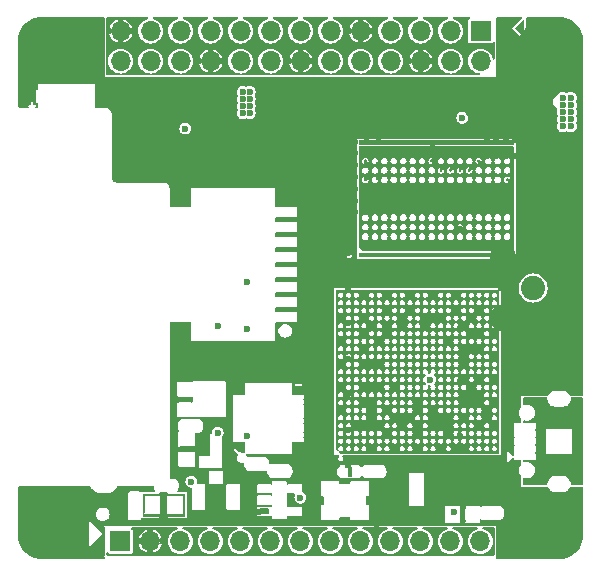
<source format=gbr>
%TF.GenerationSoftware,KiCad,Pcbnew,7.0.7*%
%TF.CreationDate,2023-10-03T13:10:00+02:00*%
%TF.ProjectId,voltlog UHF repeater,766f6c74-6c6f-4672-9055-484620726570,rev?*%
%TF.SameCoordinates,Original*%
%TF.FileFunction,Copper,L2,Inr*%
%TF.FilePolarity,Positive*%
%FSLAX46Y46*%
G04 Gerber Fmt 4.6, Leading zero omitted, Abs format (unit mm)*
G04 Created by KiCad (PCBNEW 7.0.7) date 2023-10-03 13:10:00*
%MOMM*%
%LPD*%
G01*
G04 APERTURE LIST*
%TA.AperFunction,ComponentPad*%
%ADD10R,1.700000X1.700000*%
%TD*%
%TA.AperFunction,ComponentPad*%
%ADD11O,1.700000X1.700000*%
%TD*%
%TA.AperFunction,ComponentPad*%
%ADD12C,5.500000*%
%TD*%
%TA.AperFunction,ComponentPad*%
%ADD13C,2.050000*%
%TD*%
%TA.AperFunction,ComponentPad*%
%ADD14C,2.250000*%
%TD*%
%TA.AperFunction,ViaPad*%
%ADD15C,0.600000*%
%TD*%
G04 APERTURE END LIST*
D10*
%TO.N,+5V*%
%TO.C,J2*%
X167750000Y-78450000D03*
D11*
%TO.N,GND*%
X170290000Y-78450000D03*
%TO.N,/USB_DM2*%
X172830000Y-78450000D03*
%TO.N,/USB_DP2*%
X175370000Y-78450000D03*
%TO.N,/USB_DM3*%
X177910000Y-78450000D03*
%TO.N,/USB_DP3*%
X180450000Y-78450000D03*
%TO.N,LINEOUT_R*%
X182990000Y-78450000D03*
%TO.N,/LINEOUT_L*%
X185530000Y-78450000D03*
%TO.N,/TV_OUT*%
X188070000Y-78450000D03*
%TO.N,/MIC_BIAS*%
X190610000Y-78450000D03*
%TO.N,MIC1P*%
X193150000Y-78450000D03*
%TO.N,MIC1N*%
X195690000Y-78450000D03*
%TO.N,/CIR_RX*%
X198230000Y-78450000D03*
%TD*%
D10*
%TO.N,+3V3*%
%TO.C,J1*%
X198250000Y-35250000D03*
D11*
%TO.N,+5V*%
X198250000Y-37790000D03*
%TO.N,/GPIO_12*%
X195710000Y-35250000D03*
%TO.N,+5V*%
X195710000Y-37790000D03*
%TO.N,/GPIO_11*%
X193170000Y-35250000D03*
%TO.N,GND*%
X193170000Y-37790000D03*
%TO.N,/GPIO_6*%
X190630000Y-35250000D03*
%TO.N,UART_TX*%
X190630000Y-37790000D03*
%TO.N,GND*%
X188090000Y-35250000D03*
%TO.N,UART_RX*%
X188090000Y-37790000D03*
%TO.N,/GPIO_1*%
X185550000Y-35250000D03*
%TO.N,GPIO_7*%
X185550000Y-37790000D03*
%TO.N,/GPIO_0*%
X183010000Y-35250000D03*
%TO.N,GND*%
X183010000Y-37790000D03*
%TO.N,/GPIO_3*%
X180470000Y-35250000D03*
%TO.N,/GPIO_19*%
X180470000Y-37790000D03*
%TO.N,+3V3*%
X177930000Y-35250000D03*
%TO.N,/GPIO_18*%
X177930000Y-37790000D03*
%TO.N,/GPIO_15*%
X175390000Y-35250000D03*
%TO.N,GND*%
X175390000Y-37790000D03*
%TO.N,/GPIO_16*%
X172850000Y-35250000D03*
%TO.N,/GPIO_2*%
X172850000Y-37790000D03*
%TO.N,/GPIO_14*%
X170310000Y-35250000D03*
%TO.N,/GPIO_13*%
X170310000Y-37790000D03*
%TO.N,GND*%
X167770000Y-35250000D03*
%TO.N,GPIO_10*%
X167770000Y-37790000D03*
%TD*%
D12*
%TO.N,GND*%
%TO.C,H1*%
X161944600Y-77055500D03*
%TD*%
%TO.N,GND*%
%TO.C,H2*%
X161944600Y-36944600D03*
%TD*%
%TO.N,GND*%
%TO.C,H3*%
X204055500Y-77055500D03*
%TD*%
%TO.N,GND*%
%TO.C,H4*%
X204055500Y-36944600D03*
%TD*%
D13*
%TO.N,/ANT*%
%TO.C,J3*%
X202700000Y-57000000D03*
D14*
%TO.N,GND*%
X200160000Y-54460000D03*
X200160000Y-59540000D03*
X205240000Y-54460000D03*
X205240000Y-59540000D03*
%TD*%
D15*
%TO.N,LINEOUT_R*%
X183000000Y-74750000D03*
%TO.N,GND*%
X202050000Y-46850000D03*
X187650000Y-44600000D03*
X187650000Y-50600000D03*
X187000000Y-60000000D03*
X203400000Y-51500000D03*
X196500000Y-52000000D03*
X187000000Y-69000000D03*
X196000000Y-76000000D03*
X200000000Y-57000000D03*
X203454000Y-65024000D03*
X185650000Y-49600000D03*
X188650000Y-49600000D03*
X203300000Y-45300000D03*
X198300000Y-43800000D03*
X197500000Y-46800000D03*
X196600000Y-43500000D03*
X201200000Y-45800000D03*
X203500000Y-50700000D03*
X188650000Y-48600000D03*
X184650000Y-45600000D03*
X195000000Y-43550000D03*
X187650000Y-48600000D03*
X185650000Y-48600000D03*
X201200000Y-44500000D03*
X178500000Y-60500000D03*
X173500000Y-40000000D03*
X187000000Y-57000000D03*
X186650000Y-50600000D03*
X196500000Y-60500000D03*
X198300000Y-46500000D03*
X196500000Y-69500000D03*
X178500000Y-47500000D03*
X202100000Y-51500000D03*
X201500000Y-47400000D03*
X187000000Y-54000000D03*
X172750000Y-40000000D03*
X203400000Y-52400000D03*
X187650000Y-46600000D03*
X168000000Y-47000000D03*
X188650000Y-44600000D03*
X195800000Y-43500000D03*
X196500000Y-65000000D03*
X185650000Y-46600000D03*
X169500000Y-42500000D03*
X185650000Y-47600000D03*
X186650000Y-49600000D03*
X199500000Y-72500000D03*
X178500000Y-69500000D03*
X186650000Y-44600000D03*
X184650000Y-50600000D03*
X187650000Y-47600000D03*
X179500000Y-76000000D03*
X186650000Y-46600000D03*
X200400000Y-44500000D03*
X194400000Y-46250000D03*
X187000000Y-63000000D03*
X202750000Y-59750000D03*
X185650000Y-45600000D03*
X196700000Y-46800000D03*
X184650000Y-48600000D03*
X202100000Y-52400000D03*
X199600000Y-44500000D03*
X188650000Y-47600000D03*
X194250000Y-45500000D03*
X200750000Y-48800000D03*
X206000000Y-72000000D03*
X204000000Y-50200000D03*
X204000000Y-47400000D03*
X203400000Y-46100000D03*
X201500000Y-50200000D03*
X187000000Y-66000000D03*
X188650000Y-50600000D03*
X185650000Y-44600000D03*
X202100000Y-53400000D03*
X188650000Y-46600000D03*
X194250000Y-44750000D03*
X189650000Y-47600000D03*
X195900000Y-46800000D03*
X189650000Y-44600000D03*
X187650000Y-45600000D03*
X189650000Y-49600000D03*
X203500000Y-69000000D03*
X196500000Y-56000000D03*
X205250000Y-57000000D03*
X189650000Y-48600000D03*
X200850000Y-49600000D03*
X186650000Y-48600000D03*
X204750000Y-48800000D03*
X198800000Y-45800000D03*
X202000000Y-44500000D03*
X186650000Y-45600000D03*
X187650000Y-49600000D03*
X194400000Y-44000000D03*
X202000000Y-46000000D03*
X202000000Y-50700000D03*
X184650000Y-46600000D03*
X184650000Y-49600000D03*
X189500000Y-77000000D03*
X202700000Y-44800000D03*
X204650000Y-47950000D03*
X204650000Y-49650000D03*
X184650000Y-44600000D03*
X200850000Y-48000000D03*
X186650000Y-47600000D03*
X188650000Y-45600000D03*
X184650000Y-47600000D03*
X185650000Y-50600000D03*
X195100000Y-46800000D03*
X197400000Y-43500000D03*
X189650000Y-50600000D03*
X199600000Y-45800000D03*
X189650000Y-46600000D03*
X178500000Y-56500000D03*
X203400000Y-53400000D03*
X187000000Y-72000000D03*
X200400000Y-45800000D03*
X189650000Y-45600000D03*
X203500000Y-46900000D03*
X198800000Y-44500000D03*
%TO.N,Net-(D2-K)*%
X205900000Y-42100000D03*
X205200000Y-42100000D03*
X178700000Y-41000000D03*
X205900000Y-43300000D03*
X205900000Y-41500000D03*
X178100000Y-41000000D03*
X205200000Y-40900000D03*
X178700000Y-42200000D03*
X205200000Y-42700000D03*
X205200000Y-43300000D03*
X178100000Y-40400000D03*
X205200000Y-41500000D03*
X178700000Y-40400000D03*
X178100000Y-42200000D03*
X205900000Y-40900000D03*
X205900000Y-42700000D03*
X178700000Y-41600000D03*
X178100000Y-41600000D03*
%TO.N,+3V3*%
X173775000Y-73400000D03*
%TO.N,+5V*%
X173250000Y-43500000D03*
X176000000Y-60250000D03*
X196700000Y-42600000D03*
%TO.N,GPIO_10*%
X176000000Y-69250000D03*
%TO.N,UART_RX*%
X194000000Y-64750000D03*
%TD*%
%TA.AperFunction,Conductor*%
%TO.N,GND*%
G36*
X162099129Y-74636085D02*
G01*
X162396588Y-74673663D01*
X162401134Y-74674529D01*
X162691556Y-74749097D01*
X162695941Y-74750521D01*
X162974722Y-74860899D01*
X162978922Y-74862875D01*
X163241658Y-75007316D01*
X163245580Y-75009804D01*
X163413966Y-75132144D01*
X163488131Y-75186028D01*
X163491709Y-75188987D01*
X163710273Y-75394232D01*
X163713452Y-75397618D01*
X163904565Y-75628634D01*
X163907288Y-75632382D01*
X164067938Y-75885526D01*
X164070179Y-75889602D01*
X164197833Y-76160882D01*
X164199542Y-76165196D01*
X164292192Y-76450341D01*
X164293348Y-76454846D01*
X164326082Y-76626443D01*
X164349090Y-76747055D01*
X164349527Y-76749343D01*
X164350110Y-76753958D01*
X164368935Y-77053179D01*
X164368935Y-77057829D01*
X164350110Y-77357051D01*
X164349527Y-77361666D01*
X164293348Y-77656163D01*
X164292192Y-77660667D01*
X164226272Y-77863550D01*
X164199546Y-77945803D01*
X164197833Y-77950127D01*
X164070179Y-78221407D01*
X164067938Y-78225483D01*
X163907294Y-78478619D01*
X163904560Y-78482382D01*
X163713454Y-78713389D01*
X163710270Y-78716780D01*
X163491715Y-78922017D01*
X163488131Y-78924981D01*
X163245585Y-79101201D01*
X163241658Y-79103693D01*
X162978922Y-79248134D01*
X162974714Y-79250114D01*
X162961270Y-79255437D01*
X162695955Y-79360482D01*
X162691542Y-79361916D01*
X162401147Y-79436476D01*
X162396578Y-79437348D01*
X162291640Y-79450605D01*
X162099128Y-79474924D01*
X162094496Y-79475216D01*
X161794678Y-79475216D01*
X161790045Y-79474924D01*
X161568482Y-79446934D01*
X161492595Y-79437348D01*
X161488029Y-79436477D01*
X161197627Y-79361914D01*
X161193223Y-79360484D01*
X160914458Y-79250113D01*
X160910251Y-79248134D01*
X160647515Y-79103693D01*
X160643588Y-79101201D01*
X160401042Y-78924981D01*
X160397462Y-78922020D01*
X160178899Y-78716776D01*
X160175719Y-78713389D01*
X160164643Y-78700000D01*
X159984606Y-78482372D01*
X159981887Y-78478630D01*
X159821231Y-78225476D01*
X159818997Y-78221413D01*
X159691339Y-77950126D01*
X159689634Y-77945821D01*
X159596977Y-77660653D01*
X159595825Y-77656163D01*
X159591822Y-77635178D01*
X159539643Y-77361649D01*
X159539064Y-77357063D01*
X159520238Y-77057825D01*
X159520238Y-77053178D01*
X159530415Y-76891424D01*
X159539064Y-76753944D01*
X159539643Y-76749361D01*
X159595828Y-76454833D01*
X159596975Y-76450360D01*
X159689636Y-76165182D01*
X159691340Y-76160882D01*
X159691755Y-76160001D01*
X159819000Y-75889589D01*
X159821227Y-75885540D01*
X159981892Y-75632371D01*
X159984600Y-75628644D01*
X160175729Y-75397609D01*
X160178891Y-75394240D01*
X160397471Y-75188980D01*
X160401034Y-75186034D01*
X160643600Y-75009799D01*
X160647515Y-75007316D01*
X160856442Y-74892457D01*
X160910254Y-74862873D01*
X160914444Y-74860901D01*
X161193237Y-74750520D01*
X161197612Y-74749099D01*
X161488041Y-74674529D01*
X161492582Y-74673663D01*
X161790044Y-74636085D01*
X161794678Y-74635794D01*
X162094496Y-74635794D01*
X162099129Y-74636085D01*
G37*
%TD.AperFunction*%
%TA.AperFunction,Conductor*%
G36*
X204210043Y-74636085D02*
G01*
X204507502Y-74673663D01*
X204512048Y-74674529D01*
X204802470Y-74749097D01*
X204806855Y-74750521D01*
X205085636Y-74860899D01*
X205089836Y-74862875D01*
X205352572Y-75007316D01*
X205356494Y-75009804D01*
X205524880Y-75132144D01*
X205599045Y-75186028D01*
X205602623Y-75188987D01*
X205821187Y-75394232D01*
X205824366Y-75397618D01*
X206015479Y-75628634D01*
X206018202Y-75632382D01*
X206178852Y-75885526D01*
X206181093Y-75889602D01*
X206308747Y-76160882D01*
X206310456Y-76165196D01*
X206403106Y-76450341D01*
X206404262Y-76454846D01*
X206436996Y-76626443D01*
X206460004Y-76747055D01*
X206460441Y-76749343D01*
X206461024Y-76753958D01*
X206479849Y-77053180D01*
X206479849Y-77057831D01*
X206461024Y-77357051D01*
X206460441Y-77361666D01*
X206404262Y-77656163D01*
X206403106Y-77660667D01*
X206337186Y-77863550D01*
X206310460Y-77945803D01*
X206308747Y-77950127D01*
X206181093Y-78221407D01*
X206178852Y-78225483D01*
X206018208Y-78478619D01*
X206015474Y-78482382D01*
X205824368Y-78713389D01*
X205821184Y-78716780D01*
X205602629Y-78922017D01*
X205599045Y-78924981D01*
X205356499Y-79101201D01*
X205352572Y-79103693D01*
X205089836Y-79248134D01*
X205085628Y-79250114D01*
X205072184Y-79255437D01*
X204806869Y-79360482D01*
X204802456Y-79361916D01*
X204512061Y-79436476D01*
X204507492Y-79437348D01*
X204402554Y-79450605D01*
X204210042Y-79474924D01*
X204205410Y-79475216D01*
X203905592Y-79475216D01*
X203900959Y-79474924D01*
X203679396Y-79446934D01*
X203603509Y-79437348D01*
X203598943Y-79436477D01*
X203308541Y-79361914D01*
X203304137Y-79360484D01*
X203025372Y-79250113D01*
X203021165Y-79248134D01*
X202758429Y-79103693D01*
X202754502Y-79101201D01*
X202511956Y-78924981D01*
X202508376Y-78922020D01*
X202289813Y-78716776D01*
X202286633Y-78713389D01*
X202275557Y-78700000D01*
X202095520Y-78482372D01*
X202092801Y-78478630D01*
X201932145Y-78225476D01*
X201929911Y-78221413D01*
X201802253Y-77950126D01*
X201800548Y-77945821D01*
X201707891Y-77660653D01*
X201706739Y-77656163D01*
X201702736Y-77635178D01*
X201650557Y-77361649D01*
X201649978Y-77357063D01*
X201631152Y-77057825D01*
X201631152Y-77053180D01*
X201641329Y-76891424D01*
X201649978Y-76753944D01*
X201650557Y-76749361D01*
X201706742Y-76454833D01*
X201707889Y-76450360D01*
X201800550Y-76165182D01*
X201802254Y-76160882D01*
X201802669Y-76160001D01*
X201929914Y-75889589D01*
X201932141Y-75885540D01*
X202092806Y-75632371D01*
X202095514Y-75628644D01*
X202286643Y-75397609D01*
X202289805Y-75394240D01*
X202508385Y-75188980D01*
X202511948Y-75186034D01*
X202754514Y-75009799D01*
X202758429Y-75007316D01*
X202967356Y-74892457D01*
X203021168Y-74862873D01*
X203025358Y-74860901D01*
X203304151Y-74750520D01*
X203308526Y-74749099D01*
X203598955Y-74674529D01*
X203603496Y-74673663D01*
X203900958Y-74636085D01*
X203905592Y-74635794D01*
X204205410Y-74635794D01*
X204210043Y-74636085D01*
G37*
%TD.AperFunction*%
%TA.AperFunction,Conductor*%
G36*
X180337765Y-75683424D02*
G01*
X180363075Y-75727261D01*
X180364199Y-75740111D01*
X180364199Y-76076111D01*
X180346886Y-76123677D01*
X180303049Y-76148987D01*
X180290199Y-76150111D01*
X179573199Y-76150111D01*
X179525633Y-76132798D01*
X179500323Y-76088961D01*
X179499199Y-76076111D01*
X179499199Y-75740111D01*
X179516512Y-75692545D01*
X179560349Y-75667235D01*
X179573199Y-75666111D01*
X180290199Y-75666111D01*
X180337765Y-75683424D01*
G37*
%TD.AperFunction*%
%TA.AperFunction,Conductor*%
G36*
X187368959Y-72143832D02*
G01*
X187394269Y-72187669D01*
X187385479Y-72237519D01*
X187385476Y-72237525D01*
X187377228Y-72251808D01*
X187369836Y-72262364D01*
X187360578Y-72273398D01*
X187358174Y-72280002D01*
X187356954Y-72286926D01*
X187359454Y-72301105D01*
X187360578Y-72313954D01*
X187360578Y-72760822D01*
X187357132Y-72773709D01*
X187359219Y-72774077D01*
X187356954Y-72786925D01*
X187359454Y-72801104D01*
X187360578Y-72813953D01*
X187360578Y-72814190D01*
X187360578Y-72814192D01*
X187360579Y-72814193D01*
X187360660Y-72814416D01*
X187363994Y-72826861D01*
X187366496Y-72841047D01*
X187366497Y-72841050D01*
X187366498Y-72841051D01*
X187370015Y-72847143D01*
X187375502Y-72853682D01*
X187392814Y-72901248D01*
X187375500Y-72948814D01*
X187331663Y-72974123D01*
X187318815Y-72975247D01*
X187051010Y-72975252D01*
X187003444Y-72957940D01*
X186978133Y-72914103D01*
X186986922Y-72864255D01*
X186993695Y-72852523D01*
X186995176Y-72849956D01*
X187002574Y-72839391D01*
X187011833Y-72828358D01*
X187011832Y-72828357D01*
X187014234Y-72821759D01*
X187015456Y-72814831D01*
X187015457Y-72814830D01*
X187012954Y-72800638D01*
X187011832Y-72787812D01*
X187011832Y-72340939D01*
X187015289Y-72328052D01*
X187013190Y-72327682D01*
X187015455Y-72314833D01*
X187015457Y-72314831D01*
X187012957Y-72300651D01*
X187011833Y-72287802D01*
X187011833Y-72287568D01*
X187011833Y-72287567D01*
X187011750Y-72287340D01*
X187008413Y-72274883D01*
X187008223Y-72273805D01*
X187005914Y-72260707D01*
X187005913Y-72260706D01*
X187005913Y-72260704D01*
X187002402Y-72254623D01*
X186997881Y-72249235D01*
X186997881Y-72249234D01*
X186997879Y-72249233D01*
X186996916Y-72248085D01*
X186979604Y-72200519D01*
X186996917Y-72152952D01*
X187040755Y-72127643D01*
X187053604Y-72126519D01*
X187321393Y-72126519D01*
X187368959Y-72143832D01*
G37*
%TD.AperFunction*%
%TA.AperFunction,Conductor*%
G36*
X199774361Y-57174985D02*
G01*
X199821925Y-57192298D01*
X199847235Y-57236135D01*
X199848359Y-57248986D01*
X199848259Y-70950417D01*
X199830946Y-70997983D01*
X199787108Y-71023292D01*
X199774259Y-71024416D01*
X186386650Y-71024440D01*
X186339084Y-71007127D01*
X186334324Y-71002766D01*
X186250499Y-70918941D01*
X186229107Y-70873065D01*
X186242208Y-70824170D01*
X186283672Y-70795136D01*
X186334099Y-70799548D01*
X186336821Y-70801080D01*
X186339766Y-70802300D01*
X186339768Y-70802301D01*
X186423735Y-70819003D01*
X186507702Y-70802301D01*
X186578886Y-70754738D01*
X186626449Y-70683554D01*
X186643151Y-70599587D01*
X186854636Y-70599587D01*
X186868697Y-70670278D01*
X186871338Y-70683554D01*
X186911086Y-70743043D01*
X186918901Y-70754738D01*
X186990085Y-70802301D01*
X187074052Y-70819003D01*
X187158019Y-70802301D01*
X187229203Y-70754738D01*
X187276766Y-70683554D01*
X187293468Y-70599587D01*
X187504825Y-70599587D01*
X187521527Y-70683554D01*
X187561275Y-70743043D01*
X187569090Y-70754738D01*
X187640274Y-70802301D01*
X187724241Y-70819003D01*
X187808208Y-70802301D01*
X187879392Y-70754738D01*
X187926955Y-70683554D01*
X187943657Y-70599587D01*
X188155141Y-70599587D01*
X188171843Y-70683554D01*
X188211591Y-70743043D01*
X188219406Y-70754738D01*
X188290590Y-70802301D01*
X188374557Y-70819003D01*
X188458524Y-70802301D01*
X188529708Y-70754738D01*
X188577271Y-70683554D01*
X188593973Y-70599587D01*
X189453030Y-70599587D01*
X189469732Y-70683554D01*
X189509480Y-70743043D01*
X189517295Y-70754738D01*
X189588479Y-70802301D01*
X189672446Y-70819003D01*
X189756413Y-70802301D01*
X189827597Y-70754738D01*
X189875160Y-70683554D01*
X189891862Y-70599587D01*
X190103219Y-70599587D01*
X190117280Y-70670278D01*
X190119921Y-70683554D01*
X190159669Y-70743043D01*
X190167484Y-70754738D01*
X190238668Y-70802301D01*
X190322635Y-70819003D01*
X190406602Y-70802301D01*
X190477786Y-70754738D01*
X190525349Y-70683554D01*
X190542051Y-70599587D01*
X191403725Y-70599587D01*
X191420427Y-70683554D01*
X191460175Y-70743043D01*
X191467990Y-70754738D01*
X191539174Y-70802301D01*
X191623141Y-70819003D01*
X191707108Y-70802301D01*
X191778292Y-70754738D01*
X191825855Y-70683554D01*
X191842557Y-70599587D01*
X192054041Y-70599587D01*
X192070743Y-70683554D01*
X192110491Y-70743043D01*
X192118306Y-70754738D01*
X192189490Y-70802301D01*
X192273457Y-70819003D01*
X192357424Y-70802301D01*
X192428608Y-70754738D01*
X192476171Y-70683554D01*
X192492873Y-70599587D01*
X193354419Y-70599587D01*
X193368480Y-70670278D01*
X193371121Y-70683554D01*
X193410869Y-70743043D01*
X193418684Y-70754738D01*
X193489868Y-70802301D01*
X193573835Y-70819003D01*
X193657802Y-70802301D01*
X193728986Y-70754738D01*
X193776549Y-70683554D01*
X193793251Y-70599587D01*
X194004736Y-70599587D01*
X194021438Y-70683554D01*
X194061186Y-70743043D01*
X194069001Y-70754738D01*
X194140185Y-70802301D01*
X194224152Y-70819003D01*
X194308119Y-70802301D01*
X194379303Y-70754738D01*
X194426866Y-70683554D01*
X194443568Y-70599587D01*
X195305241Y-70599587D01*
X195321943Y-70683554D01*
X195361691Y-70743043D01*
X195369506Y-70754738D01*
X195440690Y-70802301D01*
X195524657Y-70819003D01*
X195608624Y-70802301D01*
X195679808Y-70754738D01*
X195727371Y-70683554D01*
X195744073Y-70599587D01*
X197253319Y-70599587D01*
X197267380Y-70670278D01*
X197270021Y-70683554D01*
X197309769Y-70743043D01*
X197317584Y-70754738D01*
X197388768Y-70802301D01*
X197472735Y-70819003D01*
X197556702Y-70802301D01*
X197627886Y-70754738D01*
X197675449Y-70683554D01*
X197692151Y-70599587D01*
X197903636Y-70599587D01*
X197917697Y-70670278D01*
X197920338Y-70683554D01*
X197960086Y-70743043D01*
X197967901Y-70754738D01*
X198039085Y-70802301D01*
X198123052Y-70819003D01*
X198207019Y-70802301D01*
X198278203Y-70754738D01*
X198325766Y-70683554D01*
X198342468Y-70599587D01*
X198553825Y-70599587D01*
X198570527Y-70683554D01*
X198610275Y-70743043D01*
X198618090Y-70754738D01*
X198689274Y-70802301D01*
X198773241Y-70819003D01*
X198857208Y-70802301D01*
X198928392Y-70754738D01*
X198975955Y-70683554D01*
X198992657Y-70599587D01*
X199204141Y-70599587D01*
X199220843Y-70683554D01*
X199260591Y-70743043D01*
X199268406Y-70754738D01*
X199339590Y-70802301D01*
X199423557Y-70819003D01*
X199507524Y-70802301D01*
X199578708Y-70754738D01*
X199626271Y-70683554D01*
X199642973Y-70599587D01*
X199626271Y-70515620D01*
X199578708Y-70444436D01*
X199576795Y-70443158D01*
X199507524Y-70396873D01*
X199423557Y-70380171D01*
X199339589Y-70396873D01*
X199268406Y-70444435D01*
X199268405Y-70444436D01*
X199220843Y-70515619D01*
X199204141Y-70599587D01*
X198992657Y-70599587D01*
X198975955Y-70515620D01*
X198928392Y-70444436D01*
X198926479Y-70443158D01*
X198857208Y-70396873D01*
X198773241Y-70380171D01*
X198689273Y-70396873D01*
X198618090Y-70444435D01*
X198618089Y-70444436D01*
X198570527Y-70515619D01*
X198553825Y-70599587D01*
X198342468Y-70599587D01*
X198325766Y-70515620D01*
X198278203Y-70444436D01*
X198276290Y-70443158D01*
X198207019Y-70396873D01*
X198123052Y-70380171D01*
X198039084Y-70396873D01*
X197967901Y-70444435D01*
X197967900Y-70444436D01*
X197920338Y-70515619D01*
X197905335Y-70591048D01*
X197903636Y-70599587D01*
X197692151Y-70599587D01*
X197675449Y-70515620D01*
X197627886Y-70444436D01*
X197625973Y-70443158D01*
X197556702Y-70396873D01*
X197472735Y-70380171D01*
X197388767Y-70396873D01*
X197317584Y-70444435D01*
X197317583Y-70444436D01*
X197270021Y-70515619D01*
X197255018Y-70591048D01*
X197253319Y-70599587D01*
X195744073Y-70599587D01*
X195727371Y-70515620D01*
X195679808Y-70444436D01*
X195677895Y-70443158D01*
X195608624Y-70396873D01*
X195524657Y-70380171D01*
X195440689Y-70396873D01*
X195369506Y-70444435D01*
X195369505Y-70444436D01*
X195321943Y-70515619D01*
X195305241Y-70599587D01*
X194443568Y-70599587D01*
X194426866Y-70515620D01*
X194379303Y-70444436D01*
X194377390Y-70443158D01*
X194308119Y-70396873D01*
X194224152Y-70380171D01*
X194140184Y-70396873D01*
X194069001Y-70444435D01*
X194069000Y-70444436D01*
X194021438Y-70515619D01*
X194004736Y-70599587D01*
X193793251Y-70599587D01*
X193776549Y-70515620D01*
X193728986Y-70444436D01*
X193727073Y-70443158D01*
X193657802Y-70396873D01*
X193573835Y-70380171D01*
X193489867Y-70396873D01*
X193418684Y-70444435D01*
X193418683Y-70444436D01*
X193371121Y-70515619D01*
X193356118Y-70591048D01*
X193354419Y-70599587D01*
X192492873Y-70599587D01*
X192476171Y-70515620D01*
X192428608Y-70444436D01*
X192426695Y-70443158D01*
X192357424Y-70396873D01*
X192273457Y-70380171D01*
X192189489Y-70396873D01*
X192118306Y-70444435D01*
X192118305Y-70444436D01*
X192070743Y-70515619D01*
X192054041Y-70599587D01*
X191842557Y-70599587D01*
X191825855Y-70515620D01*
X191778292Y-70444436D01*
X191776379Y-70443158D01*
X191707108Y-70396873D01*
X191623141Y-70380171D01*
X191539173Y-70396873D01*
X191467990Y-70444435D01*
X191467989Y-70444436D01*
X191420427Y-70515619D01*
X191403725Y-70599587D01*
X190542051Y-70599587D01*
X190525349Y-70515620D01*
X190477786Y-70444436D01*
X190475873Y-70443158D01*
X190406602Y-70396873D01*
X190322635Y-70380171D01*
X190238667Y-70396873D01*
X190167484Y-70444435D01*
X190167483Y-70444436D01*
X190119921Y-70515619D01*
X190104918Y-70591048D01*
X190103219Y-70599587D01*
X189891862Y-70599587D01*
X189875160Y-70515620D01*
X189827597Y-70444436D01*
X189825684Y-70443158D01*
X189756413Y-70396873D01*
X189672446Y-70380171D01*
X189588478Y-70396873D01*
X189517295Y-70444435D01*
X189517294Y-70444436D01*
X189469732Y-70515619D01*
X189453030Y-70599587D01*
X188593973Y-70599587D01*
X188577271Y-70515620D01*
X188529708Y-70444436D01*
X188527795Y-70443158D01*
X188458524Y-70396873D01*
X188374557Y-70380171D01*
X188290589Y-70396873D01*
X188219406Y-70444435D01*
X188219405Y-70444436D01*
X188171843Y-70515619D01*
X188155141Y-70599587D01*
X187943657Y-70599587D01*
X187926955Y-70515620D01*
X187879392Y-70444436D01*
X187877479Y-70443158D01*
X187808208Y-70396873D01*
X187724241Y-70380171D01*
X187640273Y-70396873D01*
X187569090Y-70444435D01*
X187569089Y-70444436D01*
X187521527Y-70515619D01*
X187504825Y-70599587D01*
X187293468Y-70599587D01*
X187276766Y-70515620D01*
X187229203Y-70444436D01*
X187227290Y-70443158D01*
X187158019Y-70396873D01*
X187074052Y-70380171D01*
X186990084Y-70396873D01*
X186918901Y-70444435D01*
X186918900Y-70444436D01*
X186871338Y-70515619D01*
X186856335Y-70591048D01*
X186854636Y-70599587D01*
X186643151Y-70599587D01*
X186626449Y-70515620D01*
X186578886Y-70444436D01*
X186576973Y-70443158D01*
X186507702Y-70396873D01*
X186423735Y-70380171D01*
X186339767Y-70396873D01*
X186268584Y-70444435D01*
X186268583Y-70444436D01*
X186221021Y-70515619D01*
X186206018Y-70591048D01*
X186204319Y-70599587D01*
X186206985Y-70612990D01*
X186221021Y-70683555D01*
X186223810Y-70690288D01*
X186221171Y-70691380D01*
X186230263Y-70728564D01*
X186207866Y-70773959D01*
X186161530Y-70794336D01*
X186112936Y-70780163D01*
X186104378Y-70772820D01*
X186086296Y-70754738D01*
X186020556Y-70688997D01*
X185999164Y-70643120D01*
X185998882Y-70636671D01*
X185998882Y-70534361D01*
X185998884Y-69949271D01*
X186204319Y-69949271D01*
X186217829Y-70017190D01*
X186221021Y-70033238D01*
X186259342Y-70090591D01*
X186268584Y-70104422D01*
X186339768Y-70151985D01*
X186423735Y-70168687D01*
X186507702Y-70151985D01*
X186578886Y-70104422D01*
X186626449Y-70033238D01*
X186643151Y-69949271D01*
X186854636Y-69949271D01*
X186868146Y-70017190D01*
X186871338Y-70033238D01*
X186909659Y-70090591D01*
X186918901Y-70104422D01*
X186990085Y-70151985D01*
X187074052Y-70168687D01*
X187158019Y-70151985D01*
X187229203Y-70104422D01*
X187276766Y-70033238D01*
X187293468Y-69949271D01*
X187504825Y-69949271D01*
X187518335Y-70017190D01*
X187521527Y-70033238D01*
X187559848Y-70090591D01*
X187569090Y-70104422D01*
X187640274Y-70151985D01*
X187724241Y-70168687D01*
X187808208Y-70151985D01*
X187879392Y-70104422D01*
X187926955Y-70033238D01*
X187943657Y-69949271D01*
X188155141Y-69949271D01*
X188171843Y-70033238D01*
X188210164Y-70090591D01*
X188219406Y-70104422D01*
X188290590Y-70151985D01*
X188374557Y-70168687D01*
X188458524Y-70151985D01*
X188529708Y-70104422D01*
X188577271Y-70033238D01*
X188593973Y-69949271D01*
X188805330Y-69949271D01*
X188818840Y-70017190D01*
X188822032Y-70033238D01*
X188860353Y-70090591D01*
X188869595Y-70104422D01*
X188940779Y-70151985D01*
X189024746Y-70168687D01*
X189108713Y-70151985D01*
X189179897Y-70104422D01*
X189227460Y-70033238D01*
X189244162Y-69949271D01*
X189453030Y-69949271D01*
X189466540Y-70017190D01*
X189469732Y-70033238D01*
X189508053Y-70090591D01*
X189517295Y-70104422D01*
X189588479Y-70151985D01*
X189672446Y-70168687D01*
X189756413Y-70151985D01*
X189827597Y-70104422D01*
X189875160Y-70033238D01*
X189891862Y-69949271D01*
X190103219Y-69949271D01*
X190116729Y-70017190D01*
X190119921Y-70033238D01*
X190158242Y-70090591D01*
X190167484Y-70104422D01*
X190238668Y-70151985D01*
X190322635Y-70168687D01*
X190406602Y-70151985D01*
X190477786Y-70104422D01*
X190525349Y-70033238D01*
X190542051Y-69949271D01*
X190753536Y-69949271D01*
X190767046Y-70017190D01*
X190770238Y-70033238D01*
X190808559Y-70090591D01*
X190817801Y-70104422D01*
X190888985Y-70151985D01*
X190972952Y-70168687D01*
X191056919Y-70151985D01*
X191128103Y-70104422D01*
X191175666Y-70033238D01*
X191192368Y-69949271D01*
X191403725Y-69949271D01*
X191420427Y-70033238D01*
X191458748Y-70090591D01*
X191467990Y-70104422D01*
X191539174Y-70151985D01*
X191623141Y-70168687D01*
X191707108Y-70151985D01*
X191778292Y-70104422D01*
X191825855Y-70033238D01*
X191842557Y-69949271D01*
X192054041Y-69949271D01*
X192067551Y-70017190D01*
X192070743Y-70033238D01*
X192109064Y-70090591D01*
X192118306Y-70104422D01*
X192189490Y-70151985D01*
X192273457Y-70168687D01*
X192357424Y-70151985D01*
X192428608Y-70104422D01*
X192476171Y-70033238D01*
X192492873Y-69949271D01*
X192704230Y-69949271D01*
X192717740Y-70017190D01*
X192720932Y-70033238D01*
X192759253Y-70090591D01*
X192768495Y-70104422D01*
X192839679Y-70151985D01*
X192923646Y-70168687D01*
X193007613Y-70151985D01*
X193078797Y-70104422D01*
X193126360Y-70033238D01*
X193143062Y-69949271D01*
X193354419Y-69949271D01*
X193367929Y-70017190D01*
X193371121Y-70033238D01*
X193409442Y-70090591D01*
X193418684Y-70104422D01*
X193489868Y-70151985D01*
X193573835Y-70168687D01*
X193657802Y-70151985D01*
X193728986Y-70104422D01*
X193776549Y-70033238D01*
X193793251Y-69949271D01*
X194004736Y-69949271D01*
X194018246Y-70017190D01*
X194021438Y-70033238D01*
X194059759Y-70090591D01*
X194069001Y-70104422D01*
X194140185Y-70151985D01*
X194224152Y-70168687D01*
X194308119Y-70151985D01*
X194379303Y-70104422D01*
X194426866Y-70033238D01*
X194443568Y-69949271D01*
X194654925Y-69949271D01*
X194671627Y-70033238D01*
X194709948Y-70090591D01*
X194719190Y-70104422D01*
X194790374Y-70151985D01*
X194874341Y-70168687D01*
X194958308Y-70151985D01*
X195029492Y-70104422D01*
X195077055Y-70033238D01*
X195093757Y-69949271D01*
X195305241Y-69949271D01*
X195318751Y-70017190D01*
X195321943Y-70033238D01*
X195360264Y-70090591D01*
X195369506Y-70104422D01*
X195440690Y-70151985D01*
X195524657Y-70168687D01*
X195608624Y-70151985D01*
X195679808Y-70104422D01*
X195727371Y-70033238D01*
X195744073Y-69949271D01*
X195955430Y-69949271D01*
X195968940Y-70017190D01*
X195972132Y-70033238D01*
X196010453Y-70090591D01*
X196019695Y-70104422D01*
X196090879Y-70151985D01*
X196174846Y-70168687D01*
X196258813Y-70151985D01*
X196329997Y-70104422D01*
X196377560Y-70033238D01*
X196394262Y-69949271D01*
X196603130Y-69949271D01*
X196616640Y-70017190D01*
X196619832Y-70033238D01*
X196658153Y-70090591D01*
X196667395Y-70104422D01*
X196738579Y-70151985D01*
X196822546Y-70168687D01*
X196906513Y-70151985D01*
X196977697Y-70104422D01*
X197025260Y-70033238D01*
X197041962Y-69949271D01*
X197253319Y-69949271D01*
X197266829Y-70017190D01*
X197270021Y-70033238D01*
X197308342Y-70090591D01*
X197317584Y-70104422D01*
X197388768Y-70151985D01*
X197472735Y-70168687D01*
X197556702Y-70151985D01*
X197627886Y-70104422D01*
X197675449Y-70033238D01*
X197692151Y-69949271D01*
X197903636Y-69949271D01*
X197917146Y-70017190D01*
X197920338Y-70033238D01*
X197958659Y-70090591D01*
X197967901Y-70104422D01*
X198039085Y-70151985D01*
X198123052Y-70168687D01*
X198207019Y-70151985D01*
X198278203Y-70104422D01*
X198325766Y-70033238D01*
X198342468Y-69949271D01*
X198553825Y-69949271D01*
X198567335Y-70017190D01*
X198570527Y-70033238D01*
X198608848Y-70090591D01*
X198618090Y-70104422D01*
X198689274Y-70151985D01*
X198773241Y-70168687D01*
X198857208Y-70151985D01*
X198928392Y-70104422D01*
X198975955Y-70033238D01*
X198992657Y-69949271D01*
X199204141Y-69949271D01*
X199220843Y-70033238D01*
X199259164Y-70090591D01*
X199268406Y-70104422D01*
X199339590Y-70151985D01*
X199423557Y-70168687D01*
X199507524Y-70151985D01*
X199578708Y-70104422D01*
X199626271Y-70033238D01*
X199642973Y-69949271D01*
X199626271Y-69865304D01*
X199578708Y-69794120D01*
X199575180Y-69791763D01*
X199507524Y-69746557D01*
X199423557Y-69729855D01*
X199339589Y-69746557D01*
X199268406Y-69794119D01*
X199268405Y-69794120D01*
X199220843Y-69865303D01*
X199204141Y-69949271D01*
X198992657Y-69949271D01*
X198975955Y-69865304D01*
X198928392Y-69794120D01*
X198924864Y-69791763D01*
X198857208Y-69746557D01*
X198773241Y-69729855D01*
X198689273Y-69746557D01*
X198618090Y-69794119D01*
X198618089Y-69794120D01*
X198570527Y-69865303D01*
X198556698Y-69934829D01*
X198553825Y-69949271D01*
X198342468Y-69949271D01*
X198325766Y-69865304D01*
X198278203Y-69794120D01*
X198274675Y-69791763D01*
X198207019Y-69746557D01*
X198123052Y-69729855D01*
X198039084Y-69746557D01*
X197967901Y-69794119D01*
X197967900Y-69794120D01*
X197920338Y-69865303D01*
X197906509Y-69934829D01*
X197903636Y-69949271D01*
X197692151Y-69949271D01*
X197675449Y-69865304D01*
X197627886Y-69794120D01*
X197624358Y-69791763D01*
X197556702Y-69746557D01*
X197472735Y-69729855D01*
X197388767Y-69746557D01*
X197317584Y-69794119D01*
X197317583Y-69794120D01*
X197270021Y-69865303D01*
X197256192Y-69934829D01*
X197253319Y-69949271D01*
X197041962Y-69949271D01*
X197025260Y-69865304D01*
X196977697Y-69794120D01*
X196974169Y-69791763D01*
X196906513Y-69746557D01*
X196822546Y-69729855D01*
X196738578Y-69746557D01*
X196667395Y-69794119D01*
X196667394Y-69794120D01*
X196619832Y-69865303D01*
X196606003Y-69934829D01*
X196603130Y-69949271D01*
X196394262Y-69949271D01*
X196377560Y-69865304D01*
X196329997Y-69794120D01*
X196326469Y-69791763D01*
X196258813Y-69746557D01*
X196174846Y-69729855D01*
X196090878Y-69746557D01*
X196019695Y-69794119D01*
X196019694Y-69794120D01*
X195972132Y-69865303D01*
X195958303Y-69934829D01*
X195955430Y-69949271D01*
X195744073Y-69949271D01*
X195727371Y-69865304D01*
X195679808Y-69794120D01*
X195676280Y-69791763D01*
X195608624Y-69746557D01*
X195524657Y-69729855D01*
X195440689Y-69746557D01*
X195369506Y-69794119D01*
X195369505Y-69794120D01*
X195321943Y-69865303D01*
X195308114Y-69934829D01*
X195305241Y-69949271D01*
X195093757Y-69949271D01*
X195077055Y-69865304D01*
X195029492Y-69794120D01*
X195025964Y-69791763D01*
X194958308Y-69746557D01*
X194874341Y-69729855D01*
X194790373Y-69746557D01*
X194719190Y-69794119D01*
X194719189Y-69794120D01*
X194671627Y-69865303D01*
X194654925Y-69949271D01*
X194443568Y-69949271D01*
X194426866Y-69865304D01*
X194379303Y-69794120D01*
X194375775Y-69791763D01*
X194308119Y-69746557D01*
X194224152Y-69729855D01*
X194140184Y-69746557D01*
X194069001Y-69794119D01*
X194069000Y-69794120D01*
X194021438Y-69865303D01*
X194007609Y-69934829D01*
X194004736Y-69949271D01*
X193793251Y-69949271D01*
X193776549Y-69865304D01*
X193728986Y-69794120D01*
X193725458Y-69791763D01*
X193657802Y-69746557D01*
X193573835Y-69729855D01*
X193489867Y-69746557D01*
X193418684Y-69794119D01*
X193418683Y-69794120D01*
X193371121Y-69865303D01*
X193357292Y-69934829D01*
X193354419Y-69949271D01*
X193143062Y-69949271D01*
X193126360Y-69865304D01*
X193078797Y-69794120D01*
X193075269Y-69791763D01*
X193007613Y-69746557D01*
X192923646Y-69729855D01*
X192839678Y-69746557D01*
X192768495Y-69794119D01*
X192768494Y-69794120D01*
X192720932Y-69865303D01*
X192707103Y-69934829D01*
X192704230Y-69949271D01*
X192492873Y-69949271D01*
X192476171Y-69865304D01*
X192428608Y-69794120D01*
X192425080Y-69791763D01*
X192357424Y-69746557D01*
X192273457Y-69729855D01*
X192189489Y-69746557D01*
X192118306Y-69794119D01*
X192118305Y-69794120D01*
X192070743Y-69865303D01*
X192056914Y-69934829D01*
X192054041Y-69949271D01*
X191842557Y-69949271D01*
X191825855Y-69865304D01*
X191778292Y-69794120D01*
X191774764Y-69791763D01*
X191707108Y-69746557D01*
X191623141Y-69729855D01*
X191539173Y-69746557D01*
X191467990Y-69794119D01*
X191467989Y-69794120D01*
X191420427Y-69865303D01*
X191403725Y-69949271D01*
X191192368Y-69949271D01*
X191175666Y-69865304D01*
X191128103Y-69794120D01*
X191124575Y-69791763D01*
X191056919Y-69746557D01*
X190972952Y-69729855D01*
X190888984Y-69746557D01*
X190817801Y-69794119D01*
X190817800Y-69794120D01*
X190770238Y-69865303D01*
X190756409Y-69934829D01*
X190753536Y-69949271D01*
X190542051Y-69949271D01*
X190525349Y-69865304D01*
X190477786Y-69794120D01*
X190474258Y-69791763D01*
X190406602Y-69746557D01*
X190322635Y-69729855D01*
X190238667Y-69746557D01*
X190167484Y-69794119D01*
X190167483Y-69794120D01*
X190119921Y-69865303D01*
X190106092Y-69934829D01*
X190103219Y-69949271D01*
X189891862Y-69949271D01*
X189875160Y-69865304D01*
X189827597Y-69794120D01*
X189824069Y-69791763D01*
X189756413Y-69746557D01*
X189672446Y-69729855D01*
X189588478Y-69746557D01*
X189517295Y-69794119D01*
X189517294Y-69794120D01*
X189469732Y-69865303D01*
X189455903Y-69934829D01*
X189453030Y-69949271D01*
X189244162Y-69949271D01*
X189227460Y-69865304D01*
X189179897Y-69794120D01*
X189176369Y-69791763D01*
X189108713Y-69746557D01*
X189024746Y-69729855D01*
X188940778Y-69746557D01*
X188869595Y-69794119D01*
X188869594Y-69794120D01*
X188822032Y-69865303D01*
X188808203Y-69934829D01*
X188805330Y-69949271D01*
X188593973Y-69949271D01*
X188577271Y-69865304D01*
X188529708Y-69794120D01*
X188526180Y-69791763D01*
X188458524Y-69746557D01*
X188374557Y-69729855D01*
X188290589Y-69746557D01*
X188219406Y-69794119D01*
X188219405Y-69794120D01*
X188171843Y-69865303D01*
X188155141Y-69949271D01*
X187943657Y-69949271D01*
X187926955Y-69865304D01*
X187879392Y-69794120D01*
X187875864Y-69791763D01*
X187808208Y-69746557D01*
X187724241Y-69729855D01*
X187640273Y-69746557D01*
X187569090Y-69794119D01*
X187569089Y-69794120D01*
X187521527Y-69865303D01*
X187507698Y-69934829D01*
X187504825Y-69949271D01*
X187293468Y-69949271D01*
X187276766Y-69865304D01*
X187229203Y-69794120D01*
X187225675Y-69791763D01*
X187158019Y-69746557D01*
X187074052Y-69729855D01*
X186990084Y-69746557D01*
X186918901Y-69794119D01*
X186918900Y-69794120D01*
X186871338Y-69865303D01*
X186857509Y-69934829D01*
X186854636Y-69949271D01*
X186643151Y-69949271D01*
X186626449Y-69865304D01*
X186578886Y-69794120D01*
X186575358Y-69791763D01*
X186507702Y-69746557D01*
X186423735Y-69729855D01*
X186339767Y-69746557D01*
X186268584Y-69794119D01*
X186268583Y-69794120D01*
X186221021Y-69865303D01*
X186207192Y-69934829D01*
X186204319Y-69949271D01*
X185998884Y-69949271D01*
X185998887Y-69299082D01*
X186204319Y-69299082D01*
X186221021Y-69383049D01*
X186258800Y-69439591D01*
X186268584Y-69454233D01*
X186339768Y-69501796D01*
X186423735Y-69518498D01*
X186507702Y-69501796D01*
X186578886Y-69454233D01*
X186626449Y-69383049D01*
X186643151Y-69299082D01*
X186854636Y-69299082D01*
X186871338Y-69383049D01*
X186909117Y-69439591D01*
X186918901Y-69454233D01*
X186990085Y-69501796D01*
X187074052Y-69518498D01*
X187158019Y-69501796D01*
X187229203Y-69454233D01*
X187276766Y-69383049D01*
X187293468Y-69299082D01*
X187504825Y-69299082D01*
X187517312Y-69361860D01*
X187521527Y-69383049D01*
X187559306Y-69439591D01*
X187569090Y-69454233D01*
X187640274Y-69501796D01*
X187724241Y-69518498D01*
X187808208Y-69501796D01*
X187879392Y-69454233D01*
X187926955Y-69383049D01*
X187943657Y-69299082D01*
X188155141Y-69299082D01*
X188167628Y-69361860D01*
X188171843Y-69383049D01*
X188209622Y-69439591D01*
X188219406Y-69454233D01*
X188290590Y-69501796D01*
X188374557Y-69518498D01*
X188458524Y-69501796D01*
X188529708Y-69454233D01*
X188577271Y-69383049D01*
X188593973Y-69299082D01*
X188805330Y-69299082D01*
X188822032Y-69383049D01*
X188859811Y-69439591D01*
X188869595Y-69454233D01*
X188940779Y-69501796D01*
X189024746Y-69518498D01*
X189108713Y-69501796D01*
X189179897Y-69454233D01*
X189227460Y-69383049D01*
X189244162Y-69299082D01*
X189453030Y-69299082D01*
X189469732Y-69383049D01*
X189507511Y-69439591D01*
X189517295Y-69454233D01*
X189588479Y-69501796D01*
X189672446Y-69518498D01*
X189756413Y-69501796D01*
X189827597Y-69454233D01*
X189875160Y-69383049D01*
X189891862Y-69299082D01*
X190753536Y-69299082D01*
X190770238Y-69383049D01*
X190808017Y-69439591D01*
X190817801Y-69454233D01*
X190888985Y-69501796D01*
X190972952Y-69518498D01*
X191056919Y-69501796D01*
X191128103Y-69454233D01*
X191175666Y-69383049D01*
X191192368Y-69299082D01*
X191403725Y-69299082D01*
X191416212Y-69361860D01*
X191420427Y-69383049D01*
X191458206Y-69439591D01*
X191467990Y-69454233D01*
X191539174Y-69501796D01*
X191623141Y-69518498D01*
X191707108Y-69501796D01*
X191778292Y-69454233D01*
X191825855Y-69383049D01*
X191842557Y-69299082D01*
X192054041Y-69299082D01*
X192066528Y-69361860D01*
X192070743Y-69383049D01*
X192108522Y-69439591D01*
X192118306Y-69454233D01*
X192189490Y-69501796D01*
X192273457Y-69518498D01*
X192357424Y-69501796D01*
X192428608Y-69454233D01*
X192476171Y-69383049D01*
X192492873Y-69299082D01*
X193354419Y-69299082D01*
X193371121Y-69383049D01*
X193408900Y-69439591D01*
X193418684Y-69454233D01*
X193489868Y-69501796D01*
X193573835Y-69518498D01*
X193657802Y-69501796D01*
X193728986Y-69454233D01*
X193776549Y-69383049D01*
X193793251Y-69299082D01*
X194004736Y-69299082D01*
X194021438Y-69383049D01*
X194059217Y-69439591D01*
X194069001Y-69454233D01*
X194140185Y-69501796D01*
X194224152Y-69518498D01*
X194308119Y-69501796D01*
X194379303Y-69454233D01*
X194426866Y-69383049D01*
X194443568Y-69299082D01*
X194654925Y-69299082D01*
X194667412Y-69361860D01*
X194671627Y-69383049D01*
X194709406Y-69439591D01*
X194719190Y-69454233D01*
X194790374Y-69501796D01*
X194874341Y-69518498D01*
X194958308Y-69501796D01*
X195029492Y-69454233D01*
X195077055Y-69383049D01*
X195093757Y-69299082D01*
X195955430Y-69299082D01*
X195972132Y-69383049D01*
X196009911Y-69439591D01*
X196019695Y-69454233D01*
X196090879Y-69501796D01*
X196174846Y-69518498D01*
X196258813Y-69501796D01*
X196329997Y-69454233D01*
X196377560Y-69383049D01*
X196394262Y-69299082D01*
X196603130Y-69299082D01*
X196619832Y-69383049D01*
X196657611Y-69439591D01*
X196667395Y-69454233D01*
X196738579Y-69501796D01*
X196822546Y-69518498D01*
X196906513Y-69501796D01*
X196977697Y-69454233D01*
X197025260Y-69383049D01*
X197041962Y-69299082D01*
X197253319Y-69299082D01*
X197270021Y-69383049D01*
X197307800Y-69439591D01*
X197317584Y-69454233D01*
X197388768Y-69501796D01*
X197472735Y-69518498D01*
X197556702Y-69501796D01*
X197627886Y-69454233D01*
X197675449Y-69383049D01*
X197692151Y-69299082D01*
X197903636Y-69299082D01*
X197920338Y-69383049D01*
X197958117Y-69439591D01*
X197967901Y-69454233D01*
X198039085Y-69501796D01*
X198123052Y-69518498D01*
X198207019Y-69501796D01*
X198278203Y-69454233D01*
X198325766Y-69383049D01*
X198342468Y-69299082D01*
X198553825Y-69299082D01*
X198566312Y-69361860D01*
X198570527Y-69383049D01*
X198608306Y-69439591D01*
X198618090Y-69454233D01*
X198689274Y-69501796D01*
X198773241Y-69518498D01*
X198857208Y-69501796D01*
X198928392Y-69454233D01*
X198975955Y-69383049D01*
X198992657Y-69299082D01*
X199204141Y-69299082D01*
X199216628Y-69361860D01*
X199220843Y-69383049D01*
X199258622Y-69439591D01*
X199268406Y-69454233D01*
X199339590Y-69501796D01*
X199423557Y-69518498D01*
X199507524Y-69501796D01*
X199578708Y-69454233D01*
X199626271Y-69383049D01*
X199642973Y-69299082D01*
X199626271Y-69215115D01*
X199578708Y-69143931D01*
X199575445Y-69141751D01*
X199507524Y-69096368D01*
X199423557Y-69079666D01*
X199339589Y-69096368D01*
X199268406Y-69143930D01*
X199268405Y-69143931D01*
X199220843Y-69215114D01*
X199204301Y-69298280D01*
X199204141Y-69299082D01*
X198992657Y-69299082D01*
X198975955Y-69215115D01*
X198928392Y-69143931D01*
X198925129Y-69141751D01*
X198857208Y-69096368D01*
X198773241Y-69079666D01*
X198689273Y-69096368D01*
X198618090Y-69143930D01*
X198618089Y-69143931D01*
X198570527Y-69215114D01*
X198553985Y-69298280D01*
X198553825Y-69299082D01*
X198342468Y-69299082D01*
X198325766Y-69215115D01*
X198278203Y-69143931D01*
X198274940Y-69141751D01*
X198207019Y-69096368D01*
X198123052Y-69079666D01*
X198039084Y-69096368D01*
X197967901Y-69143930D01*
X197967900Y-69143931D01*
X197920338Y-69215114D01*
X197903636Y-69299082D01*
X197692151Y-69299082D01*
X197675449Y-69215115D01*
X197627886Y-69143931D01*
X197624623Y-69141751D01*
X197556702Y-69096368D01*
X197472735Y-69079666D01*
X197388767Y-69096368D01*
X197317584Y-69143930D01*
X197317583Y-69143931D01*
X197270021Y-69215114D01*
X197253319Y-69299082D01*
X197041962Y-69299082D01*
X197025260Y-69215115D01*
X196977697Y-69143931D01*
X196974434Y-69141751D01*
X196906513Y-69096368D01*
X196822546Y-69079666D01*
X196738578Y-69096368D01*
X196667395Y-69143930D01*
X196667394Y-69143931D01*
X196619832Y-69215114D01*
X196603130Y-69299082D01*
X196394262Y-69299082D01*
X196377560Y-69215115D01*
X196329997Y-69143931D01*
X196326734Y-69141751D01*
X196258813Y-69096368D01*
X196174846Y-69079666D01*
X196090878Y-69096368D01*
X196019695Y-69143930D01*
X196019694Y-69143931D01*
X195972132Y-69215114D01*
X195955430Y-69299082D01*
X195093757Y-69299082D01*
X195077055Y-69215115D01*
X195029492Y-69143931D01*
X195026229Y-69141751D01*
X194958308Y-69096368D01*
X194874341Y-69079666D01*
X194790373Y-69096368D01*
X194719190Y-69143930D01*
X194719189Y-69143931D01*
X194671627Y-69215114D01*
X194655085Y-69298280D01*
X194654925Y-69299082D01*
X194443568Y-69299082D01*
X194426866Y-69215115D01*
X194379303Y-69143931D01*
X194376040Y-69141751D01*
X194308119Y-69096368D01*
X194224152Y-69079666D01*
X194140184Y-69096368D01*
X194069001Y-69143930D01*
X194069000Y-69143931D01*
X194021438Y-69215114D01*
X194004736Y-69299082D01*
X193793251Y-69299082D01*
X193776549Y-69215115D01*
X193728986Y-69143931D01*
X193725723Y-69141751D01*
X193657802Y-69096368D01*
X193573835Y-69079666D01*
X193489867Y-69096368D01*
X193418684Y-69143930D01*
X193418683Y-69143931D01*
X193371121Y-69215114D01*
X193354419Y-69299082D01*
X192492873Y-69299082D01*
X192476171Y-69215115D01*
X192428608Y-69143931D01*
X192425345Y-69141751D01*
X192357424Y-69096368D01*
X192273457Y-69079666D01*
X192189489Y-69096368D01*
X192118306Y-69143930D01*
X192118305Y-69143931D01*
X192070743Y-69215114D01*
X192054201Y-69298280D01*
X192054041Y-69299082D01*
X191842557Y-69299082D01*
X191825855Y-69215115D01*
X191778292Y-69143931D01*
X191775029Y-69141751D01*
X191707108Y-69096368D01*
X191623141Y-69079666D01*
X191539173Y-69096368D01*
X191467990Y-69143930D01*
X191467989Y-69143931D01*
X191420427Y-69215114D01*
X191403885Y-69298280D01*
X191403725Y-69299082D01*
X191192368Y-69299082D01*
X191175666Y-69215115D01*
X191128103Y-69143931D01*
X191124840Y-69141751D01*
X191056919Y-69096368D01*
X190972952Y-69079666D01*
X190888984Y-69096368D01*
X190817801Y-69143930D01*
X190817800Y-69143931D01*
X190770238Y-69215114D01*
X190753536Y-69299082D01*
X189891862Y-69299082D01*
X189875160Y-69215115D01*
X189827597Y-69143931D01*
X189824334Y-69141751D01*
X189756413Y-69096368D01*
X189672446Y-69079666D01*
X189588478Y-69096368D01*
X189517295Y-69143930D01*
X189517294Y-69143931D01*
X189469732Y-69215114D01*
X189453030Y-69299082D01*
X189244162Y-69299082D01*
X189227460Y-69215115D01*
X189179897Y-69143931D01*
X189176634Y-69141751D01*
X189108713Y-69096368D01*
X189024746Y-69079666D01*
X188940778Y-69096368D01*
X188869595Y-69143930D01*
X188869594Y-69143931D01*
X188822032Y-69215114D01*
X188805330Y-69299082D01*
X188593973Y-69299082D01*
X188577271Y-69215115D01*
X188529708Y-69143931D01*
X188526445Y-69141751D01*
X188458524Y-69096368D01*
X188374557Y-69079666D01*
X188290589Y-69096368D01*
X188219406Y-69143930D01*
X188219405Y-69143931D01*
X188171843Y-69215114D01*
X188155301Y-69298280D01*
X188155141Y-69299082D01*
X187943657Y-69299082D01*
X187926955Y-69215115D01*
X187879392Y-69143931D01*
X187876129Y-69141751D01*
X187808208Y-69096368D01*
X187724241Y-69079666D01*
X187640273Y-69096368D01*
X187569090Y-69143930D01*
X187569089Y-69143931D01*
X187521527Y-69215114D01*
X187504985Y-69298280D01*
X187504825Y-69299082D01*
X187293468Y-69299082D01*
X187276766Y-69215115D01*
X187229203Y-69143931D01*
X187225940Y-69141751D01*
X187158019Y-69096368D01*
X187074052Y-69079666D01*
X186990084Y-69096368D01*
X186918901Y-69143930D01*
X186918900Y-69143931D01*
X186871338Y-69215114D01*
X186854636Y-69299082D01*
X186643151Y-69299082D01*
X186626449Y-69215115D01*
X186578886Y-69143931D01*
X186575623Y-69141751D01*
X186507702Y-69096368D01*
X186423735Y-69079666D01*
X186339767Y-69096368D01*
X186268584Y-69143930D01*
X186268583Y-69143931D01*
X186221021Y-69215114D01*
X186204319Y-69299082D01*
X185998887Y-69299082D01*
X185998889Y-68648765D01*
X186204319Y-68648765D01*
X186221021Y-68732732D01*
X186266188Y-68800331D01*
X186268584Y-68803916D01*
X186339768Y-68851479D01*
X186423735Y-68868181D01*
X186507702Y-68851479D01*
X186578886Y-68803916D01*
X186626449Y-68732732D01*
X186643151Y-68648765D01*
X186854636Y-68648765D01*
X186871338Y-68732732D01*
X186916505Y-68800331D01*
X186918901Y-68803916D01*
X186990085Y-68851479D01*
X187074052Y-68868181D01*
X187158019Y-68851479D01*
X187229203Y-68803916D01*
X187276766Y-68732732D01*
X187293468Y-68648765D01*
X190103219Y-68648765D01*
X190119921Y-68732732D01*
X190165088Y-68800331D01*
X190167484Y-68803916D01*
X190238668Y-68851479D01*
X190322635Y-68868181D01*
X190406602Y-68851479D01*
X190477786Y-68803916D01*
X190525349Y-68732732D01*
X190542051Y-68648765D01*
X190753536Y-68648765D01*
X190758512Y-68673779D01*
X190770238Y-68732732D01*
X190815405Y-68800331D01*
X190817801Y-68803916D01*
X190888985Y-68851479D01*
X190972952Y-68868181D01*
X191056919Y-68851479D01*
X191128103Y-68803916D01*
X191175666Y-68732732D01*
X191192368Y-68648765D01*
X192054041Y-68648765D01*
X192059017Y-68673779D01*
X192070743Y-68732732D01*
X192115910Y-68800331D01*
X192118306Y-68803916D01*
X192189490Y-68851479D01*
X192273457Y-68868181D01*
X192357424Y-68851479D01*
X192428608Y-68803916D01*
X192476171Y-68732732D01*
X192492873Y-68648765D01*
X193354419Y-68648765D01*
X193371121Y-68732732D01*
X193416288Y-68800331D01*
X193418684Y-68803916D01*
X193489868Y-68851479D01*
X193573835Y-68868181D01*
X193657802Y-68851479D01*
X193728986Y-68803916D01*
X193776549Y-68732732D01*
X193793251Y-68648765D01*
X195955430Y-68648765D01*
X195960406Y-68673779D01*
X195972132Y-68732732D01*
X196017299Y-68800331D01*
X196019695Y-68803916D01*
X196090879Y-68851479D01*
X196174846Y-68868181D01*
X196258813Y-68851479D01*
X196329997Y-68803916D01*
X196377560Y-68732732D01*
X196394262Y-68648765D01*
X196603130Y-68648765D01*
X196608106Y-68673779D01*
X196619832Y-68732732D01*
X196664999Y-68800331D01*
X196667395Y-68803916D01*
X196738579Y-68851479D01*
X196822546Y-68868181D01*
X196906513Y-68851479D01*
X196977697Y-68803916D01*
X197025260Y-68732732D01*
X197041962Y-68648765D01*
X197253319Y-68648765D01*
X197270021Y-68732732D01*
X197315188Y-68800331D01*
X197317584Y-68803916D01*
X197388768Y-68851479D01*
X197472735Y-68868181D01*
X197556702Y-68851479D01*
X197627886Y-68803916D01*
X197675449Y-68732732D01*
X197692151Y-68648765D01*
X198553825Y-68648765D01*
X198558801Y-68673779D01*
X198570527Y-68732732D01*
X198615694Y-68800331D01*
X198618090Y-68803916D01*
X198689274Y-68851479D01*
X198773241Y-68868181D01*
X198857208Y-68851479D01*
X198928392Y-68803916D01*
X198975955Y-68732732D01*
X198992657Y-68648765D01*
X198975955Y-68564798D01*
X198928392Y-68493614D01*
X198928251Y-68493520D01*
X198857208Y-68446051D01*
X198773241Y-68429349D01*
X198689273Y-68446051D01*
X198618090Y-68493613D01*
X198618089Y-68493614D01*
X198570527Y-68564797D01*
X198555184Y-68641935D01*
X198553825Y-68648765D01*
X197692151Y-68648765D01*
X197675449Y-68564798D01*
X197627886Y-68493614D01*
X197627745Y-68493520D01*
X197556702Y-68446051D01*
X197472735Y-68429349D01*
X197388767Y-68446051D01*
X197317584Y-68493613D01*
X197317583Y-68493614D01*
X197270021Y-68564797D01*
X197253319Y-68648765D01*
X197041962Y-68648765D01*
X197025260Y-68564798D01*
X196977697Y-68493614D01*
X196977556Y-68493520D01*
X196906513Y-68446051D01*
X196822546Y-68429349D01*
X196738578Y-68446051D01*
X196667395Y-68493613D01*
X196667394Y-68493614D01*
X196619832Y-68564797D01*
X196604489Y-68641935D01*
X196603130Y-68648765D01*
X196394262Y-68648765D01*
X196377560Y-68564798D01*
X196329997Y-68493614D01*
X196329856Y-68493520D01*
X196258813Y-68446051D01*
X196174846Y-68429349D01*
X196090878Y-68446051D01*
X196019695Y-68493613D01*
X196019694Y-68493614D01*
X195972132Y-68564797D01*
X195956789Y-68641935D01*
X195955430Y-68648765D01*
X193793251Y-68648765D01*
X193776549Y-68564798D01*
X193728986Y-68493614D01*
X193728845Y-68493520D01*
X193657802Y-68446051D01*
X193573835Y-68429349D01*
X193489867Y-68446051D01*
X193418684Y-68493613D01*
X193418683Y-68493614D01*
X193371121Y-68564797D01*
X193354419Y-68648765D01*
X192492873Y-68648765D01*
X192476171Y-68564798D01*
X192428608Y-68493614D01*
X192428467Y-68493520D01*
X192357424Y-68446051D01*
X192273457Y-68429349D01*
X192189489Y-68446051D01*
X192118306Y-68493613D01*
X192118305Y-68493614D01*
X192070743Y-68564797D01*
X192055400Y-68641935D01*
X192054041Y-68648765D01*
X191192368Y-68648765D01*
X191175666Y-68564798D01*
X191128103Y-68493614D01*
X191127962Y-68493520D01*
X191056919Y-68446051D01*
X190972952Y-68429349D01*
X190888984Y-68446051D01*
X190817801Y-68493613D01*
X190817800Y-68493614D01*
X190770238Y-68564797D01*
X190754895Y-68641935D01*
X190753536Y-68648765D01*
X190542051Y-68648765D01*
X190525349Y-68564798D01*
X190477786Y-68493614D01*
X190477645Y-68493520D01*
X190406602Y-68446051D01*
X190322635Y-68429349D01*
X190238667Y-68446051D01*
X190167484Y-68493613D01*
X190167483Y-68493614D01*
X190119921Y-68564797D01*
X190103219Y-68648765D01*
X187293468Y-68648765D01*
X187276766Y-68564798D01*
X187229203Y-68493614D01*
X187229062Y-68493520D01*
X187158019Y-68446051D01*
X187074052Y-68429349D01*
X186990084Y-68446051D01*
X186918901Y-68493613D01*
X186918900Y-68493614D01*
X186871338Y-68564797D01*
X186854636Y-68648765D01*
X186643151Y-68648765D01*
X186626449Y-68564798D01*
X186578886Y-68493614D01*
X186578745Y-68493520D01*
X186507702Y-68446051D01*
X186423735Y-68429349D01*
X186339767Y-68446051D01*
X186268584Y-68493613D01*
X186268583Y-68493614D01*
X186221021Y-68564797D01*
X186204319Y-68648765D01*
X185998889Y-68648765D01*
X185998892Y-67998576D01*
X186204319Y-67998576D01*
X186221021Y-68082543D01*
X186267599Y-68152254D01*
X186268584Y-68153727D01*
X186339768Y-68201290D01*
X186423735Y-68217992D01*
X186507702Y-68201290D01*
X186578886Y-68153727D01*
X186626449Y-68082543D01*
X186643151Y-67998576D01*
X186854636Y-67998576D01*
X186871338Y-68082543D01*
X186917916Y-68152254D01*
X186918901Y-68153727D01*
X186990085Y-68201290D01*
X187074052Y-68217992D01*
X187158019Y-68201290D01*
X187229203Y-68153727D01*
X187276766Y-68082543D01*
X187293468Y-67998576D01*
X187504825Y-67998576D01*
X187521527Y-68082543D01*
X187568105Y-68152254D01*
X187569090Y-68153727D01*
X187640274Y-68201290D01*
X187724241Y-68217992D01*
X187808208Y-68201290D01*
X187879392Y-68153727D01*
X187926955Y-68082543D01*
X187943657Y-67998576D01*
X188155141Y-67998576D01*
X188171843Y-68082543D01*
X188218421Y-68152254D01*
X188219406Y-68153727D01*
X188290590Y-68201290D01*
X188374557Y-68217992D01*
X188458524Y-68201290D01*
X188529708Y-68153727D01*
X188577271Y-68082543D01*
X188593973Y-67998576D01*
X189453030Y-67998576D01*
X189469732Y-68082543D01*
X189516310Y-68152254D01*
X189517295Y-68153727D01*
X189588479Y-68201290D01*
X189672446Y-68217992D01*
X189756413Y-68201290D01*
X189827597Y-68153727D01*
X189875160Y-68082543D01*
X189891862Y-67998576D01*
X190103219Y-67998576D01*
X190119921Y-68082543D01*
X190166499Y-68152254D01*
X190167484Y-68153727D01*
X190238668Y-68201290D01*
X190322635Y-68217992D01*
X190406602Y-68201290D01*
X190477786Y-68153727D01*
X190525349Y-68082543D01*
X190542051Y-67998576D01*
X192704230Y-67998576D01*
X192720932Y-68082543D01*
X192767510Y-68152254D01*
X192768495Y-68153727D01*
X192839679Y-68201290D01*
X192923646Y-68217992D01*
X193007613Y-68201290D01*
X193078797Y-68153727D01*
X193126360Y-68082543D01*
X193143062Y-67998576D01*
X193354419Y-67998576D01*
X193371121Y-68082543D01*
X193417699Y-68152254D01*
X193418684Y-68153727D01*
X193489868Y-68201290D01*
X193573835Y-68217992D01*
X193657802Y-68201290D01*
X193728986Y-68153727D01*
X193776549Y-68082543D01*
X193793251Y-67998576D01*
X195955430Y-67998576D01*
X195972132Y-68082543D01*
X196018710Y-68152254D01*
X196019695Y-68153727D01*
X196090879Y-68201290D01*
X196174846Y-68217992D01*
X196258813Y-68201290D01*
X196329997Y-68153727D01*
X196377560Y-68082543D01*
X196394262Y-67998576D01*
X197253319Y-67998576D01*
X197270021Y-68082543D01*
X197316599Y-68152254D01*
X197317584Y-68153727D01*
X197388768Y-68201290D01*
X197472735Y-68217992D01*
X197556702Y-68201290D01*
X197627886Y-68153727D01*
X197675449Y-68082543D01*
X197692151Y-67998576D01*
X197903636Y-67998576D01*
X197920338Y-68082543D01*
X197966916Y-68152254D01*
X197967901Y-68153727D01*
X198039085Y-68201290D01*
X198123052Y-68217992D01*
X198207019Y-68201290D01*
X198278203Y-68153727D01*
X198325766Y-68082543D01*
X198342468Y-67998576D01*
X199204141Y-67998576D01*
X199220843Y-68082543D01*
X199267421Y-68152254D01*
X199268406Y-68153727D01*
X199339590Y-68201290D01*
X199423557Y-68217992D01*
X199507524Y-68201290D01*
X199578708Y-68153727D01*
X199626271Y-68082543D01*
X199642973Y-67998576D01*
X199626271Y-67914609D01*
X199578708Y-67843425D01*
X199558599Y-67829989D01*
X199507524Y-67795862D01*
X199423557Y-67779160D01*
X199339589Y-67795862D01*
X199268406Y-67843424D01*
X199268405Y-67843425D01*
X199220843Y-67914608D01*
X199204141Y-67998576D01*
X198342468Y-67998576D01*
X198325766Y-67914609D01*
X198278203Y-67843425D01*
X198258094Y-67829989D01*
X198207019Y-67795862D01*
X198123052Y-67779160D01*
X198039084Y-67795862D01*
X197967901Y-67843424D01*
X197967900Y-67843425D01*
X197920338Y-67914608D01*
X197903636Y-67998576D01*
X197692151Y-67998576D01*
X197675449Y-67914609D01*
X197627886Y-67843425D01*
X197607777Y-67829989D01*
X197556702Y-67795862D01*
X197472735Y-67779160D01*
X197388767Y-67795862D01*
X197317584Y-67843424D01*
X197317583Y-67843425D01*
X197270021Y-67914608D01*
X197253319Y-67998576D01*
X196394262Y-67998576D01*
X196377560Y-67914609D01*
X196329997Y-67843425D01*
X196309888Y-67829989D01*
X196258813Y-67795862D01*
X196174846Y-67779160D01*
X196090878Y-67795862D01*
X196019695Y-67843424D01*
X196019694Y-67843425D01*
X195972132Y-67914608D01*
X195955430Y-67998576D01*
X193793251Y-67998576D01*
X193776549Y-67914609D01*
X193728986Y-67843425D01*
X193708877Y-67829989D01*
X193657802Y-67795862D01*
X193573835Y-67779160D01*
X193489867Y-67795862D01*
X193418684Y-67843424D01*
X193418683Y-67843425D01*
X193371121Y-67914608D01*
X193354419Y-67998576D01*
X193143062Y-67998576D01*
X193126360Y-67914609D01*
X193078797Y-67843425D01*
X193058688Y-67829989D01*
X193007613Y-67795862D01*
X192923646Y-67779160D01*
X192839678Y-67795862D01*
X192768495Y-67843424D01*
X192768494Y-67843425D01*
X192720932Y-67914608D01*
X192704230Y-67998576D01*
X190542051Y-67998576D01*
X190525349Y-67914609D01*
X190477786Y-67843425D01*
X190457677Y-67829989D01*
X190406602Y-67795862D01*
X190322635Y-67779160D01*
X190238667Y-67795862D01*
X190167484Y-67843424D01*
X190167483Y-67843425D01*
X190119921Y-67914608D01*
X190103219Y-67998576D01*
X189891862Y-67998576D01*
X189875160Y-67914609D01*
X189827597Y-67843425D01*
X189807488Y-67829989D01*
X189756413Y-67795862D01*
X189672446Y-67779160D01*
X189588478Y-67795862D01*
X189517295Y-67843424D01*
X189517294Y-67843425D01*
X189469732Y-67914608D01*
X189453030Y-67998576D01*
X188593973Y-67998576D01*
X188577271Y-67914609D01*
X188529708Y-67843425D01*
X188509599Y-67829989D01*
X188458524Y-67795862D01*
X188374557Y-67779160D01*
X188290589Y-67795862D01*
X188219406Y-67843424D01*
X188219405Y-67843425D01*
X188171843Y-67914608D01*
X188155141Y-67998576D01*
X187943657Y-67998576D01*
X187926955Y-67914609D01*
X187879392Y-67843425D01*
X187859283Y-67829989D01*
X187808208Y-67795862D01*
X187724241Y-67779160D01*
X187640273Y-67795862D01*
X187569090Y-67843424D01*
X187569089Y-67843425D01*
X187521527Y-67914608D01*
X187504825Y-67998576D01*
X187293468Y-67998576D01*
X187276766Y-67914609D01*
X187229203Y-67843425D01*
X187209094Y-67829989D01*
X187158019Y-67795862D01*
X187074052Y-67779160D01*
X186990084Y-67795862D01*
X186918901Y-67843424D01*
X186918900Y-67843425D01*
X186871338Y-67914608D01*
X186854636Y-67998576D01*
X186643151Y-67998576D01*
X186626449Y-67914609D01*
X186578886Y-67843425D01*
X186558777Y-67829989D01*
X186507702Y-67795862D01*
X186423735Y-67779160D01*
X186339767Y-67795862D01*
X186268584Y-67843424D01*
X186268583Y-67843425D01*
X186221021Y-67914608D01*
X186204319Y-67998576D01*
X185998892Y-67998576D01*
X185998894Y-67350876D01*
X186854636Y-67350876D01*
X186871338Y-67434843D01*
X186913736Y-67498298D01*
X186918901Y-67506027D01*
X186990085Y-67553590D01*
X187074052Y-67570292D01*
X187158019Y-67553590D01*
X187229203Y-67506027D01*
X187276766Y-67434843D01*
X187293468Y-67350876D01*
X187504825Y-67350876D01*
X187512327Y-67388590D01*
X187521527Y-67434843D01*
X187563925Y-67498298D01*
X187569090Y-67506027D01*
X187640274Y-67553590D01*
X187724241Y-67570292D01*
X187808208Y-67553590D01*
X187879392Y-67506027D01*
X187926955Y-67434843D01*
X187943657Y-67350876D01*
X188155141Y-67350876D01*
X188162643Y-67388590D01*
X188171843Y-67434843D01*
X188214241Y-67498298D01*
X188219406Y-67506027D01*
X188290590Y-67553590D01*
X188374557Y-67570292D01*
X188458524Y-67553590D01*
X188529708Y-67506027D01*
X188577271Y-67434843D01*
X188593973Y-67350876D01*
X189453030Y-67350876D01*
X189460532Y-67388590D01*
X189469732Y-67434843D01*
X189512130Y-67498298D01*
X189517295Y-67506027D01*
X189588479Y-67553590D01*
X189672446Y-67570292D01*
X189756413Y-67553590D01*
X189827597Y-67506027D01*
X189875160Y-67434843D01*
X189891862Y-67350876D01*
X190753536Y-67350876D01*
X190770238Y-67434843D01*
X190812636Y-67498298D01*
X190817801Y-67506027D01*
X190888985Y-67553590D01*
X190972952Y-67570292D01*
X191056919Y-67553590D01*
X191128103Y-67506027D01*
X191175666Y-67434843D01*
X191192368Y-67350876D01*
X191403725Y-67350876D01*
X191411227Y-67388590D01*
X191420427Y-67434843D01*
X191462825Y-67498298D01*
X191467990Y-67506027D01*
X191539174Y-67553590D01*
X191623141Y-67570292D01*
X191707108Y-67553590D01*
X191778292Y-67506027D01*
X191825855Y-67434843D01*
X191842557Y-67350876D01*
X192054041Y-67350876D01*
X192061543Y-67388590D01*
X192070743Y-67434843D01*
X192113141Y-67498298D01*
X192118306Y-67506027D01*
X192189490Y-67553590D01*
X192273457Y-67570292D01*
X192357424Y-67553590D01*
X192428608Y-67506027D01*
X192476171Y-67434843D01*
X192492873Y-67350876D01*
X193354419Y-67350876D01*
X193371121Y-67434843D01*
X193413519Y-67498298D01*
X193418684Y-67506027D01*
X193489868Y-67553590D01*
X193573835Y-67570292D01*
X193657802Y-67553590D01*
X193728986Y-67506027D01*
X193776549Y-67434843D01*
X193793251Y-67350876D01*
X194654925Y-67350876D01*
X194662427Y-67388590D01*
X194671627Y-67434843D01*
X194714025Y-67498298D01*
X194719190Y-67506027D01*
X194790374Y-67553590D01*
X194874341Y-67570292D01*
X194958308Y-67553590D01*
X195029492Y-67506027D01*
X195077055Y-67434843D01*
X195093757Y-67350876D01*
X195305241Y-67350876D01*
X195312743Y-67388590D01*
X195321943Y-67434843D01*
X195364341Y-67498298D01*
X195369506Y-67506027D01*
X195440690Y-67553590D01*
X195524657Y-67570292D01*
X195608624Y-67553590D01*
X195679808Y-67506027D01*
X195727371Y-67434843D01*
X195744073Y-67350876D01*
X195955430Y-67350876D01*
X195962932Y-67388590D01*
X195972132Y-67434843D01*
X196014530Y-67498298D01*
X196019695Y-67506027D01*
X196090879Y-67553590D01*
X196174846Y-67570292D01*
X196258813Y-67553590D01*
X196329997Y-67506027D01*
X196377560Y-67434843D01*
X196394262Y-67350876D01*
X196603130Y-67350876D01*
X196610632Y-67388590D01*
X196619832Y-67434843D01*
X196662230Y-67498298D01*
X196667395Y-67506027D01*
X196738579Y-67553590D01*
X196822546Y-67570292D01*
X196906513Y-67553590D01*
X196977697Y-67506027D01*
X197025260Y-67434843D01*
X197041962Y-67350876D01*
X197253319Y-67350876D01*
X197270021Y-67434843D01*
X197312419Y-67498298D01*
X197317584Y-67506027D01*
X197388768Y-67553590D01*
X197472735Y-67570292D01*
X197556702Y-67553590D01*
X197627886Y-67506027D01*
X197675449Y-67434843D01*
X197692151Y-67350876D01*
X197903636Y-67350876D01*
X197920338Y-67434843D01*
X197962736Y-67498298D01*
X197967901Y-67506027D01*
X198039085Y-67553590D01*
X198123052Y-67570292D01*
X198207019Y-67553590D01*
X198278203Y-67506027D01*
X198325766Y-67434843D01*
X198342468Y-67350876D01*
X199204141Y-67350876D01*
X199211643Y-67388590D01*
X199220843Y-67434843D01*
X199263241Y-67498298D01*
X199268406Y-67506027D01*
X199339590Y-67553590D01*
X199423557Y-67570292D01*
X199507524Y-67553590D01*
X199578708Y-67506027D01*
X199626271Y-67434843D01*
X199642973Y-67350876D01*
X199626271Y-67266909D01*
X199578708Y-67195725D01*
X199570063Y-67189949D01*
X199507524Y-67148162D01*
X199423557Y-67131460D01*
X199339589Y-67148162D01*
X199268406Y-67195724D01*
X199268405Y-67195725D01*
X199220843Y-67266908D01*
X199206567Y-67338682D01*
X199204141Y-67350876D01*
X198342468Y-67350876D01*
X198325766Y-67266909D01*
X198278203Y-67195725D01*
X198269558Y-67189949D01*
X198207019Y-67148162D01*
X198123052Y-67131460D01*
X198039084Y-67148162D01*
X197967901Y-67195724D01*
X197967900Y-67195725D01*
X197920338Y-67266908D01*
X197903636Y-67350876D01*
X197692151Y-67350876D01*
X197675449Y-67266909D01*
X197627886Y-67195725D01*
X197619241Y-67189949D01*
X197556702Y-67148162D01*
X197472735Y-67131460D01*
X197388767Y-67148162D01*
X197317584Y-67195724D01*
X197317583Y-67195725D01*
X197270021Y-67266908D01*
X197253319Y-67350876D01*
X197041962Y-67350876D01*
X197025260Y-67266909D01*
X196977697Y-67195725D01*
X196969052Y-67189949D01*
X196906513Y-67148162D01*
X196822546Y-67131460D01*
X196738578Y-67148162D01*
X196667395Y-67195724D01*
X196667394Y-67195725D01*
X196619832Y-67266908D01*
X196605556Y-67338682D01*
X196603130Y-67350876D01*
X196394262Y-67350876D01*
X196377560Y-67266909D01*
X196329997Y-67195725D01*
X196321352Y-67189949D01*
X196258813Y-67148162D01*
X196174846Y-67131460D01*
X196090878Y-67148162D01*
X196019695Y-67195724D01*
X196019694Y-67195725D01*
X195972132Y-67266908D01*
X195957856Y-67338682D01*
X195955430Y-67350876D01*
X195744073Y-67350876D01*
X195727371Y-67266909D01*
X195679808Y-67195725D01*
X195671163Y-67189949D01*
X195608624Y-67148162D01*
X195524657Y-67131460D01*
X195440689Y-67148162D01*
X195369506Y-67195724D01*
X195369505Y-67195725D01*
X195321943Y-67266908D01*
X195307667Y-67338682D01*
X195305241Y-67350876D01*
X195093757Y-67350876D01*
X195077055Y-67266909D01*
X195029492Y-67195725D01*
X195020847Y-67189949D01*
X194958308Y-67148162D01*
X194874341Y-67131460D01*
X194790373Y-67148162D01*
X194719190Y-67195724D01*
X194719189Y-67195725D01*
X194671627Y-67266908D01*
X194657351Y-67338682D01*
X194654925Y-67350876D01*
X193793251Y-67350876D01*
X193776549Y-67266909D01*
X193728986Y-67195725D01*
X193720341Y-67189949D01*
X193657802Y-67148162D01*
X193573835Y-67131460D01*
X193489867Y-67148162D01*
X193418684Y-67195724D01*
X193418683Y-67195725D01*
X193371121Y-67266908D01*
X193354419Y-67350876D01*
X192492873Y-67350876D01*
X192476171Y-67266909D01*
X192428608Y-67195725D01*
X192419963Y-67189949D01*
X192357424Y-67148162D01*
X192273457Y-67131460D01*
X192189489Y-67148162D01*
X192118306Y-67195724D01*
X192118305Y-67195725D01*
X192070743Y-67266908D01*
X192056467Y-67338682D01*
X192054041Y-67350876D01*
X191842557Y-67350876D01*
X191825855Y-67266909D01*
X191778292Y-67195725D01*
X191769647Y-67189949D01*
X191707108Y-67148162D01*
X191623141Y-67131460D01*
X191539173Y-67148162D01*
X191467990Y-67195724D01*
X191467989Y-67195725D01*
X191420427Y-67266908D01*
X191406151Y-67338682D01*
X191403725Y-67350876D01*
X191192368Y-67350876D01*
X191175666Y-67266909D01*
X191128103Y-67195725D01*
X191119458Y-67189949D01*
X191056919Y-67148162D01*
X190972952Y-67131460D01*
X190888984Y-67148162D01*
X190817801Y-67195724D01*
X190817800Y-67195725D01*
X190770238Y-67266908D01*
X190753536Y-67350876D01*
X189891862Y-67350876D01*
X189875160Y-67266909D01*
X189827597Y-67195725D01*
X189818952Y-67189949D01*
X189756413Y-67148162D01*
X189672446Y-67131460D01*
X189588478Y-67148162D01*
X189517295Y-67195724D01*
X189517294Y-67195725D01*
X189469732Y-67266908D01*
X189455456Y-67338682D01*
X189453030Y-67350876D01*
X188593973Y-67350876D01*
X188577271Y-67266909D01*
X188529708Y-67195725D01*
X188521063Y-67189949D01*
X188458524Y-67148162D01*
X188374557Y-67131460D01*
X188290589Y-67148162D01*
X188219406Y-67195724D01*
X188219405Y-67195725D01*
X188171843Y-67266908D01*
X188157567Y-67338682D01*
X188155141Y-67350876D01*
X187943657Y-67350876D01*
X187926955Y-67266909D01*
X187879392Y-67195725D01*
X187870747Y-67189949D01*
X187808208Y-67148162D01*
X187724241Y-67131460D01*
X187640273Y-67148162D01*
X187569090Y-67195724D01*
X187569089Y-67195725D01*
X187521527Y-67266908D01*
X187507251Y-67338682D01*
X187504825Y-67350876D01*
X187293468Y-67350876D01*
X187276766Y-67266909D01*
X187229203Y-67195725D01*
X187220558Y-67189949D01*
X187158019Y-67148162D01*
X187074052Y-67131460D01*
X186990084Y-67148162D01*
X186918901Y-67195724D01*
X186918900Y-67195725D01*
X186871338Y-67266908D01*
X186854636Y-67350876D01*
X185998894Y-67350876D01*
X185998897Y-66700687D01*
X186204319Y-66700687D01*
X186213105Y-66744855D01*
X186221021Y-66784654D01*
X186268322Y-66855447D01*
X186268584Y-66855838D01*
X186339768Y-66903401D01*
X186423735Y-66920103D01*
X186507702Y-66903401D01*
X186578886Y-66855838D01*
X186626449Y-66784654D01*
X186643151Y-66700687D01*
X186854636Y-66700687D01*
X186863422Y-66744855D01*
X186871338Y-66784654D01*
X186918639Y-66855447D01*
X186918901Y-66855838D01*
X186990085Y-66903401D01*
X187074052Y-66920103D01*
X187158019Y-66903401D01*
X187229203Y-66855838D01*
X187276766Y-66784654D01*
X187293468Y-66700687D01*
X187504825Y-66700687D01*
X187513611Y-66744855D01*
X187521527Y-66784654D01*
X187568828Y-66855447D01*
X187569090Y-66855838D01*
X187640274Y-66903401D01*
X187724241Y-66920103D01*
X187808208Y-66903401D01*
X187879392Y-66855838D01*
X187926955Y-66784654D01*
X187943657Y-66700687D01*
X189453030Y-66700687D01*
X189461816Y-66744855D01*
X189469732Y-66784654D01*
X189517033Y-66855447D01*
X189517295Y-66855838D01*
X189588479Y-66903401D01*
X189672446Y-66920103D01*
X189756413Y-66903401D01*
X189827597Y-66855838D01*
X189875160Y-66784654D01*
X189891862Y-66700687D01*
X190103219Y-66700687D01*
X190119921Y-66784654D01*
X190167222Y-66855447D01*
X190167484Y-66855838D01*
X190238668Y-66903401D01*
X190322635Y-66920103D01*
X190406602Y-66903401D01*
X190477786Y-66855838D01*
X190525349Y-66784654D01*
X190542051Y-66700687D01*
X190753536Y-66700687D01*
X190762322Y-66744855D01*
X190770238Y-66784654D01*
X190817539Y-66855447D01*
X190817801Y-66855838D01*
X190888985Y-66903401D01*
X190972952Y-66920103D01*
X191056919Y-66903401D01*
X191128103Y-66855838D01*
X191175666Y-66784654D01*
X191192368Y-66700687D01*
X191403725Y-66700687D01*
X191412511Y-66744855D01*
X191420427Y-66784654D01*
X191467728Y-66855447D01*
X191467990Y-66855838D01*
X191539174Y-66903401D01*
X191623141Y-66920103D01*
X191707108Y-66903401D01*
X191778292Y-66855838D01*
X191825855Y-66784654D01*
X191842557Y-66700687D01*
X192054041Y-66700687D01*
X192062827Y-66744855D01*
X192070743Y-66784654D01*
X192118044Y-66855447D01*
X192118306Y-66855838D01*
X192189490Y-66903401D01*
X192273457Y-66920103D01*
X192357424Y-66903401D01*
X192428608Y-66855838D01*
X192476171Y-66784654D01*
X192492873Y-66700687D01*
X193354419Y-66700687D01*
X193371121Y-66784654D01*
X193418422Y-66855447D01*
X193418684Y-66855838D01*
X193489868Y-66903401D01*
X193573835Y-66920103D01*
X193657802Y-66903401D01*
X193728986Y-66855838D01*
X193776549Y-66784654D01*
X193793251Y-66700687D01*
X194004736Y-66700687D01*
X194013522Y-66744855D01*
X194021438Y-66784654D01*
X194068739Y-66855447D01*
X194069001Y-66855838D01*
X194140185Y-66903401D01*
X194224152Y-66920103D01*
X194308119Y-66903401D01*
X194379303Y-66855838D01*
X194426866Y-66784654D01*
X194443568Y-66700687D01*
X194654925Y-66700687D01*
X194663711Y-66744855D01*
X194671627Y-66784654D01*
X194718928Y-66855447D01*
X194719190Y-66855838D01*
X194790374Y-66903401D01*
X194874341Y-66920103D01*
X194958308Y-66903401D01*
X195029492Y-66855838D01*
X195077055Y-66784654D01*
X195093757Y-66700687D01*
X195305241Y-66700687D01*
X195314027Y-66744855D01*
X195321943Y-66784654D01*
X195369244Y-66855447D01*
X195369506Y-66855838D01*
X195440690Y-66903401D01*
X195524657Y-66920103D01*
X195608624Y-66903401D01*
X195679808Y-66855838D01*
X195727371Y-66784654D01*
X195744073Y-66700687D01*
X195955430Y-66700687D01*
X195964216Y-66744855D01*
X195972132Y-66784654D01*
X196019433Y-66855447D01*
X196019695Y-66855838D01*
X196090879Y-66903401D01*
X196174846Y-66920103D01*
X196258813Y-66903401D01*
X196329997Y-66855838D01*
X196377560Y-66784654D01*
X196394262Y-66700687D01*
X198553825Y-66700687D01*
X198562611Y-66744855D01*
X198570527Y-66784654D01*
X198617828Y-66855447D01*
X198618090Y-66855838D01*
X198689274Y-66903401D01*
X198773241Y-66920103D01*
X198857208Y-66903401D01*
X198928392Y-66855838D01*
X198975955Y-66784654D01*
X198992657Y-66700687D01*
X198975955Y-66616720D01*
X198928392Y-66545536D01*
X198927525Y-66544957D01*
X198857208Y-66497973D01*
X198773241Y-66481271D01*
X198689273Y-66497973D01*
X198618090Y-66545535D01*
X198618089Y-66545536D01*
X198570527Y-66616719D01*
X198553943Y-66700096D01*
X198553825Y-66700687D01*
X196394262Y-66700687D01*
X196377560Y-66616720D01*
X196329997Y-66545536D01*
X196329130Y-66544957D01*
X196258813Y-66497973D01*
X196174846Y-66481271D01*
X196090878Y-66497973D01*
X196019695Y-66545535D01*
X196019694Y-66545536D01*
X195972132Y-66616719D01*
X195955548Y-66700096D01*
X195955430Y-66700687D01*
X195744073Y-66700687D01*
X195727371Y-66616720D01*
X195679808Y-66545536D01*
X195678941Y-66544957D01*
X195608624Y-66497973D01*
X195524657Y-66481271D01*
X195440689Y-66497973D01*
X195369506Y-66545535D01*
X195369505Y-66545536D01*
X195321943Y-66616719D01*
X195305359Y-66700096D01*
X195305241Y-66700687D01*
X195093757Y-66700687D01*
X195077055Y-66616720D01*
X195029492Y-66545536D01*
X195028625Y-66544957D01*
X194958308Y-66497973D01*
X194874341Y-66481271D01*
X194790373Y-66497973D01*
X194719190Y-66545535D01*
X194719189Y-66545536D01*
X194671627Y-66616719D01*
X194655043Y-66700096D01*
X194654925Y-66700687D01*
X194443568Y-66700687D01*
X194426866Y-66616720D01*
X194379303Y-66545536D01*
X194378436Y-66544957D01*
X194308119Y-66497973D01*
X194224152Y-66481271D01*
X194140184Y-66497973D01*
X194069001Y-66545535D01*
X194069000Y-66545536D01*
X194021438Y-66616719D01*
X194004854Y-66700096D01*
X194004736Y-66700687D01*
X193793251Y-66700687D01*
X193776549Y-66616720D01*
X193728986Y-66545536D01*
X193728119Y-66544957D01*
X193657802Y-66497973D01*
X193573835Y-66481271D01*
X193489867Y-66497973D01*
X193418684Y-66545535D01*
X193418683Y-66545536D01*
X193371121Y-66616719D01*
X193354419Y-66700687D01*
X192492873Y-66700687D01*
X192476171Y-66616720D01*
X192428608Y-66545536D01*
X192427741Y-66544957D01*
X192357424Y-66497973D01*
X192273457Y-66481271D01*
X192189489Y-66497973D01*
X192118306Y-66545535D01*
X192118305Y-66545536D01*
X192070743Y-66616719D01*
X192054159Y-66700096D01*
X192054041Y-66700687D01*
X191842557Y-66700687D01*
X191825855Y-66616720D01*
X191778292Y-66545536D01*
X191777425Y-66544957D01*
X191707108Y-66497973D01*
X191623141Y-66481271D01*
X191539173Y-66497973D01*
X191467990Y-66545535D01*
X191467989Y-66545536D01*
X191420427Y-66616719D01*
X191403843Y-66700096D01*
X191403725Y-66700687D01*
X191192368Y-66700687D01*
X191175666Y-66616720D01*
X191128103Y-66545536D01*
X191127236Y-66544957D01*
X191056919Y-66497973D01*
X190972952Y-66481271D01*
X190888984Y-66497973D01*
X190817801Y-66545535D01*
X190817800Y-66545536D01*
X190770238Y-66616719D01*
X190753654Y-66700096D01*
X190753536Y-66700687D01*
X190542051Y-66700687D01*
X190525349Y-66616720D01*
X190477786Y-66545536D01*
X190476919Y-66544957D01*
X190406602Y-66497973D01*
X190322635Y-66481271D01*
X190238667Y-66497973D01*
X190167484Y-66545535D01*
X190167483Y-66545536D01*
X190119921Y-66616719D01*
X190103219Y-66700687D01*
X189891862Y-66700687D01*
X189875160Y-66616720D01*
X189827597Y-66545536D01*
X189826730Y-66544957D01*
X189756413Y-66497973D01*
X189672446Y-66481271D01*
X189588478Y-66497973D01*
X189517295Y-66545535D01*
X189517294Y-66545536D01*
X189469732Y-66616719D01*
X189453148Y-66700096D01*
X189453030Y-66700687D01*
X187943657Y-66700687D01*
X187926955Y-66616720D01*
X187879392Y-66545536D01*
X187878525Y-66544957D01*
X187808208Y-66497973D01*
X187724241Y-66481271D01*
X187640273Y-66497973D01*
X187569090Y-66545535D01*
X187569089Y-66545536D01*
X187521527Y-66616719D01*
X187504943Y-66700096D01*
X187504825Y-66700687D01*
X187293468Y-66700687D01*
X187276766Y-66616720D01*
X187229203Y-66545536D01*
X187228336Y-66544957D01*
X187158019Y-66497973D01*
X187074052Y-66481271D01*
X186990084Y-66497973D01*
X186918901Y-66545535D01*
X186918900Y-66545536D01*
X186871338Y-66616719D01*
X186854754Y-66700096D01*
X186854636Y-66700687D01*
X186643151Y-66700687D01*
X186626449Y-66616720D01*
X186578886Y-66545536D01*
X186578019Y-66544957D01*
X186507702Y-66497973D01*
X186423735Y-66481271D01*
X186339767Y-66497973D01*
X186268584Y-66545535D01*
X186268583Y-66545536D01*
X186221021Y-66616719D01*
X186204437Y-66700096D01*
X186204319Y-66700687D01*
X185998897Y-66700687D01*
X185998899Y-66050371D01*
X186204319Y-66050371D01*
X186216262Y-66110411D01*
X186221021Y-66134338D01*
X186268566Y-66205496D01*
X186268584Y-66205522D01*
X186339768Y-66253085D01*
X186423735Y-66269787D01*
X186507702Y-66253085D01*
X186578886Y-66205522D01*
X186626449Y-66134338D01*
X186643151Y-66050371D01*
X186854636Y-66050371D01*
X186866579Y-66110411D01*
X186871338Y-66134338D01*
X186918883Y-66205496D01*
X186918901Y-66205522D01*
X186990085Y-66253085D01*
X187074052Y-66269787D01*
X187158019Y-66253085D01*
X187229203Y-66205522D01*
X187276766Y-66134338D01*
X187293468Y-66050371D01*
X187504825Y-66050371D01*
X187521527Y-66134338D01*
X187569072Y-66205496D01*
X187569090Y-66205522D01*
X187640274Y-66253085D01*
X187724241Y-66269787D01*
X187808208Y-66253085D01*
X187879392Y-66205522D01*
X187926955Y-66134338D01*
X187943657Y-66050371D01*
X188155141Y-66050371D01*
X188171843Y-66134338D01*
X188219388Y-66205496D01*
X188219406Y-66205522D01*
X188290590Y-66253085D01*
X188374557Y-66269787D01*
X188458524Y-66253085D01*
X188529708Y-66205522D01*
X188577271Y-66134338D01*
X188593973Y-66050371D01*
X188805330Y-66050371D01*
X188822032Y-66134338D01*
X188869577Y-66205496D01*
X188869595Y-66205522D01*
X188940779Y-66253085D01*
X189024746Y-66269787D01*
X189108713Y-66253085D01*
X189179897Y-66205522D01*
X189227460Y-66134338D01*
X189244162Y-66050371D01*
X189453030Y-66050371D01*
X189469732Y-66134338D01*
X189517277Y-66205496D01*
X189517295Y-66205522D01*
X189588479Y-66253085D01*
X189672446Y-66269787D01*
X189756413Y-66253085D01*
X189827597Y-66205522D01*
X189875160Y-66134338D01*
X189891862Y-66050371D01*
X190103219Y-66050371D01*
X190115162Y-66110411D01*
X190119921Y-66134338D01*
X190167466Y-66205496D01*
X190167484Y-66205522D01*
X190238668Y-66253085D01*
X190322635Y-66269787D01*
X190406602Y-66253085D01*
X190477786Y-66205522D01*
X190525349Y-66134338D01*
X190542051Y-66050371D01*
X190753536Y-66050371D01*
X190770238Y-66134338D01*
X190817783Y-66205496D01*
X190817801Y-66205522D01*
X190888985Y-66253085D01*
X190972952Y-66269787D01*
X191056919Y-66253085D01*
X191128103Y-66205522D01*
X191175666Y-66134338D01*
X191192368Y-66050371D01*
X191403725Y-66050371D01*
X191420427Y-66134338D01*
X191467972Y-66205496D01*
X191467990Y-66205522D01*
X191539174Y-66253085D01*
X191623141Y-66269787D01*
X191707108Y-66253085D01*
X191778292Y-66205522D01*
X191825855Y-66134338D01*
X191842557Y-66050371D01*
X192054041Y-66050371D01*
X192070743Y-66134338D01*
X192118288Y-66205496D01*
X192118306Y-66205522D01*
X192189490Y-66253085D01*
X192273457Y-66269787D01*
X192357424Y-66253085D01*
X192428608Y-66205522D01*
X192476171Y-66134338D01*
X192492873Y-66050371D01*
X192704230Y-66050371D01*
X192720932Y-66134338D01*
X192768477Y-66205496D01*
X192768495Y-66205522D01*
X192839679Y-66253085D01*
X192923646Y-66269787D01*
X193007613Y-66253085D01*
X193078797Y-66205522D01*
X193126360Y-66134338D01*
X193143062Y-66050371D01*
X193354419Y-66050371D01*
X193366362Y-66110411D01*
X193371121Y-66134338D01*
X193418666Y-66205496D01*
X193418684Y-66205522D01*
X193489868Y-66253085D01*
X193573835Y-66269787D01*
X193657802Y-66253085D01*
X193728986Y-66205522D01*
X193776549Y-66134338D01*
X193793251Y-66050371D01*
X194004736Y-66050371D01*
X194021438Y-66134338D01*
X194068983Y-66205496D01*
X194069001Y-66205522D01*
X194140185Y-66253085D01*
X194224152Y-66269787D01*
X194308119Y-66253085D01*
X194379303Y-66205522D01*
X194426866Y-66134338D01*
X194443568Y-66050371D01*
X194654925Y-66050371D01*
X194671627Y-66134338D01*
X194719172Y-66205496D01*
X194719190Y-66205522D01*
X194790374Y-66253085D01*
X194874341Y-66269787D01*
X194958308Y-66253085D01*
X195029492Y-66205522D01*
X195077055Y-66134338D01*
X195093757Y-66050371D01*
X195305241Y-66050371D01*
X195321943Y-66134338D01*
X195369488Y-66205496D01*
X195369506Y-66205522D01*
X195440690Y-66253085D01*
X195524657Y-66269787D01*
X195608624Y-66253085D01*
X195679808Y-66205522D01*
X195727371Y-66134338D01*
X195744073Y-66050371D01*
X195955430Y-66050371D01*
X195972132Y-66134338D01*
X196019677Y-66205496D01*
X196019695Y-66205522D01*
X196090879Y-66253085D01*
X196174846Y-66269787D01*
X196258813Y-66253085D01*
X196329997Y-66205522D01*
X196377560Y-66134338D01*
X196394262Y-66050371D01*
X198553825Y-66050371D01*
X198570527Y-66134338D01*
X198618072Y-66205496D01*
X198618090Y-66205522D01*
X198689274Y-66253085D01*
X198773241Y-66269787D01*
X198857208Y-66253085D01*
X198928392Y-66205522D01*
X198975955Y-66134338D01*
X198992657Y-66050371D01*
X199204141Y-66050371D01*
X199220843Y-66134338D01*
X199268388Y-66205496D01*
X199268406Y-66205522D01*
X199339590Y-66253085D01*
X199423557Y-66269787D01*
X199507524Y-66253085D01*
X199578708Y-66205522D01*
X199626271Y-66134338D01*
X199642973Y-66050371D01*
X199626271Y-65966404D01*
X199578708Y-65895220D01*
X199578564Y-65895124D01*
X199507524Y-65847657D01*
X199423557Y-65830955D01*
X199339589Y-65847657D01*
X199268406Y-65895219D01*
X199268405Y-65895220D01*
X199220843Y-65966403D01*
X199204141Y-66050371D01*
X198992657Y-66050371D01*
X198975955Y-65966404D01*
X198928392Y-65895220D01*
X198928248Y-65895124D01*
X198857208Y-65847657D01*
X198773241Y-65830955D01*
X198689273Y-65847657D01*
X198618090Y-65895219D01*
X198618089Y-65895220D01*
X198570527Y-65966403D01*
X198553825Y-66050371D01*
X196394262Y-66050371D01*
X196377560Y-65966404D01*
X196329997Y-65895220D01*
X196329853Y-65895124D01*
X196258813Y-65847657D01*
X196174846Y-65830955D01*
X196090878Y-65847657D01*
X196019695Y-65895219D01*
X196019694Y-65895220D01*
X195972132Y-65966403D01*
X195955430Y-66050371D01*
X195744073Y-66050371D01*
X195727371Y-65966404D01*
X195679808Y-65895220D01*
X195679664Y-65895124D01*
X195608624Y-65847657D01*
X195524657Y-65830955D01*
X195440689Y-65847657D01*
X195369506Y-65895219D01*
X195369505Y-65895220D01*
X195321943Y-65966403D01*
X195305241Y-66050371D01*
X195093757Y-66050371D01*
X195077055Y-65966404D01*
X195029492Y-65895220D01*
X195029348Y-65895124D01*
X194958308Y-65847657D01*
X194874341Y-65830955D01*
X194790373Y-65847657D01*
X194719190Y-65895219D01*
X194719189Y-65895220D01*
X194671627Y-65966403D01*
X194654925Y-66050371D01*
X194443568Y-66050371D01*
X194426866Y-65966404D01*
X194379303Y-65895220D01*
X194379159Y-65895124D01*
X194308119Y-65847657D01*
X194224152Y-65830955D01*
X194140184Y-65847657D01*
X194069001Y-65895219D01*
X194069000Y-65895220D01*
X194021438Y-65966403D01*
X194004736Y-66050371D01*
X193793251Y-66050371D01*
X193776549Y-65966404D01*
X193728986Y-65895220D01*
X193728842Y-65895124D01*
X193657802Y-65847657D01*
X193573835Y-65830955D01*
X193489867Y-65847657D01*
X193418684Y-65895219D01*
X193418683Y-65895220D01*
X193371121Y-65966403D01*
X193354919Y-66047859D01*
X193354419Y-66050371D01*
X193143062Y-66050371D01*
X193126360Y-65966404D01*
X193078797Y-65895220D01*
X193078653Y-65895124D01*
X193007613Y-65847657D01*
X192923646Y-65830955D01*
X192839678Y-65847657D01*
X192768495Y-65895219D01*
X192768494Y-65895220D01*
X192720932Y-65966403D01*
X192704230Y-66050371D01*
X192492873Y-66050371D01*
X192476171Y-65966404D01*
X192428608Y-65895220D01*
X192428464Y-65895124D01*
X192357424Y-65847657D01*
X192273457Y-65830955D01*
X192189489Y-65847657D01*
X192118306Y-65895219D01*
X192118305Y-65895220D01*
X192070743Y-65966403D01*
X192054041Y-66050371D01*
X191842557Y-66050371D01*
X191825855Y-65966404D01*
X191778292Y-65895220D01*
X191778148Y-65895124D01*
X191707108Y-65847657D01*
X191623141Y-65830955D01*
X191539173Y-65847657D01*
X191467990Y-65895219D01*
X191467989Y-65895220D01*
X191420427Y-65966403D01*
X191403725Y-66050371D01*
X191192368Y-66050371D01*
X191175666Y-65966404D01*
X191128103Y-65895220D01*
X191127959Y-65895124D01*
X191056919Y-65847657D01*
X190972952Y-65830955D01*
X190888984Y-65847657D01*
X190817801Y-65895219D01*
X190817800Y-65895220D01*
X190770238Y-65966403D01*
X190753536Y-66050371D01*
X190542051Y-66050371D01*
X190525349Y-65966404D01*
X190477786Y-65895220D01*
X190477642Y-65895124D01*
X190406602Y-65847657D01*
X190322635Y-65830955D01*
X190238667Y-65847657D01*
X190167484Y-65895219D01*
X190167483Y-65895220D01*
X190119921Y-65966403D01*
X190103719Y-66047859D01*
X190103219Y-66050371D01*
X189891862Y-66050371D01*
X189875160Y-65966404D01*
X189827597Y-65895220D01*
X189827453Y-65895124D01*
X189756413Y-65847657D01*
X189672446Y-65830955D01*
X189588478Y-65847657D01*
X189517295Y-65895219D01*
X189517294Y-65895220D01*
X189469732Y-65966403D01*
X189453030Y-66050371D01*
X189244162Y-66050371D01*
X189227460Y-65966404D01*
X189179897Y-65895220D01*
X189179753Y-65895124D01*
X189108713Y-65847657D01*
X189024746Y-65830955D01*
X188940778Y-65847657D01*
X188869595Y-65895219D01*
X188869594Y-65895220D01*
X188822032Y-65966403D01*
X188805330Y-66050371D01*
X188593973Y-66050371D01*
X188577271Y-65966404D01*
X188529708Y-65895220D01*
X188529564Y-65895124D01*
X188458524Y-65847657D01*
X188374557Y-65830955D01*
X188290589Y-65847657D01*
X188219406Y-65895219D01*
X188219405Y-65895220D01*
X188171843Y-65966403D01*
X188155141Y-66050371D01*
X187943657Y-66050371D01*
X187926955Y-65966404D01*
X187879392Y-65895220D01*
X187879248Y-65895124D01*
X187808208Y-65847657D01*
X187724241Y-65830955D01*
X187640273Y-65847657D01*
X187569090Y-65895219D01*
X187569089Y-65895220D01*
X187521527Y-65966403D01*
X187504825Y-66050371D01*
X187293468Y-66050371D01*
X187276766Y-65966404D01*
X187229203Y-65895220D01*
X187229059Y-65895124D01*
X187158019Y-65847657D01*
X187074052Y-65830955D01*
X186990084Y-65847657D01*
X186918901Y-65895219D01*
X186918900Y-65895220D01*
X186871338Y-65966403D01*
X186855136Y-66047859D01*
X186854636Y-66050371D01*
X186643151Y-66050371D01*
X186626449Y-65966404D01*
X186578886Y-65895220D01*
X186578742Y-65895124D01*
X186507702Y-65847657D01*
X186423735Y-65830955D01*
X186339767Y-65847657D01*
X186268584Y-65895219D01*
X186268583Y-65895220D01*
X186221021Y-65966403D01*
X186204819Y-66047859D01*
X186204319Y-66050371D01*
X185998899Y-66050371D01*
X185998901Y-65400182D01*
X186854636Y-65400182D01*
X186861225Y-65433308D01*
X186871338Y-65484149D01*
X186914848Y-65549268D01*
X186918901Y-65555333D01*
X186990085Y-65602896D01*
X187074052Y-65619598D01*
X187158019Y-65602896D01*
X187229203Y-65555333D01*
X187276766Y-65484149D01*
X187293468Y-65400182D01*
X187504825Y-65400182D01*
X187521527Y-65484149D01*
X187565037Y-65549268D01*
X187569090Y-65555333D01*
X187640274Y-65602896D01*
X187724241Y-65619598D01*
X187808208Y-65602896D01*
X187879392Y-65555333D01*
X187926955Y-65484149D01*
X187943657Y-65400182D01*
X190103219Y-65400182D01*
X190109808Y-65433308D01*
X190119921Y-65484149D01*
X190163431Y-65549268D01*
X190167484Y-65555333D01*
X190238668Y-65602896D01*
X190322635Y-65619598D01*
X190406602Y-65602896D01*
X190477786Y-65555333D01*
X190525349Y-65484149D01*
X190542051Y-65400182D01*
X191403725Y-65400182D01*
X191420427Y-65484149D01*
X191463937Y-65549268D01*
X191467990Y-65555333D01*
X191539174Y-65602896D01*
X191623141Y-65619598D01*
X191707108Y-65602896D01*
X191778292Y-65555333D01*
X191825855Y-65484149D01*
X191842557Y-65400182D01*
X192054041Y-65400182D01*
X192070743Y-65484149D01*
X192114253Y-65549268D01*
X192118306Y-65555333D01*
X192189490Y-65602896D01*
X192273457Y-65619598D01*
X192357424Y-65602896D01*
X192428608Y-65555333D01*
X192476171Y-65484149D01*
X192492873Y-65400182D01*
X192704230Y-65400182D01*
X192710819Y-65433308D01*
X192720932Y-65484149D01*
X192764442Y-65549268D01*
X192768495Y-65555333D01*
X192839679Y-65602896D01*
X192923646Y-65619598D01*
X193007613Y-65602896D01*
X193078797Y-65555333D01*
X193126360Y-65484149D01*
X193143062Y-65400182D01*
X193354419Y-65400182D01*
X193361008Y-65433308D01*
X193371121Y-65484149D01*
X193414631Y-65549268D01*
X193418684Y-65555333D01*
X193489868Y-65602896D01*
X193573835Y-65619598D01*
X193657802Y-65602896D01*
X193728986Y-65555333D01*
X193776549Y-65484149D01*
X193793251Y-65400182D01*
X193777114Y-65319055D01*
X193784814Y-65269026D01*
X193822872Y-65235650D01*
X193870540Y-65233617D01*
X193877464Y-65235650D01*
X193928037Y-65250500D01*
X193928039Y-65250500D01*
X193944340Y-65250500D01*
X193991906Y-65267813D01*
X194017216Y-65311650D01*
X194016918Y-65338936D01*
X194011855Y-65364391D01*
X194004736Y-65400182D01*
X194011325Y-65433308D01*
X194021438Y-65484149D01*
X194064948Y-65549268D01*
X194069001Y-65555333D01*
X194140185Y-65602896D01*
X194224152Y-65619598D01*
X194308119Y-65602896D01*
X194379303Y-65555333D01*
X194426866Y-65484149D01*
X194443568Y-65400182D01*
X194654925Y-65400182D01*
X194671627Y-65484149D01*
X194715137Y-65549268D01*
X194719190Y-65555333D01*
X194790374Y-65602896D01*
X194874341Y-65619598D01*
X194958308Y-65602896D01*
X195029492Y-65555333D01*
X195077055Y-65484149D01*
X195093757Y-65400182D01*
X195305241Y-65400182D01*
X195321943Y-65484149D01*
X195365453Y-65549268D01*
X195369506Y-65555333D01*
X195440690Y-65602896D01*
X195524657Y-65619598D01*
X195608624Y-65602896D01*
X195679808Y-65555333D01*
X195727371Y-65484149D01*
X195744073Y-65400182D01*
X195955430Y-65400182D01*
X195962019Y-65433308D01*
X195972132Y-65484149D01*
X196015642Y-65549268D01*
X196019695Y-65555333D01*
X196090879Y-65602896D01*
X196174846Y-65619598D01*
X196258813Y-65602896D01*
X196329997Y-65555333D01*
X196377560Y-65484149D01*
X196394262Y-65400182D01*
X196603130Y-65400182D01*
X196609719Y-65433308D01*
X196619832Y-65484149D01*
X196663342Y-65549268D01*
X196667395Y-65555333D01*
X196738579Y-65602896D01*
X196822546Y-65619598D01*
X196906513Y-65602896D01*
X196977697Y-65555333D01*
X197025260Y-65484149D01*
X197041962Y-65400182D01*
X197903636Y-65400182D01*
X197910225Y-65433308D01*
X197920338Y-65484149D01*
X197963848Y-65549268D01*
X197967901Y-65555333D01*
X198039085Y-65602896D01*
X198123052Y-65619598D01*
X198207019Y-65602896D01*
X198278203Y-65555333D01*
X198325766Y-65484149D01*
X198342468Y-65400182D01*
X198553825Y-65400182D01*
X198570527Y-65484149D01*
X198614037Y-65549268D01*
X198618090Y-65555333D01*
X198689274Y-65602896D01*
X198773241Y-65619598D01*
X198857208Y-65602896D01*
X198928392Y-65555333D01*
X198975955Y-65484149D01*
X198992657Y-65400182D01*
X199204141Y-65400182D01*
X199220843Y-65484149D01*
X199264353Y-65549268D01*
X199268406Y-65555333D01*
X199339590Y-65602896D01*
X199423557Y-65619598D01*
X199507524Y-65602896D01*
X199578708Y-65555333D01*
X199626271Y-65484149D01*
X199642973Y-65400182D01*
X199626271Y-65316215D01*
X199578708Y-65245031D01*
X199578284Y-65244748D01*
X199507524Y-65197468D01*
X199423557Y-65180766D01*
X199339589Y-65197468D01*
X199268406Y-65245030D01*
X199268405Y-65245031D01*
X199220843Y-65316214D01*
X199204141Y-65400182D01*
X198992657Y-65400182D01*
X198975955Y-65316215D01*
X198928392Y-65245031D01*
X198927968Y-65244748D01*
X198857208Y-65197468D01*
X198773241Y-65180766D01*
X198689273Y-65197468D01*
X198618090Y-65245030D01*
X198618089Y-65245031D01*
X198570527Y-65316214D01*
X198553825Y-65400182D01*
X198342468Y-65400182D01*
X198325766Y-65316215D01*
X198278203Y-65245031D01*
X198277779Y-65244748D01*
X198207019Y-65197468D01*
X198123052Y-65180766D01*
X198039084Y-65197468D01*
X197967901Y-65245030D01*
X197967900Y-65245031D01*
X197920338Y-65316214D01*
X197915819Y-65338936D01*
X197903636Y-65400182D01*
X197041962Y-65400182D01*
X197025260Y-65316215D01*
X196977697Y-65245031D01*
X196977273Y-65244748D01*
X196906513Y-65197468D01*
X196822546Y-65180766D01*
X196738578Y-65197468D01*
X196667395Y-65245030D01*
X196667394Y-65245031D01*
X196619832Y-65316214D01*
X196615313Y-65338936D01*
X196603130Y-65400182D01*
X196394262Y-65400182D01*
X196377560Y-65316215D01*
X196329997Y-65245031D01*
X196329573Y-65244748D01*
X196258813Y-65197468D01*
X196174846Y-65180766D01*
X196090878Y-65197468D01*
X196019695Y-65245030D01*
X196019694Y-65245031D01*
X195972132Y-65316214D01*
X195967613Y-65338936D01*
X195955430Y-65400182D01*
X195744073Y-65400182D01*
X195727371Y-65316215D01*
X195679808Y-65245031D01*
X195679384Y-65244748D01*
X195608624Y-65197468D01*
X195524657Y-65180766D01*
X195440689Y-65197468D01*
X195369506Y-65245030D01*
X195369505Y-65245031D01*
X195321943Y-65316214D01*
X195305241Y-65400182D01*
X195093757Y-65400182D01*
X195077055Y-65316215D01*
X195029492Y-65245031D01*
X195029068Y-65244748D01*
X194958308Y-65197468D01*
X194874341Y-65180766D01*
X194790373Y-65197468D01*
X194719190Y-65245030D01*
X194719189Y-65245031D01*
X194671627Y-65316214D01*
X194654925Y-65400182D01*
X194443568Y-65400182D01*
X194426866Y-65316215D01*
X194379303Y-65245031D01*
X194378879Y-65244748D01*
X194356583Y-65229850D01*
X194326651Y-65189029D01*
X194329962Y-65138518D01*
X194341765Y-65119866D01*
X194425377Y-65023373D01*
X194485165Y-64892457D01*
X194505647Y-64750000D01*
X194505628Y-64749865D01*
X194654925Y-64749865D01*
X194671627Y-64833832D01*
X194719190Y-64905016D01*
X194790374Y-64952579D01*
X194874341Y-64969281D01*
X194958308Y-64952579D01*
X195029492Y-64905016D01*
X195077055Y-64833832D01*
X195093757Y-64749865D01*
X195305241Y-64749865D01*
X195321943Y-64833832D01*
X195369506Y-64905016D01*
X195440690Y-64952579D01*
X195524657Y-64969281D01*
X195608624Y-64952579D01*
X195679808Y-64905016D01*
X195727371Y-64833832D01*
X195744073Y-64749865D01*
X195955430Y-64749865D01*
X195972132Y-64833832D01*
X196019695Y-64905016D01*
X196090879Y-64952579D01*
X196174846Y-64969281D01*
X196258813Y-64952579D01*
X196329997Y-64905016D01*
X196377560Y-64833832D01*
X196394262Y-64749865D01*
X197253319Y-64749865D01*
X197270021Y-64833832D01*
X197317584Y-64905016D01*
X197388768Y-64952579D01*
X197472735Y-64969281D01*
X197556702Y-64952579D01*
X197627886Y-64905016D01*
X197675449Y-64833832D01*
X197692151Y-64749865D01*
X198553825Y-64749865D01*
X198570527Y-64833832D01*
X198618090Y-64905016D01*
X198689274Y-64952579D01*
X198773241Y-64969281D01*
X198857208Y-64952579D01*
X198928392Y-64905016D01*
X198975955Y-64833832D01*
X198992657Y-64749865D01*
X198975955Y-64665898D01*
X198928392Y-64594714D01*
X198903570Y-64578129D01*
X198857208Y-64547151D01*
X198773241Y-64530449D01*
X198689273Y-64547151D01*
X198618090Y-64594713D01*
X198618089Y-64594714D01*
X198570527Y-64665897D01*
X198562855Y-64704469D01*
X198553825Y-64749865D01*
X197692151Y-64749865D01*
X197675449Y-64665898D01*
X197627886Y-64594714D01*
X197603064Y-64578129D01*
X197556702Y-64547151D01*
X197472735Y-64530449D01*
X197388767Y-64547151D01*
X197317584Y-64594713D01*
X197317583Y-64594714D01*
X197270021Y-64665897D01*
X197262349Y-64704469D01*
X197253319Y-64749865D01*
X196394262Y-64749865D01*
X196377560Y-64665898D01*
X196329997Y-64594714D01*
X196305175Y-64578129D01*
X196258813Y-64547151D01*
X196174846Y-64530449D01*
X196090878Y-64547151D01*
X196019695Y-64594713D01*
X196019694Y-64594714D01*
X195972132Y-64665897D01*
X195964460Y-64704469D01*
X195955430Y-64749865D01*
X195744073Y-64749865D01*
X195727371Y-64665898D01*
X195679808Y-64594714D01*
X195654986Y-64578129D01*
X195608624Y-64547151D01*
X195524657Y-64530449D01*
X195440689Y-64547151D01*
X195369506Y-64594713D01*
X195369505Y-64594714D01*
X195321943Y-64665897D01*
X195314271Y-64704469D01*
X195305241Y-64749865D01*
X195093757Y-64749865D01*
X195077055Y-64665898D01*
X195029492Y-64594714D01*
X195004670Y-64578129D01*
X194958308Y-64547151D01*
X194874341Y-64530449D01*
X194790373Y-64547151D01*
X194719190Y-64594713D01*
X194719189Y-64594714D01*
X194671627Y-64665897D01*
X194666555Y-64691399D01*
X194654925Y-64749865D01*
X194505628Y-64749865D01*
X194485165Y-64607543D01*
X194425377Y-64476627D01*
X194387883Y-64433356D01*
X194341691Y-64380047D01*
X194323626Y-64332762D01*
X194340182Y-64284927D01*
X194356504Y-64270060D01*
X194379303Y-64254827D01*
X194426866Y-64183643D01*
X194443568Y-64099676D01*
X194654925Y-64099676D01*
X194667136Y-64161063D01*
X194671627Y-64183643D01*
X194715630Y-64249500D01*
X194719190Y-64254827D01*
X194790374Y-64302390D01*
X194874341Y-64319092D01*
X194958308Y-64302390D01*
X195029492Y-64254827D01*
X195077055Y-64183643D01*
X195093757Y-64099676D01*
X195305241Y-64099676D01*
X195317452Y-64161063D01*
X195321943Y-64183643D01*
X195365946Y-64249500D01*
X195369506Y-64254827D01*
X195440690Y-64302390D01*
X195524657Y-64319092D01*
X195608624Y-64302390D01*
X195679808Y-64254827D01*
X195727371Y-64183643D01*
X195744073Y-64099676D01*
X195955430Y-64099676D01*
X195967641Y-64161063D01*
X195972132Y-64183643D01*
X196016135Y-64249500D01*
X196019695Y-64254827D01*
X196090879Y-64302390D01*
X196174846Y-64319092D01*
X196258813Y-64302390D01*
X196329997Y-64254827D01*
X196377560Y-64183643D01*
X196394262Y-64099676D01*
X196603130Y-64099676D01*
X196615341Y-64161063D01*
X196619832Y-64183643D01*
X196663835Y-64249500D01*
X196667395Y-64254827D01*
X196738579Y-64302390D01*
X196822546Y-64319092D01*
X196906513Y-64302390D01*
X196977697Y-64254827D01*
X197025260Y-64183643D01*
X197041962Y-64099676D01*
X197253319Y-64099676D01*
X197270021Y-64183643D01*
X197314024Y-64249500D01*
X197317584Y-64254827D01*
X197388768Y-64302390D01*
X197472735Y-64319092D01*
X197556702Y-64302390D01*
X197627886Y-64254827D01*
X197675449Y-64183643D01*
X197692151Y-64099676D01*
X197903636Y-64099676D01*
X197920338Y-64183643D01*
X197964341Y-64249500D01*
X197967901Y-64254827D01*
X198039085Y-64302390D01*
X198123052Y-64319092D01*
X198207019Y-64302390D01*
X198278203Y-64254827D01*
X198325766Y-64183643D01*
X198342468Y-64099676D01*
X198553825Y-64099676D01*
X198566036Y-64161063D01*
X198570527Y-64183643D01*
X198614530Y-64249500D01*
X198618090Y-64254827D01*
X198689274Y-64302390D01*
X198773241Y-64319092D01*
X198857208Y-64302390D01*
X198928392Y-64254827D01*
X198975955Y-64183643D01*
X198992657Y-64099676D01*
X199204141Y-64099676D01*
X199216352Y-64161063D01*
X199220843Y-64183643D01*
X199264846Y-64249500D01*
X199268406Y-64254827D01*
X199339590Y-64302390D01*
X199423557Y-64319092D01*
X199507524Y-64302390D01*
X199578708Y-64254827D01*
X199626271Y-64183643D01*
X199642973Y-64099676D01*
X199626271Y-64015709D01*
X199578708Y-63944525D01*
X199522204Y-63906771D01*
X199507524Y-63896962D01*
X199423557Y-63880260D01*
X199339589Y-63896962D01*
X199268406Y-63944524D01*
X199268405Y-63944525D01*
X199220843Y-64015708D01*
X199207514Y-64082721D01*
X199204141Y-64099676D01*
X198992657Y-64099676D01*
X198975955Y-64015709D01*
X198928392Y-63944525D01*
X198871888Y-63906771D01*
X198857208Y-63896962D01*
X198773241Y-63880260D01*
X198689273Y-63896962D01*
X198618090Y-63944524D01*
X198618089Y-63944525D01*
X198570527Y-64015708D01*
X198557198Y-64082721D01*
X198553825Y-64099676D01*
X198342468Y-64099676D01*
X198325766Y-64015709D01*
X198278203Y-63944525D01*
X198221699Y-63906771D01*
X198207019Y-63896962D01*
X198123052Y-63880260D01*
X198039084Y-63896962D01*
X197967901Y-63944524D01*
X197967900Y-63944525D01*
X197920338Y-64015708D01*
X197903636Y-64099676D01*
X197692151Y-64099676D01*
X197675449Y-64015709D01*
X197627886Y-63944525D01*
X197571382Y-63906771D01*
X197556702Y-63896962D01*
X197472735Y-63880260D01*
X197388767Y-63896962D01*
X197317584Y-63944524D01*
X197317583Y-63944525D01*
X197270021Y-64015708D01*
X197253319Y-64099676D01*
X197041962Y-64099676D01*
X197025260Y-64015709D01*
X196977697Y-63944525D01*
X196921193Y-63906771D01*
X196906513Y-63896962D01*
X196822546Y-63880260D01*
X196738578Y-63896962D01*
X196667395Y-63944524D01*
X196667394Y-63944525D01*
X196619832Y-64015708D01*
X196606503Y-64082721D01*
X196603130Y-64099676D01*
X196394262Y-64099676D01*
X196377560Y-64015709D01*
X196329997Y-63944525D01*
X196273493Y-63906771D01*
X196258813Y-63896962D01*
X196174846Y-63880260D01*
X196090878Y-63896962D01*
X196019695Y-63944524D01*
X196019694Y-63944525D01*
X195972132Y-64015708D01*
X195958803Y-64082721D01*
X195955430Y-64099676D01*
X195744073Y-64099676D01*
X195727371Y-64015709D01*
X195679808Y-63944525D01*
X195623304Y-63906771D01*
X195608624Y-63896962D01*
X195524657Y-63880260D01*
X195440689Y-63896962D01*
X195369506Y-63944524D01*
X195369505Y-63944525D01*
X195321943Y-64015708D01*
X195308614Y-64082721D01*
X195305241Y-64099676D01*
X195093757Y-64099676D01*
X195077055Y-64015709D01*
X195029492Y-63944525D01*
X194972988Y-63906771D01*
X194958308Y-63896962D01*
X194874341Y-63880260D01*
X194790373Y-63896962D01*
X194719190Y-63944524D01*
X194719189Y-63944525D01*
X194671627Y-64015708D01*
X194658298Y-64082721D01*
X194654925Y-64099676D01*
X194443568Y-64099676D01*
X194426866Y-64015709D01*
X194379303Y-63944525D01*
X194322799Y-63906771D01*
X194308119Y-63896962D01*
X194224152Y-63880260D01*
X194140184Y-63896962D01*
X194069001Y-63944524D01*
X194069000Y-63944525D01*
X194021438Y-64015708D01*
X194008109Y-64082721D01*
X194004736Y-64099676D01*
X194015286Y-64152717D01*
X194016947Y-64161063D01*
X194009247Y-64211093D01*
X193971190Y-64244468D01*
X193944369Y-64249500D01*
X193928039Y-64249500D01*
X193870509Y-64266391D01*
X193819993Y-64263181D01*
X193783358Y-64228250D01*
X193777084Y-64180952D01*
X193793251Y-64099676D01*
X193776549Y-64015709D01*
X193728986Y-63944525D01*
X193672482Y-63906771D01*
X193657802Y-63896962D01*
X193573835Y-63880260D01*
X193489867Y-63896962D01*
X193418684Y-63944524D01*
X193418683Y-63944525D01*
X193371121Y-64015708D01*
X193354419Y-64099676D01*
X193371121Y-64183643D01*
X193415124Y-64249500D01*
X193418684Y-64254827D01*
X193489868Y-64302390D01*
X193563469Y-64317030D01*
X193566093Y-64317552D01*
X193609367Y-64343812D01*
X193625638Y-64391744D01*
X193607582Y-64438589D01*
X193574621Y-64476628D01*
X193563397Y-64501206D01*
X193527889Y-64537281D01*
X193510524Y-64543042D01*
X193489867Y-64547151D01*
X193418684Y-64594713D01*
X193418683Y-64594714D01*
X193371121Y-64665897D01*
X193363449Y-64704469D01*
X193354419Y-64749865D01*
X193371121Y-64833832D01*
X193418684Y-64905016D01*
X193489868Y-64952579D01*
X193510386Y-64956660D01*
X193553659Y-64982917D01*
X193563261Y-64998495D01*
X193574622Y-65023372D01*
X193607477Y-65061289D01*
X193625542Y-65108574D01*
X193608985Y-65156409D01*
X193565988Y-65182326D01*
X193489868Y-65197468D01*
X193418684Y-65245030D01*
X193418683Y-65245031D01*
X193371121Y-65316214D01*
X193366602Y-65338936D01*
X193354419Y-65400182D01*
X193143062Y-65400182D01*
X193126360Y-65316215D01*
X193078797Y-65245031D01*
X193078373Y-65244748D01*
X193007613Y-65197468D01*
X192923646Y-65180766D01*
X192839678Y-65197468D01*
X192768495Y-65245030D01*
X192768494Y-65245031D01*
X192720932Y-65316214D01*
X192716413Y-65338936D01*
X192704230Y-65400182D01*
X192492873Y-65400182D01*
X192476171Y-65316215D01*
X192428608Y-65245031D01*
X192428184Y-65244748D01*
X192357424Y-65197468D01*
X192273457Y-65180766D01*
X192189489Y-65197468D01*
X192118306Y-65245030D01*
X192118305Y-65245031D01*
X192070743Y-65316214D01*
X192054041Y-65400182D01*
X191842557Y-65400182D01*
X191825855Y-65316215D01*
X191778292Y-65245031D01*
X191777868Y-65244748D01*
X191707108Y-65197468D01*
X191623141Y-65180766D01*
X191539173Y-65197468D01*
X191467990Y-65245030D01*
X191467989Y-65245031D01*
X191420427Y-65316214D01*
X191403725Y-65400182D01*
X190542051Y-65400182D01*
X190525349Y-65316215D01*
X190477786Y-65245031D01*
X190477362Y-65244748D01*
X190406602Y-65197468D01*
X190322635Y-65180766D01*
X190238667Y-65197468D01*
X190167484Y-65245030D01*
X190167483Y-65245031D01*
X190119921Y-65316214D01*
X190115402Y-65338936D01*
X190103219Y-65400182D01*
X187943657Y-65400182D01*
X187926955Y-65316215D01*
X187879392Y-65245031D01*
X187878968Y-65244748D01*
X187808208Y-65197468D01*
X187724241Y-65180766D01*
X187640273Y-65197468D01*
X187569090Y-65245030D01*
X187569089Y-65245031D01*
X187521527Y-65316214D01*
X187504825Y-65400182D01*
X187293468Y-65400182D01*
X187276766Y-65316215D01*
X187229203Y-65245031D01*
X187228779Y-65244748D01*
X187158019Y-65197468D01*
X187074052Y-65180766D01*
X186990084Y-65197468D01*
X186918901Y-65245030D01*
X186918900Y-65245031D01*
X186871338Y-65316214D01*
X186866819Y-65338936D01*
X186854636Y-65400182D01*
X185998901Y-65400182D01*
X185998904Y-64749865D01*
X186204319Y-64749865D01*
X186221021Y-64833832D01*
X186268584Y-64905016D01*
X186339768Y-64952579D01*
X186423735Y-64969281D01*
X186507702Y-64952579D01*
X186578886Y-64905016D01*
X186626449Y-64833832D01*
X186643151Y-64749865D01*
X186854636Y-64749865D01*
X186871338Y-64833832D01*
X186918901Y-64905016D01*
X186990085Y-64952579D01*
X187074052Y-64969281D01*
X187158019Y-64952579D01*
X187229203Y-64905016D01*
X187276766Y-64833832D01*
X187293468Y-64749865D01*
X187504825Y-64749865D01*
X187521527Y-64833832D01*
X187569090Y-64905016D01*
X187640274Y-64952579D01*
X187724241Y-64969281D01*
X187808208Y-64952579D01*
X187879392Y-64905016D01*
X187926955Y-64833832D01*
X187943657Y-64749865D01*
X188155141Y-64749865D01*
X188171843Y-64833832D01*
X188219406Y-64905016D01*
X188290590Y-64952579D01*
X188374557Y-64969281D01*
X188458524Y-64952579D01*
X188529708Y-64905016D01*
X188577271Y-64833832D01*
X188593973Y-64749865D01*
X188805330Y-64749865D01*
X188822032Y-64833832D01*
X188869595Y-64905016D01*
X188940779Y-64952579D01*
X189024746Y-64969281D01*
X189108713Y-64952579D01*
X189179897Y-64905016D01*
X189227460Y-64833832D01*
X189244162Y-64749865D01*
X189453030Y-64749865D01*
X189469732Y-64833832D01*
X189517295Y-64905016D01*
X189588479Y-64952579D01*
X189672446Y-64969281D01*
X189756413Y-64952579D01*
X189827597Y-64905016D01*
X189875160Y-64833832D01*
X189891862Y-64749865D01*
X190103219Y-64749865D01*
X190119921Y-64833832D01*
X190167484Y-64905016D01*
X190238668Y-64952579D01*
X190322635Y-64969281D01*
X190406602Y-64952579D01*
X190477786Y-64905016D01*
X190525349Y-64833832D01*
X190542051Y-64749865D01*
X190753536Y-64749865D01*
X190770238Y-64833832D01*
X190817801Y-64905016D01*
X190888985Y-64952579D01*
X190972952Y-64969281D01*
X191056919Y-64952579D01*
X191128103Y-64905016D01*
X191175666Y-64833832D01*
X191192368Y-64749865D01*
X191403725Y-64749865D01*
X191420427Y-64833832D01*
X191467990Y-64905016D01*
X191539174Y-64952579D01*
X191623141Y-64969281D01*
X191707108Y-64952579D01*
X191778292Y-64905016D01*
X191825855Y-64833832D01*
X191842557Y-64749865D01*
X192054041Y-64749865D01*
X192070743Y-64833832D01*
X192118306Y-64905016D01*
X192189490Y-64952579D01*
X192273457Y-64969281D01*
X192357424Y-64952579D01*
X192428608Y-64905016D01*
X192476171Y-64833832D01*
X192492873Y-64749865D01*
X192704230Y-64749865D01*
X192720932Y-64833832D01*
X192768495Y-64905016D01*
X192839679Y-64952579D01*
X192923646Y-64969281D01*
X193007613Y-64952579D01*
X193078797Y-64905016D01*
X193126360Y-64833832D01*
X193143062Y-64749865D01*
X193126360Y-64665898D01*
X193078797Y-64594714D01*
X193053975Y-64578129D01*
X193007613Y-64547151D01*
X192923646Y-64530449D01*
X192839678Y-64547151D01*
X192768495Y-64594713D01*
X192768494Y-64594714D01*
X192720932Y-64665897D01*
X192713260Y-64704469D01*
X192704230Y-64749865D01*
X192492873Y-64749865D01*
X192476171Y-64665898D01*
X192428608Y-64594714D01*
X192403786Y-64578129D01*
X192357424Y-64547151D01*
X192273457Y-64530449D01*
X192189489Y-64547151D01*
X192118306Y-64594713D01*
X192118305Y-64594714D01*
X192070743Y-64665897D01*
X192063071Y-64704469D01*
X192054041Y-64749865D01*
X191842557Y-64749865D01*
X191825855Y-64665898D01*
X191778292Y-64594714D01*
X191753470Y-64578129D01*
X191707108Y-64547151D01*
X191623141Y-64530449D01*
X191539173Y-64547151D01*
X191467990Y-64594713D01*
X191467989Y-64594714D01*
X191420427Y-64665897D01*
X191415355Y-64691399D01*
X191403725Y-64749865D01*
X191192368Y-64749865D01*
X191175666Y-64665898D01*
X191128103Y-64594714D01*
X191103281Y-64578129D01*
X191056919Y-64547151D01*
X190972952Y-64530449D01*
X190888984Y-64547151D01*
X190817801Y-64594713D01*
X190817800Y-64594714D01*
X190770238Y-64665897D01*
X190762566Y-64704469D01*
X190753536Y-64749865D01*
X190542051Y-64749865D01*
X190525349Y-64665898D01*
X190477786Y-64594714D01*
X190452964Y-64578129D01*
X190406602Y-64547151D01*
X190322635Y-64530449D01*
X190238667Y-64547151D01*
X190167484Y-64594713D01*
X190167483Y-64594714D01*
X190119921Y-64665897D01*
X190112249Y-64704469D01*
X190103219Y-64749865D01*
X189891862Y-64749865D01*
X189875160Y-64665898D01*
X189827597Y-64594714D01*
X189802775Y-64578129D01*
X189756413Y-64547151D01*
X189672446Y-64530449D01*
X189588478Y-64547151D01*
X189517295Y-64594713D01*
X189517294Y-64594714D01*
X189469732Y-64665897D01*
X189462060Y-64704469D01*
X189453030Y-64749865D01*
X189244162Y-64749865D01*
X189227460Y-64665898D01*
X189179897Y-64594714D01*
X189155075Y-64578129D01*
X189108713Y-64547151D01*
X189024746Y-64530449D01*
X188940778Y-64547151D01*
X188869595Y-64594713D01*
X188869594Y-64594714D01*
X188822032Y-64665897D01*
X188814360Y-64704469D01*
X188805330Y-64749865D01*
X188593973Y-64749865D01*
X188577271Y-64665898D01*
X188529708Y-64594714D01*
X188504886Y-64578129D01*
X188458524Y-64547151D01*
X188374557Y-64530449D01*
X188290589Y-64547151D01*
X188219406Y-64594713D01*
X188219405Y-64594714D01*
X188171843Y-64665897D01*
X188166771Y-64691399D01*
X188155141Y-64749865D01*
X187943657Y-64749865D01*
X187926955Y-64665898D01*
X187879392Y-64594714D01*
X187854570Y-64578129D01*
X187808208Y-64547151D01*
X187724241Y-64530449D01*
X187640273Y-64547151D01*
X187569090Y-64594713D01*
X187569089Y-64594714D01*
X187521527Y-64665897D01*
X187513855Y-64704469D01*
X187504825Y-64749865D01*
X187293468Y-64749865D01*
X187276766Y-64665898D01*
X187229203Y-64594714D01*
X187204381Y-64578129D01*
X187158019Y-64547151D01*
X187074052Y-64530449D01*
X186990084Y-64547151D01*
X186918901Y-64594713D01*
X186918900Y-64594714D01*
X186871338Y-64665897D01*
X186863666Y-64704469D01*
X186854636Y-64749865D01*
X186643151Y-64749865D01*
X186626449Y-64665898D01*
X186578886Y-64594714D01*
X186554064Y-64578129D01*
X186507702Y-64547151D01*
X186423735Y-64530449D01*
X186339767Y-64547151D01*
X186268584Y-64594713D01*
X186268583Y-64594714D01*
X186221021Y-64665897D01*
X186213349Y-64704469D01*
X186204319Y-64749865D01*
X185998904Y-64749865D01*
X185998906Y-64099676D01*
X186204319Y-64099676D01*
X186221021Y-64183643D01*
X186265024Y-64249500D01*
X186268584Y-64254827D01*
X186339768Y-64302390D01*
X186423735Y-64319092D01*
X186507702Y-64302390D01*
X186578886Y-64254827D01*
X186626449Y-64183643D01*
X186643151Y-64099676D01*
X186854636Y-64099676D01*
X186871338Y-64183643D01*
X186915341Y-64249500D01*
X186918901Y-64254827D01*
X186990085Y-64302390D01*
X187074052Y-64319092D01*
X187158019Y-64302390D01*
X187229203Y-64254827D01*
X187276766Y-64183643D01*
X187293468Y-64099676D01*
X187504825Y-64099676D01*
X187517036Y-64161063D01*
X187521527Y-64183643D01*
X187565530Y-64249500D01*
X187569090Y-64254827D01*
X187640274Y-64302390D01*
X187724241Y-64319092D01*
X187808208Y-64302390D01*
X187879392Y-64254827D01*
X187926955Y-64183643D01*
X187943657Y-64099676D01*
X188155141Y-64099676D01*
X188167352Y-64161063D01*
X188171843Y-64183643D01*
X188215846Y-64249500D01*
X188219406Y-64254827D01*
X188290590Y-64302390D01*
X188374557Y-64319092D01*
X188458524Y-64302390D01*
X188529708Y-64254827D01*
X188577271Y-64183643D01*
X188593973Y-64099676D01*
X188805330Y-64099676D01*
X188817541Y-64161063D01*
X188822032Y-64183643D01*
X188866035Y-64249500D01*
X188869595Y-64254827D01*
X188940779Y-64302390D01*
X189024746Y-64319092D01*
X189108713Y-64302390D01*
X189179897Y-64254827D01*
X189227460Y-64183643D01*
X189244162Y-64099676D01*
X189453030Y-64099676D01*
X189465241Y-64161063D01*
X189469732Y-64183643D01*
X189513735Y-64249500D01*
X189517295Y-64254827D01*
X189588479Y-64302390D01*
X189672446Y-64319092D01*
X189756413Y-64302390D01*
X189827597Y-64254827D01*
X189875160Y-64183643D01*
X189891862Y-64099676D01*
X190103219Y-64099676D01*
X190119921Y-64183643D01*
X190163924Y-64249500D01*
X190167484Y-64254827D01*
X190238668Y-64302390D01*
X190322635Y-64319092D01*
X190406602Y-64302390D01*
X190477786Y-64254827D01*
X190525349Y-64183643D01*
X190542051Y-64099676D01*
X190753536Y-64099676D01*
X190770238Y-64183643D01*
X190814241Y-64249500D01*
X190817801Y-64254827D01*
X190888985Y-64302390D01*
X190972952Y-64319092D01*
X191056919Y-64302390D01*
X191128103Y-64254827D01*
X191175666Y-64183643D01*
X191192368Y-64099676D01*
X191403725Y-64099676D01*
X191415936Y-64161063D01*
X191420427Y-64183643D01*
X191464430Y-64249500D01*
X191467990Y-64254827D01*
X191539174Y-64302390D01*
X191623141Y-64319092D01*
X191707108Y-64302390D01*
X191778292Y-64254827D01*
X191825855Y-64183643D01*
X191842557Y-64099676D01*
X192054041Y-64099676D01*
X192066252Y-64161063D01*
X192070743Y-64183643D01*
X192114746Y-64249500D01*
X192118306Y-64254827D01*
X192189490Y-64302390D01*
X192273457Y-64319092D01*
X192357424Y-64302390D01*
X192428608Y-64254827D01*
X192476171Y-64183643D01*
X192492873Y-64099676D01*
X192704230Y-64099676D01*
X192716441Y-64161063D01*
X192720932Y-64183643D01*
X192764935Y-64249500D01*
X192768495Y-64254827D01*
X192839679Y-64302390D01*
X192923646Y-64319092D01*
X193007613Y-64302390D01*
X193078797Y-64254827D01*
X193126360Y-64183643D01*
X193143062Y-64099676D01*
X193126360Y-64015709D01*
X193078797Y-63944525D01*
X193022293Y-63906771D01*
X193007613Y-63896962D01*
X192923646Y-63880260D01*
X192839678Y-63896962D01*
X192768495Y-63944524D01*
X192768494Y-63944525D01*
X192720932Y-64015708D01*
X192707603Y-64082721D01*
X192704230Y-64099676D01*
X192492873Y-64099676D01*
X192476171Y-64015709D01*
X192428608Y-63944525D01*
X192372104Y-63906771D01*
X192357424Y-63896962D01*
X192273457Y-63880260D01*
X192189489Y-63896962D01*
X192118306Y-63944524D01*
X192118305Y-63944525D01*
X192070743Y-64015708D01*
X192057414Y-64082721D01*
X192054041Y-64099676D01*
X191842557Y-64099676D01*
X191825855Y-64015709D01*
X191778292Y-63944525D01*
X191721788Y-63906771D01*
X191707108Y-63896962D01*
X191623141Y-63880260D01*
X191539173Y-63896962D01*
X191467990Y-63944524D01*
X191467989Y-63944525D01*
X191420427Y-64015708D01*
X191407098Y-64082721D01*
X191403725Y-64099676D01*
X191192368Y-64099676D01*
X191175666Y-64015709D01*
X191128103Y-63944525D01*
X191071599Y-63906771D01*
X191056919Y-63896962D01*
X190972952Y-63880260D01*
X190888984Y-63896962D01*
X190817801Y-63944524D01*
X190817800Y-63944525D01*
X190770238Y-64015708D01*
X190753536Y-64099676D01*
X190542051Y-64099676D01*
X190525349Y-64015709D01*
X190477786Y-63944525D01*
X190421282Y-63906771D01*
X190406602Y-63896962D01*
X190322635Y-63880260D01*
X190238667Y-63896962D01*
X190167484Y-63944524D01*
X190167483Y-63944525D01*
X190119921Y-64015708D01*
X190103219Y-64099676D01*
X189891862Y-64099676D01*
X189875160Y-64015709D01*
X189827597Y-63944525D01*
X189771093Y-63906771D01*
X189756413Y-63896962D01*
X189672446Y-63880260D01*
X189588478Y-63896962D01*
X189517295Y-63944524D01*
X189517294Y-63944525D01*
X189469732Y-64015708D01*
X189456403Y-64082721D01*
X189453030Y-64099676D01*
X189244162Y-64099676D01*
X189227460Y-64015709D01*
X189179897Y-63944525D01*
X189123393Y-63906771D01*
X189108713Y-63896962D01*
X189024746Y-63880260D01*
X188940778Y-63896962D01*
X188869595Y-63944524D01*
X188869594Y-63944525D01*
X188822032Y-64015708D01*
X188808703Y-64082721D01*
X188805330Y-64099676D01*
X188593973Y-64099676D01*
X188577271Y-64015709D01*
X188529708Y-63944525D01*
X188473204Y-63906771D01*
X188458524Y-63896962D01*
X188374557Y-63880260D01*
X188290589Y-63896962D01*
X188219406Y-63944524D01*
X188219405Y-63944525D01*
X188171843Y-64015708D01*
X188158514Y-64082721D01*
X188155141Y-64099676D01*
X187943657Y-64099676D01*
X187926955Y-64015709D01*
X187879392Y-63944525D01*
X187822888Y-63906771D01*
X187808208Y-63896962D01*
X187724241Y-63880260D01*
X187640273Y-63896962D01*
X187569090Y-63944524D01*
X187569089Y-63944525D01*
X187521527Y-64015708D01*
X187508198Y-64082721D01*
X187504825Y-64099676D01*
X187293468Y-64099676D01*
X187276766Y-64015709D01*
X187229203Y-63944525D01*
X187172699Y-63906771D01*
X187158019Y-63896962D01*
X187074052Y-63880260D01*
X186990084Y-63896962D01*
X186918901Y-63944524D01*
X186918900Y-63944525D01*
X186871338Y-64015708D01*
X186854636Y-64099676D01*
X186643151Y-64099676D01*
X186626449Y-64015709D01*
X186578886Y-63944525D01*
X186522382Y-63906771D01*
X186507702Y-63896962D01*
X186423735Y-63880260D01*
X186339767Y-63896962D01*
X186268584Y-63944524D01*
X186268583Y-63944525D01*
X186221021Y-64015708D01*
X186204319Y-64099676D01*
X185998906Y-64099676D01*
X185998908Y-63449486D01*
X186854636Y-63449486D01*
X186871338Y-63533454D01*
X186907609Y-63587739D01*
X186918901Y-63604638D01*
X186990085Y-63652201D01*
X187074052Y-63668903D01*
X187158019Y-63652201D01*
X187229203Y-63604638D01*
X187276766Y-63533454D01*
X187293468Y-63449487D01*
X187293468Y-63449486D01*
X187504825Y-63449486D01*
X187521527Y-63533454D01*
X187557798Y-63587739D01*
X187569090Y-63604638D01*
X187640274Y-63652201D01*
X187724241Y-63668903D01*
X187808208Y-63652201D01*
X187879392Y-63604638D01*
X187926955Y-63533454D01*
X187943657Y-63449487D01*
X190103219Y-63449487D01*
X190119921Y-63533454D01*
X190156192Y-63587739D01*
X190167484Y-63604638D01*
X190238668Y-63652201D01*
X190322635Y-63668903D01*
X190406602Y-63652201D01*
X190477786Y-63604638D01*
X190525349Y-63533454D01*
X190542051Y-63449487D01*
X190542051Y-63449486D01*
X190753536Y-63449486D01*
X190770238Y-63533454D01*
X190806509Y-63587739D01*
X190817801Y-63604638D01*
X190888985Y-63652201D01*
X190972952Y-63668903D01*
X191056919Y-63652201D01*
X191128103Y-63604638D01*
X191175666Y-63533454D01*
X191192368Y-63449487D01*
X191192368Y-63449486D01*
X191403725Y-63449486D01*
X191420427Y-63533454D01*
X191456698Y-63587739D01*
X191467990Y-63604638D01*
X191539174Y-63652201D01*
X191623141Y-63668903D01*
X191707108Y-63652201D01*
X191778292Y-63604638D01*
X191825855Y-63533454D01*
X191842557Y-63449487D01*
X191842557Y-63449486D01*
X192054041Y-63449486D01*
X192070743Y-63533454D01*
X192107014Y-63587739D01*
X192118306Y-63604638D01*
X192189490Y-63652201D01*
X192273457Y-63668903D01*
X192357424Y-63652201D01*
X192428608Y-63604638D01*
X192476171Y-63533454D01*
X192492873Y-63449487D01*
X192492873Y-63449486D01*
X192704230Y-63449486D01*
X192720932Y-63533454D01*
X192757203Y-63587739D01*
X192768495Y-63604638D01*
X192839679Y-63652201D01*
X192923646Y-63668903D01*
X193007613Y-63652201D01*
X193078797Y-63604638D01*
X193126360Y-63533454D01*
X193143062Y-63449487D01*
X193354419Y-63449487D01*
X193371121Y-63533454D01*
X193407392Y-63587739D01*
X193418684Y-63604638D01*
X193489868Y-63652201D01*
X193573835Y-63668903D01*
X193657802Y-63652201D01*
X193728986Y-63604638D01*
X193776549Y-63533454D01*
X193793251Y-63449487D01*
X193793251Y-63449486D01*
X194004736Y-63449486D01*
X194021438Y-63533454D01*
X194057709Y-63587739D01*
X194069001Y-63604638D01*
X194140185Y-63652201D01*
X194224152Y-63668903D01*
X194308119Y-63652201D01*
X194379303Y-63604638D01*
X194426866Y-63533454D01*
X194443568Y-63449487D01*
X194443568Y-63449486D01*
X194654925Y-63449486D01*
X194671627Y-63533454D01*
X194707898Y-63587739D01*
X194719190Y-63604638D01*
X194790374Y-63652201D01*
X194874341Y-63668903D01*
X194958308Y-63652201D01*
X195029492Y-63604638D01*
X195077055Y-63533454D01*
X195093757Y-63449487D01*
X195093757Y-63449486D01*
X195305241Y-63449486D01*
X195321943Y-63533454D01*
X195358214Y-63587739D01*
X195369506Y-63604638D01*
X195440690Y-63652201D01*
X195524657Y-63668903D01*
X195608624Y-63652201D01*
X195679808Y-63604638D01*
X195727371Y-63533454D01*
X195744073Y-63449487D01*
X195744073Y-63449486D01*
X195955430Y-63449486D01*
X195972132Y-63533454D01*
X196008403Y-63587739D01*
X196019695Y-63604638D01*
X196090879Y-63652201D01*
X196174846Y-63668903D01*
X196258813Y-63652201D01*
X196329997Y-63604638D01*
X196377560Y-63533454D01*
X196394262Y-63449487D01*
X196394262Y-63449486D01*
X197253319Y-63449486D01*
X197270021Y-63533454D01*
X197306292Y-63587739D01*
X197317584Y-63604638D01*
X197388768Y-63652201D01*
X197472735Y-63668903D01*
X197556702Y-63652201D01*
X197627886Y-63604638D01*
X197675449Y-63533454D01*
X197692151Y-63449487D01*
X197692151Y-63449486D01*
X197903636Y-63449486D01*
X197920338Y-63533454D01*
X197956609Y-63587739D01*
X197967901Y-63604638D01*
X198039085Y-63652201D01*
X198123052Y-63668903D01*
X198207019Y-63652201D01*
X198278203Y-63604638D01*
X198325766Y-63533454D01*
X198342468Y-63449487D01*
X198342468Y-63449486D01*
X198553825Y-63449486D01*
X198570527Y-63533454D01*
X198606798Y-63587739D01*
X198618090Y-63604638D01*
X198689274Y-63652201D01*
X198773241Y-63668903D01*
X198857208Y-63652201D01*
X198928392Y-63604638D01*
X198975955Y-63533454D01*
X198992657Y-63449487D01*
X198992657Y-63449486D01*
X199204141Y-63449486D01*
X199220843Y-63533454D01*
X199257114Y-63587739D01*
X199268406Y-63604638D01*
X199339590Y-63652201D01*
X199423557Y-63668903D01*
X199507524Y-63652201D01*
X199578708Y-63604638D01*
X199626271Y-63533454D01*
X199642973Y-63449487D01*
X199626271Y-63365520D01*
X199578708Y-63294336D01*
X199507524Y-63246773D01*
X199423557Y-63230071D01*
X199339589Y-63246773D01*
X199268406Y-63294335D01*
X199268405Y-63294336D01*
X199220843Y-63365519D01*
X199204141Y-63449486D01*
X198992657Y-63449486D01*
X198975955Y-63365520D01*
X198928392Y-63294336D01*
X198857208Y-63246773D01*
X198773241Y-63230071D01*
X198689273Y-63246773D01*
X198618090Y-63294335D01*
X198618089Y-63294336D01*
X198570527Y-63365519D01*
X198553825Y-63449486D01*
X198342468Y-63449486D01*
X198325766Y-63365520D01*
X198278203Y-63294336D01*
X198207019Y-63246773D01*
X198123052Y-63230071D01*
X198039084Y-63246773D01*
X197967901Y-63294335D01*
X197967900Y-63294336D01*
X197920338Y-63365519D01*
X197903636Y-63449486D01*
X197692151Y-63449486D01*
X197675449Y-63365520D01*
X197627886Y-63294336D01*
X197556702Y-63246773D01*
X197472735Y-63230071D01*
X197388767Y-63246773D01*
X197317584Y-63294335D01*
X197317583Y-63294336D01*
X197270021Y-63365519D01*
X197253319Y-63449486D01*
X196394262Y-63449486D01*
X196377560Y-63365520D01*
X196329997Y-63294336D01*
X196258813Y-63246773D01*
X196174846Y-63230071D01*
X196090878Y-63246773D01*
X196019695Y-63294335D01*
X196019694Y-63294336D01*
X195972132Y-63365519D01*
X195955430Y-63449486D01*
X195744073Y-63449486D01*
X195727371Y-63365520D01*
X195679808Y-63294336D01*
X195608624Y-63246773D01*
X195524657Y-63230071D01*
X195440689Y-63246773D01*
X195369506Y-63294335D01*
X195369505Y-63294336D01*
X195321943Y-63365519D01*
X195305241Y-63449486D01*
X195093757Y-63449486D01*
X195077055Y-63365520D01*
X195029492Y-63294336D01*
X194958308Y-63246773D01*
X194874341Y-63230071D01*
X194790373Y-63246773D01*
X194719190Y-63294335D01*
X194719189Y-63294336D01*
X194671627Y-63365519D01*
X194654925Y-63449486D01*
X194443568Y-63449486D01*
X194426866Y-63365520D01*
X194379303Y-63294336D01*
X194308119Y-63246773D01*
X194224152Y-63230071D01*
X194140184Y-63246773D01*
X194069001Y-63294335D01*
X194069000Y-63294336D01*
X194021438Y-63365519D01*
X194004736Y-63449486D01*
X193793251Y-63449486D01*
X193776549Y-63365520D01*
X193728986Y-63294336D01*
X193657802Y-63246773D01*
X193573835Y-63230071D01*
X193489867Y-63246773D01*
X193418684Y-63294335D01*
X193418683Y-63294336D01*
X193371121Y-63365519D01*
X193354419Y-63449487D01*
X193143062Y-63449487D01*
X193126360Y-63365520D01*
X193078797Y-63294336D01*
X193007613Y-63246773D01*
X192923646Y-63230071D01*
X192839678Y-63246773D01*
X192768495Y-63294335D01*
X192768494Y-63294336D01*
X192720932Y-63365519D01*
X192704230Y-63449486D01*
X192492873Y-63449486D01*
X192476171Y-63365520D01*
X192428608Y-63294336D01*
X192357424Y-63246773D01*
X192273457Y-63230071D01*
X192189489Y-63246773D01*
X192118306Y-63294335D01*
X192118305Y-63294336D01*
X192070743Y-63365519D01*
X192054041Y-63449486D01*
X191842557Y-63449486D01*
X191825855Y-63365520D01*
X191778292Y-63294336D01*
X191707108Y-63246773D01*
X191623141Y-63230071D01*
X191539173Y-63246773D01*
X191467990Y-63294335D01*
X191467989Y-63294336D01*
X191420427Y-63365519D01*
X191403725Y-63449486D01*
X191192368Y-63449486D01*
X191175666Y-63365520D01*
X191128103Y-63294336D01*
X191056919Y-63246773D01*
X190972952Y-63230071D01*
X190888984Y-63246773D01*
X190817801Y-63294335D01*
X190817800Y-63294336D01*
X190770238Y-63365519D01*
X190753536Y-63449486D01*
X190542051Y-63449486D01*
X190525349Y-63365520D01*
X190477786Y-63294336D01*
X190406602Y-63246773D01*
X190322635Y-63230071D01*
X190238667Y-63246773D01*
X190167484Y-63294335D01*
X190167483Y-63294336D01*
X190119921Y-63365519D01*
X190103219Y-63449487D01*
X187943657Y-63449487D01*
X187926955Y-63365520D01*
X187879392Y-63294336D01*
X187808208Y-63246773D01*
X187724241Y-63230071D01*
X187640273Y-63246773D01*
X187569090Y-63294335D01*
X187569089Y-63294336D01*
X187521527Y-63365519D01*
X187504825Y-63449486D01*
X187293468Y-63449486D01*
X187276766Y-63365520D01*
X187229203Y-63294336D01*
X187158019Y-63246773D01*
X187074052Y-63230071D01*
X186990084Y-63246773D01*
X186918901Y-63294335D01*
X186918900Y-63294336D01*
X186871338Y-63365519D01*
X186854636Y-63449486D01*
X185998908Y-63449486D01*
X185998911Y-62799171D01*
X186204319Y-62799171D01*
X186221021Y-62883138D01*
X186268584Y-62954322D01*
X186339768Y-63001885D01*
X186423735Y-63018587D01*
X186507702Y-63001885D01*
X186578886Y-62954322D01*
X186626449Y-62883138D01*
X186643151Y-62799171D01*
X186854636Y-62799171D01*
X186871338Y-62883138D01*
X186918901Y-62954322D01*
X186990085Y-63001885D01*
X187074052Y-63018587D01*
X187158019Y-63001885D01*
X187229203Y-62954322D01*
X187276766Y-62883138D01*
X187293468Y-62799171D01*
X187504825Y-62799171D01*
X187521527Y-62883138D01*
X187569090Y-62954322D01*
X187640274Y-63001885D01*
X187724241Y-63018587D01*
X187808208Y-63001885D01*
X187879392Y-62954322D01*
X187926955Y-62883138D01*
X187943657Y-62799171D01*
X188155141Y-62799171D01*
X188171843Y-62883138D01*
X188219406Y-62954322D01*
X188290590Y-63001885D01*
X188374557Y-63018587D01*
X188458524Y-63001885D01*
X188529708Y-62954322D01*
X188577271Y-62883138D01*
X188593973Y-62799171D01*
X188805330Y-62799171D01*
X188822032Y-62883138D01*
X188869595Y-62954322D01*
X188940779Y-63001885D01*
X189024746Y-63018587D01*
X189108713Y-63001885D01*
X189179897Y-62954322D01*
X189227460Y-62883138D01*
X189244162Y-62799171D01*
X189453030Y-62799171D01*
X189469732Y-62883138D01*
X189517295Y-62954322D01*
X189588479Y-63001885D01*
X189672446Y-63018587D01*
X189756413Y-63001885D01*
X189827597Y-62954322D01*
X189875160Y-62883138D01*
X189891862Y-62799171D01*
X190103219Y-62799171D01*
X190119921Y-62883138D01*
X190167484Y-62954322D01*
X190238668Y-63001885D01*
X190322635Y-63018587D01*
X190406602Y-63001885D01*
X190477786Y-62954322D01*
X190525349Y-62883138D01*
X190542051Y-62799171D01*
X190753536Y-62799171D01*
X190770238Y-62883138D01*
X190817801Y-62954322D01*
X190888985Y-63001885D01*
X190972952Y-63018587D01*
X191056919Y-63001885D01*
X191128103Y-62954322D01*
X191175666Y-62883138D01*
X191192368Y-62799171D01*
X191403725Y-62799171D01*
X191420427Y-62883138D01*
X191467990Y-62954322D01*
X191539174Y-63001885D01*
X191623141Y-63018587D01*
X191707108Y-63001885D01*
X191778292Y-62954322D01*
X191825855Y-62883138D01*
X191842557Y-62799171D01*
X192054041Y-62799171D01*
X192070743Y-62883138D01*
X192118306Y-62954322D01*
X192189490Y-63001885D01*
X192273457Y-63018587D01*
X192357424Y-63001885D01*
X192428608Y-62954322D01*
X192476171Y-62883138D01*
X192492873Y-62799171D01*
X192704230Y-62799171D01*
X192720932Y-62883138D01*
X192768495Y-62954322D01*
X192839679Y-63001885D01*
X192923646Y-63018587D01*
X193007613Y-63001885D01*
X193078797Y-62954322D01*
X193126360Y-62883138D01*
X193143062Y-62799171D01*
X193354419Y-62799171D01*
X193371121Y-62883138D01*
X193418684Y-62954322D01*
X193489868Y-63001885D01*
X193573835Y-63018587D01*
X193657802Y-63001885D01*
X193728986Y-62954322D01*
X193776549Y-62883138D01*
X193793251Y-62799171D01*
X194004736Y-62799171D01*
X194021438Y-62883138D01*
X194069001Y-62954322D01*
X194140185Y-63001885D01*
X194224152Y-63018587D01*
X194308119Y-63001885D01*
X194379303Y-62954322D01*
X194426866Y-62883138D01*
X194443568Y-62799171D01*
X194654925Y-62799171D01*
X194671627Y-62883138D01*
X194719190Y-62954322D01*
X194790374Y-63001885D01*
X194874341Y-63018587D01*
X194958308Y-63001885D01*
X195029492Y-62954322D01*
X195077055Y-62883138D01*
X195093757Y-62799171D01*
X195305241Y-62799171D01*
X195321943Y-62883138D01*
X195369506Y-62954322D01*
X195440690Y-63001885D01*
X195524657Y-63018587D01*
X195608624Y-63001885D01*
X195679808Y-62954322D01*
X195727371Y-62883138D01*
X195744073Y-62799171D01*
X195955430Y-62799171D01*
X195972132Y-62883138D01*
X196019695Y-62954322D01*
X196090879Y-63001885D01*
X196174846Y-63018587D01*
X196258813Y-63001885D01*
X196329997Y-62954322D01*
X196377560Y-62883138D01*
X196394262Y-62799171D01*
X197253319Y-62799171D01*
X197270021Y-62883138D01*
X197317584Y-62954322D01*
X197388768Y-63001885D01*
X197472735Y-63018587D01*
X197556702Y-63001885D01*
X197627886Y-62954322D01*
X197675449Y-62883138D01*
X197692151Y-62799171D01*
X197903636Y-62799171D01*
X197920338Y-62883138D01*
X197967901Y-62954322D01*
X198039085Y-63001885D01*
X198123052Y-63018587D01*
X198207019Y-63001885D01*
X198278203Y-62954322D01*
X198325766Y-62883138D01*
X198342468Y-62799171D01*
X198553825Y-62799171D01*
X198570527Y-62883138D01*
X198618090Y-62954322D01*
X198689274Y-63001885D01*
X198773241Y-63018587D01*
X198857208Y-63001885D01*
X198928392Y-62954322D01*
X198975955Y-62883138D01*
X198992657Y-62799171D01*
X198975955Y-62715204D01*
X198928392Y-62644020D01*
X198857208Y-62596457D01*
X198773241Y-62579755D01*
X198689273Y-62596457D01*
X198618090Y-62644019D01*
X198618089Y-62644020D01*
X198570527Y-62715203D01*
X198570526Y-62715204D01*
X198570527Y-62715204D01*
X198553825Y-62799171D01*
X198342468Y-62799171D01*
X198325766Y-62715204D01*
X198278203Y-62644020D01*
X198207019Y-62596457D01*
X198123052Y-62579755D01*
X198039084Y-62596457D01*
X197967901Y-62644019D01*
X197967900Y-62644020D01*
X197920338Y-62715203D01*
X197920337Y-62715204D01*
X197920338Y-62715204D01*
X197903636Y-62799171D01*
X197692151Y-62799171D01*
X197675449Y-62715204D01*
X197627886Y-62644020D01*
X197556702Y-62596457D01*
X197472735Y-62579755D01*
X197388767Y-62596457D01*
X197317584Y-62644019D01*
X197317583Y-62644020D01*
X197270021Y-62715203D01*
X197270020Y-62715204D01*
X197270021Y-62715204D01*
X197253319Y-62799171D01*
X196394262Y-62799171D01*
X196377560Y-62715204D01*
X196329997Y-62644020D01*
X196258813Y-62596457D01*
X196174846Y-62579755D01*
X196090878Y-62596457D01*
X196019695Y-62644019D01*
X196019694Y-62644020D01*
X195972132Y-62715203D01*
X195972131Y-62715204D01*
X195972132Y-62715204D01*
X195955430Y-62799171D01*
X195744073Y-62799171D01*
X195727371Y-62715204D01*
X195679808Y-62644020D01*
X195608624Y-62596457D01*
X195524657Y-62579755D01*
X195440689Y-62596457D01*
X195369506Y-62644019D01*
X195369505Y-62644020D01*
X195321943Y-62715203D01*
X195321942Y-62715204D01*
X195321943Y-62715204D01*
X195305241Y-62799171D01*
X195093757Y-62799171D01*
X195077055Y-62715204D01*
X195029492Y-62644020D01*
X194958308Y-62596457D01*
X194874341Y-62579755D01*
X194790373Y-62596457D01*
X194719190Y-62644019D01*
X194719189Y-62644020D01*
X194671627Y-62715203D01*
X194671626Y-62715204D01*
X194671627Y-62715204D01*
X194654925Y-62799171D01*
X194443568Y-62799171D01*
X194426866Y-62715204D01*
X194379303Y-62644020D01*
X194308119Y-62596457D01*
X194224152Y-62579755D01*
X194140184Y-62596457D01*
X194069001Y-62644019D01*
X194069000Y-62644020D01*
X194021438Y-62715203D01*
X194021437Y-62715204D01*
X194021438Y-62715204D01*
X194004736Y-62799171D01*
X193793251Y-62799171D01*
X193776549Y-62715204D01*
X193728986Y-62644020D01*
X193657802Y-62596457D01*
X193573835Y-62579755D01*
X193489867Y-62596457D01*
X193418684Y-62644019D01*
X193418683Y-62644020D01*
X193371121Y-62715203D01*
X193371120Y-62715204D01*
X193371121Y-62715204D01*
X193354419Y-62799171D01*
X193143062Y-62799171D01*
X193126360Y-62715204D01*
X193078797Y-62644020D01*
X193007613Y-62596457D01*
X192923646Y-62579755D01*
X192839678Y-62596457D01*
X192768495Y-62644019D01*
X192768494Y-62644020D01*
X192720932Y-62715203D01*
X192720931Y-62715204D01*
X192720932Y-62715204D01*
X192704230Y-62799171D01*
X192492873Y-62799171D01*
X192476171Y-62715204D01*
X192428608Y-62644020D01*
X192357424Y-62596457D01*
X192273457Y-62579755D01*
X192189489Y-62596457D01*
X192118306Y-62644019D01*
X192118305Y-62644020D01*
X192070743Y-62715203D01*
X192070742Y-62715204D01*
X192070743Y-62715204D01*
X192054041Y-62799171D01*
X191842557Y-62799171D01*
X191825855Y-62715204D01*
X191778292Y-62644020D01*
X191707108Y-62596457D01*
X191623141Y-62579755D01*
X191539173Y-62596457D01*
X191467990Y-62644019D01*
X191467989Y-62644020D01*
X191420427Y-62715203D01*
X191420426Y-62715204D01*
X191420427Y-62715204D01*
X191403725Y-62799171D01*
X191192368Y-62799171D01*
X191175666Y-62715204D01*
X191128103Y-62644020D01*
X191056919Y-62596457D01*
X190972952Y-62579755D01*
X190888984Y-62596457D01*
X190817801Y-62644019D01*
X190817800Y-62644020D01*
X190770238Y-62715203D01*
X190770237Y-62715204D01*
X190770238Y-62715204D01*
X190753536Y-62799171D01*
X190542051Y-62799171D01*
X190525349Y-62715204D01*
X190477786Y-62644020D01*
X190406602Y-62596457D01*
X190322635Y-62579755D01*
X190238667Y-62596457D01*
X190167484Y-62644019D01*
X190167483Y-62644020D01*
X190119921Y-62715203D01*
X190119920Y-62715204D01*
X190119921Y-62715204D01*
X190103219Y-62799171D01*
X189891862Y-62799171D01*
X189875160Y-62715204D01*
X189827597Y-62644020D01*
X189756413Y-62596457D01*
X189672446Y-62579755D01*
X189588478Y-62596457D01*
X189517295Y-62644019D01*
X189517294Y-62644020D01*
X189469732Y-62715203D01*
X189469731Y-62715204D01*
X189469732Y-62715204D01*
X189453030Y-62799171D01*
X189244162Y-62799171D01*
X189227460Y-62715204D01*
X189179897Y-62644020D01*
X189108713Y-62596457D01*
X189024746Y-62579755D01*
X188940778Y-62596457D01*
X188869595Y-62644019D01*
X188869594Y-62644020D01*
X188822032Y-62715203D01*
X188822031Y-62715204D01*
X188822032Y-62715204D01*
X188805330Y-62799171D01*
X188593973Y-62799171D01*
X188577271Y-62715204D01*
X188529708Y-62644020D01*
X188458524Y-62596457D01*
X188374557Y-62579755D01*
X188290589Y-62596457D01*
X188219406Y-62644019D01*
X188219405Y-62644020D01*
X188171843Y-62715203D01*
X188171842Y-62715204D01*
X188171843Y-62715204D01*
X188155141Y-62799171D01*
X187943657Y-62799171D01*
X187926955Y-62715204D01*
X187879392Y-62644020D01*
X187808208Y-62596457D01*
X187724241Y-62579755D01*
X187640273Y-62596457D01*
X187569090Y-62644019D01*
X187569089Y-62644020D01*
X187521527Y-62715203D01*
X187521526Y-62715204D01*
X187521527Y-62715204D01*
X187504825Y-62799171D01*
X187293468Y-62799171D01*
X187276766Y-62715204D01*
X187229203Y-62644020D01*
X187158019Y-62596457D01*
X187074052Y-62579755D01*
X186990084Y-62596457D01*
X186918901Y-62644019D01*
X186918900Y-62644020D01*
X186871338Y-62715203D01*
X186871337Y-62715204D01*
X186871338Y-62715204D01*
X186854636Y-62799171D01*
X186643151Y-62799171D01*
X186626449Y-62715204D01*
X186578886Y-62644020D01*
X186507702Y-62596457D01*
X186423735Y-62579755D01*
X186339767Y-62596457D01*
X186268584Y-62644019D01*
X186268583Y-62644020D01*
X186221021Y-62715203D01*
X186221020Y-62715204D01*
X186221021Y-62715204D01*
X186204319Y-62799171D01*
X185998911Y-62799171D01*
X185998913Y-62148982D01*
X186204319Y-62148982D01*
X186221021Y-62232949D01*
X186268584Y-62304133D01*
X186339768Y-62351696D01*
X186423735Y-62368398D01*
X186507702Y-62351696D01*
X186578886Y-62304133D01*
X186626449Y-62232949D01*
X186643151Y-62148982D01*
X186854636Y-62148982D01*
X186871338Y-62232949D01*
X186918901Y-62304133D01*
X186990085Y-62351696D01*
X187074052Y-62368398D01*
X187158019Y-62351696D01*
X187229203Y-62304133D01*
X187276766Y-62232949D01*
X187293468Y-62148982D01*
X187504825Y-62148982D01*
X187521527Y-62232949D01*
X187569090Y-62304133D01*
X187640274Y-62351696D01*
X187724241Y-62368398D01*
X187808208Y-62351696D01*
X187879392Y-62304133D01*
X187926955Y-62232949D01*
X187943657Y-62148982D01*
X188805330Y-62148982D01*
X188822032Y-62232949D01*
X188869595Y-62304133D01*
X188940779Y-62351696D01*
X189024746Y-62368398D01*
X189108713Y-62351696D01*
X189179897Y-62304133D01*
X189227460Y-62232949D01*
X189244162Y-62148982D01*
X189453030Y-62148982D01*
X189469732Y-62232949D01*
X189517295Y-62304133D01*
X189588479Y-62351696D01*
X189672446Y-62368398D01*
X189756413Y-62351696D01*
X189827597Y-62304133D01*
X189875160Y-62232949D01*
X189891862Y-62148982D01*
X190103219Y-62148982D01*
X190119921Y-62232949D01*
X190167484Y-62304133D01*
X190238668Y-62351696D01*
X190322635Y-62368398D01*
X190406602Y-62351696D01*
X190477786Y-62304133D01*
X190525349Y-62232949D01*
X190542051Y-62148982D01*
X190753536Y-62148982D01*
X190770238Y-62232949D01*
X190817801Y-62304133D01*
X190888985Y-62351696D01*
X190972952Y-62368398D01*
X191056919Y-62351696D01*
X191128103Y-62304133D01*
X191175666Y-62232949D01*
X191192368Y-62148982D01*
X191403725Y-62148982D01*
X191420427Y-62232949D01*
X191467990Y-62304133D01*
X191539174Y-62351696D01*
X191623141Y-62368398D01*
X191707108Y-62351696D01*
X191778292Y-62304133D01*
X191825855Y-62232949D01*
X191842557Y-62148982D01*
X192054041Y-62148982D01*
X192070743Y-62232949D01*
X192118306Y-62304133D01*
X192189490Y-62351696D01*
X192273457Y-62368398D01*
X192357424Y-62351696D01*
X192428608Y-62304133D01*
X192476171Y-62232949D01*
X192492873Y-62148982D01*
X192704230Y-62148982D01*
X192720932Y-62232949D01*
X192768495Y-62304133D01*
X192839679Y-62351696D01*
X192923646Y-62368398D01*
X193007613Y-62351696D01*
X193078797Y-62304133D01*
X193126360Y-62232949D01*
X193143062Y-62148982D01*
X193354419Y-62148982D01*
X193371121Y-62232949D01*
X193418684Y-62304133D01*
X193489868Y-62351696D01*
X193573835Y-62368398D01*
X193657802Y-62351696D01*
X193728986Y-62304133D01*
X193776549Y-62232949D01*
X193793251Y-62148982D01*
X194004736Y-62148982D01*
X194021438Y-62232949D01*
X194069001Y-62304133D01*
X194140185Y-62351696D01*
X194224152Y-62368398D01*
X194308119Y-62351696D01*
X194379303Y-62304133D01*
X194426866Y-62232949D01*
X194443568Y-62148982D01*
X194654925Y-62148982D01*
X194671627Y-62232949D01*
X194719190Y-62304133D01*
X194790374Y-62351696D01*
X194874341Y-62368398D01*
X194958308Y-62351696D01*
X195029492Y-62304133D01*
X195077055Y-62232949D01*
X195093757Y-62148982D01*
X195305241Y-62148982D01*
X195321943Y-62232949D01*
X195369506Y-62304133D01*
X195440690Y-62351696D01*
X195524657Y-62368398D01*
X195608624Y-62351696D01*
X195679808Y-62304133D01*
X195727371Y-62232949D01*
X195744073Y-62148982D01*
X195955430Y-62148982D01*
X195972132Y-62232949D01*
X196019695Y-62304133D01*
X196090879Y-62351696D01*
X196174846Y-62368398D01*
X196258813Y-62351696D01*
X196329997Y-62304133D01*
X196377560Y-62232949D01*
X196394262Y-62148982D01*
X198553825Y-62148982D01*
X198570527Y-62232949D01*
X198618090Y-62304133D01*
X198689274Y-62351696D01*
X198773241Y-62368398D01*
X198857208Y-62351696D01*
X198928392Y-62304133D01*
X198975955Y-62232949D01*
X198992657Y-62148982D01*
X199204141Y-62148982D01*
X199220843Y-62232949D01*
X199268406Y-62304133D01*
X199339590Y-62351696D01*
X199423557Y-62368398D01*
X199507524Y-62351696D01*
X199578708Y-62304133D01*
X199626271Y-62232949D01*
X199642973Y-62148982D01*
X199626271Y-62065015D01*
X199578708Y-61993831D01*
X199562848Y-61983234D01*
X199507524Y-61946268D01*
X199423557Y-61929566D01*
X199339589Y-61946268D01*
X199268406Y-61993830D01*
X199268405Y-61993831D01*
X199220843Y-62065014D01*
X199220842Y-62065015D01*
X199220843Y-62065015D01*
X199204141Y-62148982D01*
X198992657Y-62148982D01*
X198975955Y-62065015D01*
X198928392Y-61993831D01*
X198912532Y-61983234D01*
X198857208Y-61946268D01*
X198773241Y-61929566D01*
X198689273Y-61946268D01*
X198618090Y-61993830D01*
X198618089Y-61993831D01*
X198570527Y-62065014D01*
X198570526Y-62065015D01*
X198570527Y-62065015D01*
X198553825Y-62148982D01*
X196394262Y-62148982D01*
X196377560Y-62065015D01*
X196329997Y-61993831D01*
X196314137Y-61983234D01*
X196258813Y-61946268D01*
X196174846Y-61929566D01*
X196090878Y-61946268D01*
X196019695Y-61993830D01*
X196019694Y-61993831D01*
X195972132Y-62065014D01*
X195972131Y-62065015D01*
X195972132Y-62065015D01*
X195955430Y-62148982D01*
X195744073Y-62148982D01*
X195727371Y-62065015D01*
X195679808Y-61993831D01*
X195663948Y-61983234D01*
X195608624Y-61946268D01*
X195524657Y-61929566D01*
X195440689Y-61946268D01*
X195369506Y-61993830D01*
X195369505Y-61993831D01*
X195321943Y-62065014D01*
X195321942Y-62065015D01*
X195321943Y-62065015D01*
X195305241Y-62148982D01*
X195093757Y-62148982D01*
X195077055Y-62065015D01*
X195029492Y-61993831D01*
X195013632Y-61983234D01*
X194958308Y-61946268D01*
X194874341Y-61929566D01*
X194790373Y-61946268D01*
X194719190Y-61993830D01*
X194719189Y-61993831D01*
X194671627Y-62065014D01*
X194671626Y-62065015D01*
X194671627Y-62065015D01*
X194654925Y-62148982D01*
X194443568Y-62148982D01*
X194426866Y-62065015D01*
X194379303Y-61993831D01*
X194363443Y-61983234D01*
X194308119Y-61946268D01*
X194224152Y-61929566D01*
X194140184Y-61946268D01*
X194069001Y-61993830D01*
X194069000Y-61993831D01*
X194021438Y-62065014D01*
X194021437Y-62065015D01*
X194021438Y-62065015D01*
X194004736Y-62148982D01*
X193793251Y-62148982D01*
X193776549Y-62065015D01*
X193728986Y-61993831D01*
X193713126Y-61983234D01*
X193657802Y-61946268D01*
X193573835Y-61929566D01*
X193489867Y-61946268D01*
X193418684Y-61993830D01*
X193418683Y-61993831D01*
X193371121Y-62065014D01*
X193371120Y-62065015D01*
X193371121Y-62065015D01*
X193354419Y-62148982D01*
X193143062Y-62148982D01*
X193126360Y-62065015D01*
X193078797Y-61993831D01*
X193062937Y-61983234D01*
X193007613Y-61946268D01*
X192923646Y-61929566D01*
X192839678Y-61946268D01*
X192768495Y-61993830D01*
X192768494Y-61993831D01*
X192720932Y-62065014D01*
X192720931Y-62065015D01*
X192720932Y-62065015D01*
X192704230Y-62148982D01*
X192492873Y-62148982D01*
X192476171Y-62065015D01*
X192428608Y-61993831D01*
X192412748Y-61983234D01*
X192357424Y-61946268D01*
X192273457Y-61929566D01*
X192189489Y-61946268D01*
X192118306Y-61993830D01*
X192118305Y-61993831D01*
X192070743Y-62065014D01*
X192070742Y-62065015D01*
X192070743Y-62065015D01*
X192054041Y-62148982D01*
X191842557Y-62148982D01*
X191825855Y-62065015D01*
X191778292Y-61993831D01*
X191762432Y-61983234D01*
X191707108Y-61946268D01*
X191623141Y-61929566D01*
X191539173Y-61946268D01*
X191467990Y-61993830D01*
X191467989Y-61993831D01*
X191420427Y-62065014D01*
X191420426Y-62065015D01*
X191420427Y-62065015D01*
X191403725Y-62148982D01*
X191192368Y-62148982D01*
X191175666Y-62065015D01*
X191128103Y-61993831D01*
X191112243Y-61983234D01*
X191056919Y-61946268D01*
X190972952Y-61929566D01*
X190888984Y-61946268D01*
X190817801Y-61993830D01*
X190817800Y-61993831D01*
X190770238Y-62065014D01*
X190770237Y-62065015D01*
X190770238Y-62065015D01*
X190753536Y-62148982D01*
X190542051Y-62148982D01*
X190525349Y-62065015D01*
X190477786Y-61993831D01*
X190461926Y-61983234D01*
X190406602Y-61946268D01*
X190322635Y-61929566D01*
X190238667Y-61946268D01*
X190167484Y-61993830D01*
X190167483Y-61993831D01*
X190119921Y-62065014D01*
X190119920Y-62065015D01*
X190119921Y-62065015D01*
X190103219Y-62148982D01*
X189891862Y-62148982D01*
X189875160Y-62065015D01*
X189827597Y-61993831D01*
X189811737Y-61983234D01*
X189756413Y-61946268D01*
X189672446Y-61929566D01*
X189588478Y-61946268D01*
X189517295Y-61993830D01*
X189517294Y-61993831D01*
X189469732Y-62065014D01*
X189469731Y-62065015D01*
X189469732Y-62065015D01*
X189453030Y-62148982D01*
X189244162Y-62148982D01*
X189227460Y-62065015D01*
X189179897Y-61993831D01*
X189164037Y-61983234D01*
X189108713Y-61946268D01*
X189024746Y-61929566D01*
X188940778Y-61946268D01*
X188869595Y-61993830D01*
X188869594Y-61993831D01*
X188822032Y-62065014D01*
X188822031Y-62065015D01*
X188822032Y-62065015D01*
X188805330Y-62148982D01*
X187943657Y-62148982D01*
X187926955Y-62065015D01*
X187879392Y-61993831D01*
X187863532Y-61983234D01*
X187808208Y-61946268D01*
X187724241Y-61929566D01*
X187640273Y-61946268D01*
X187569090Y-61993830D01*
X187569089Y-61993831D01*
X187521527Y-62065014D01*
X187521526Y-62065015D01*
X187521527Y-62065015D01*
X187504825Y-62148982D01*
X187293468Y-62148982D01*
X187276766Y-62065015D01*
X187229203Y-61993831D01*
X187213343Y-61983234D01*
X187158019Y-61946268D01*
X187074052Y-61929566D01*
X186990084Y-61946268D01*
X186918901Y-61993830D01*
X186918900Y-61993831D01*
X186871338Y-62065014D01*
X186871337Y-62065015D01*
X186871338Y-62065015D01*
X186854636Y-62148982D01*
X186643151Y-62148982D01*
X186626449Y-62065015D01*
X186578886Y-61993831D01*
X186563026Y-61983234D01*
X186507702Y-61946268D01*
X186423735Y-61929566D01*
X186339767Y-61946268D01*
X186268584Y-61993830D01*
X186268583Y-61993831D01*
X186221021Y-62065014D01*
X186221020Y-62065015D01*
X186221021Y-62065015D01*
X186204319Y-62148982D01*
X185998913Y-62148982D01*
X185998916Y-61498665D01*
X186854636Y-61498665D01*
X186871338Y-61582632D01*
X186918901Y-61653816D01*
X186990085Y-61701379D01*
X187074052Y-61718081D01*
X187158019Y-61701379D01*
X187229203Y-61653816D01*
X187276766Y-61582632D01*
X187293468Y-61498665D01*
X187504825Y-61498665D01*
X187521527Y-61582632D01*
X187569090Y-61653816D01*
X187640274Y-61701379D01*
X187724241Y-61718081D01*
X187808208Y-61701379D01*
X187879392Y-61653816D01*
X187926955Y-61582632D01*
X187943657Y-61498665D01*
X188155141Y-61498665D01*
X188171843Y-61582632D01*
X188219406Y-61653816D01*
X188290590Y-61701379D01*
X188374557Y-61718081D01*
X188458524Y-61701379D01*
X188529708Y-61653816D01*
X188577271Y-61582632D01*
X188593973Y-61498665D01*
X188805330Y-61498665D01*
X188822032Y-61582632D01*
X188869595Y-61653816D01*
X188940779Y-61701379D01*
X189024746Y-61718081D01*
X189108713Y-61701379D01*
X189179897Y-61653816D01*
X189227460Y-61582632D01*
X189244162Y-61498665D01*
X190103219Y-61498665D01*
X190119921Y-61582632D01*
X190167484Y-61653816D01*
X190238668Y-61701379D01*
X190322635Y-61718081D01*
X190406602Y-61701379D01*
X190477786Y-61653816D01*
X190525349Y-61582632D01*
X190542051Y-61498665D01*
X190753536Y-61498665D01*
X190770238Y-61582632D01*
X190817801Y-61653816D01*
X190888985Y-61701379D01*
X190972952Y-61718081D01*
X191056919Y-61701379D01*
X191128103Y-61653816D01*
X191175666Y-61582632D01*
X191192368Y-61498665D01*
X191403725Y-61498665D01*
X191420427Y-61582632D01*
X191467990Y-61653816D01*
X191539174Y-61701379D01*
X191623141Y-61718081D01*
X191707108Y-61701379D01*
X191778292Y-61653816D01*
X191825855Y-61582632D01*
X191842557Y-61498665D01*
X192054041Y-61498665D01*
X192070743Y-61582632D01*
X192118306Y-61653816D01*
X192189490Y-61701379D01*
X192273457Y-61718081D01*
X192357424Y-61701379D01*
X192428608Y-61653816D01*
X192476171Y-61582632D01*
X192492873Y-61498665D01*
X192704230Y-61498665D01*
X192720932Y-61582632D01*
X192768495Y-61653816D01*
X192839679Y-61701379D01*
X192923646Y-61718081D01*
X193007613Y-61701379D01*
X193078797Y-61653816D01*
X193126360Y-61582632D01*
X193143062Y-61498665D01*
X193354419Y-61498665D01*
X193371121Y-61582632D01*
X193418684Y-61653816D01*
X193489868Y-61701379D01*
X193573835Y-61718081D01*
X193657802Y-61701379D01*
X193728986Y-61653816D01*
X193776549Y-61582632D01*
X193793251Y-61498665D01*
X194004736Y-61498665D01*
X194021438Y-61582632D01*
X194069001Y-61653816D01*
X194140185Y-61701379D01*
X194224152Y-61718081D01*
X194308119Y-61701379D01*
X194379303Y-61653816D01*
X194426866Y-61582632D01*
X194443568Y-61498665D01*
X194654925Y-61498665D01*
X194671627Y-61582632D01*
X194719190Y-61653816D01*
X194790374Y-61701379D01*
X194874341Y-61718081D01*
X194958308Y-61701379D01*
X195029492Y-61653816D01*
X195077055Y-61582632D01*
X195093757Y-61498665D01*
X195955430Y-61498665D01*
X195972132Y-61582632D01*
X196019695Y-61653816D01*
X196090879Y-61701379D01*
X196174846Y-61718081D01*
X196258813Y-61701379D01*
X196329997Y-61653816D01*
X196377560Y-61582632D01*
X196394262Y-61498665D01*
X196603130Y-61498665D01*
X196619832Y-61582632D01*
X196667395Y-61653816D01*
X196738579Y-61701379D01*
X196822546Y-61718081D01*
X196906513Y-61701379D01*
X196977697Y-61653816D01*
X197025260Y-61582632D01*
X197041962Y-61498665D01*
X197253319Y-61498665D01*
X197270021Y-61582632D01*
X197317584Y-61653816D01*
X197388768Y-61701379D01*
X197472735Y-61718081D01*
X197556702Y-61701379D01*
X197627886Y-61653816D01*
X197675449Y-61582632D01*
X197692151Y-61498665D01*
X197903636Y-61498665D01*
X197920338Y-61582632D01*
X197967901Y-61653816D01*
X198039085Y-61701379D01*
X198123052Y-61718081D01*
X198207019Y-61701379D01*
X198278203Y-61653816D01*
X198325766Y-61582632D01*
X198342468Y-61498665D01*
X198553825Y-61498665D01*
X198570527Y-61582632D01*
X198618090Y-61653816D01*
X198689274Y-61701379D01*
X198773241Y-61718081D01*
X198857208Y-61701379D01*
X198928392Y-61653816D01*
X198975955Y-61582632D01*
X198992657Y-61498665D01*
X199204141Y-61498665D01*
X199220843Y-61582632D01*
X199268406Y-61653816D01*
X199339590Y-61701379D01*
X199423557Y-61718081D01*
X199507524Y-61701379D01*
X199578708Y-61653816D01*
X199626271Y-61582632D01*
X199642973Y-61498665D01*
X199626271Y-61414698D01*
X199578708Y-61343514D01*
X199556327Y-61328560D01*
X199507524Y-61295951D01*
X199423557Y-61279249D01*
X199339589Y-61295951D01*
X199268406Y-61343513D01*
X199268405Y-61343514D01*
X199220843Y-61414697D01*
X199206375Y-61487436D01*
X199204141Y-61498665D01*
X198992657Y-61498665D01*
X198975955Y-61414698D01*
X198928392Y-61343514D01*
X198906011Y-61328560D01*
X198857208Y-61295951D01*
X198773241Y-61279249D01*
X198689273Y-61295951D01*
X198618090Y-61343513D01*
X198618089Y-61343514D01*
X198570527Y-61414697D01*
X198570526Y-61414698D01*
X198570527Y-61414698D01*
X198553825Y-61498665D01*
X198342468Y-61498665D01*
X198325766Y-61414698D01*
X198278203Y-61343514D01*
X198255822Y-61328560D01*
X198207019Y-61295951D01*
X198123052Y-61279249D01*
X198039084Y-61295951D01*
X197967901Y-61343513D01*
X197967900Y-61343514D01*
X197920338Y-61414697D01*
X197920337Y-61414698D01*
X197920338Y-61414698D01*
X197903636Y-61498665D01*
X197692151Y-61498665D01*
X197675449Y-61414698D01*
X197627886Y-61343514D01*
X197605505Y-61328560D01*
X197556702Y-61295951D01*
X197472735Y-61279249D01*
X197388767Y-61295951D01*
X197317584Y-61343513D01*
X197317583Y-61343514D01*
X197270021Y-61414697D01*
X197270020Y-61414698D01*
X197270021Y-61414698D01*
X197253319Y-61498665D01*
X197041962Y-61498665D01*
X197025260Y-61414698D01*
X196977697Y-61343514D01*
X196955316Y-61328560D01*
X196906513Y-61295951D01*
X196822546Y-61279249D01*
X196738578Y-61295951D01*
X196667395Y-61343513D01*
X196667394Y-61343514D01*
X196619832Y-61414697D01*
X196619831Y-61414698D01*
X196619832Y-61414698D01*
X196603130Y-61498665D01*
X196394262Y-61498665D01*
X196377560Y-61414698D01*
X196329997Y-61343514D01*
X196307616Y-61328560D01*
X196258813Y-61295951D01*
X196174846Y-61279249D01*
X196090878Y-61295951D01*
X196019695Y-61343513D01*
X196019694Y-61343514D01*
X195972132Y-61414697D01*
X195972131Y-61414698D01*
X195972132Y-61414698D01*
X195955430Y-61498665D01*
X195093757Y-61498665D01*
X195077055Y-61414698D01*
X195029492Y-61343514D01*
X195007111Y-61328560D01*
X194958308Y-61295951D01*
X194874341Y-61279249D01*
X194790373Y-61295951D01*
X194719190Y-61343513D01*
X194719189Y-61343514D01*
X194671627Y-61414697D01*
X194657159Y-61487436D01*
X194654925Y-61498665D01*
X194443568Y-61498665D01*
X194426866Y-61414698D01*
X194379303Y-61343514D01*
X194356922Y-61328560D01*
X194308119Y-61295951D01*
X194224152Y-61279249D01*
X194140184Y-61295951D01*
X194069001Y-61343513D01*
X194069000Y-61343514D01*
X194021438Y-61414697D01*
X194021437Y-61414698D01*
X194021438Y-61414698D01*
X194004736Y-61498665D01*
X193793251Y-61498665D01*
X193776549Y-61414698D01*
X193728986Y-61343514D01*
X193706605Y-61328560D01*
X193657802Y-61295951D01*
X193573835Y-61279249D01*
X193489867Y-61295951D01*
X193418684Y-61343513D01*
X193418683Y-61343514D01*
X193371121Y-61414697D01*
X193371120Y-61414698D01*
X193371121Y-61414698D01*
X193354419Y-61498665D01*
X193143062Y-61498665D01*
X193126360Y-61414698D01*
X193078797Y-61343514D01*
X193056416Y-61328560D01*
X193007613Y-61295951D01*
X192923646Y-61279249D01*
X192839678Y-61295951D01*
X192768495Y-61343513D01*
X192768494Y-61343514D01*
X192720932Y-61414697D01*
X192720931Y-61414698D01*
X192720932Y-61414698D01*
X192704230Y-61498665D01*
X192492873Y-61498665D01*
X192476171Y-61414698D01*
X192428608Y-61343514D01*
X192406227Y-61328560D01*
X192357424Y-61295951D01*
X192273457Y-61279249D01*
X192189489Y-61295951D01*
X192118306Y-61343513D01*
X192118305Y-61343514D01*
X192070743Y-61414697D01*
X192070742Y-61414698D01*
X192070743Y-61414698D01*
X192054041Y-61498665D01*
X191842557Y-61498665D01*
X191825855Y-61414698D01*
X191778292Y-61343514D01*
X191755911Y-61328560D01*
X191707108Y-61295951D01*
X191623141Y-61279249D01*
X191539173Y-61295951D01*
X191467990Y-61343513D01*
X191467989Y-61343514D01*
X191420427Y-61414697D01*
X191405959Y-61487436D01*
X191403725Y-61498665D01*
X191192368Y-61498665D01*
X191175666Y-61414698D01*
X191128103Y-61343514D01*
X191105722Y-61328560D01*
X191056919Y-61295951D01*
X190972952Y-61279249D01*
X190888984Y-61295951D01*
X190817801Y-61343513D01*
X190817800Y-61343514D01*
X190770238Y-61414697D01*
X190770237Y-61414698D01*
X190770238Y-61414698D01*
X190753536Y-61498665D01*
X190542051Y-61498665D01*
X190525349Y-61414698D01*
X190477786Y-61343514D01*
X190455405Y-61328560D01*
X190406602Y-61295951D01*
X190322635Y-61279249D01*
X190238667Y-61295951D01*
X190167484Y-61343513D01*
X190167483Y-61343514D01*
X190119921Y-61414697D01*
X190119920Y-61414698D01*
X190119921Y-61414698D01*
X190103219Y-61498665D01*
X189244162Y-61498665D01*
X189227460Y-61414698D01*
X189179897Y-61343514D01*
X189157516Y-61328560D01*
X189108713Y-61295951D01*
X189024746Y-61279249D01*
X188940778Y-61295951D01*
X188869595Y-61343513D01*
X188869594Y-61343514D01*
X188822032Y-61414697D01*
X188822031Y-61414698D01*
X188822032Y-61414698D01*
X188805330Y-61498665D01*
X188593973Y-61498665D01*
X188577271Y-61414698D01*
X188529708Y-61343514D01*
X188507327Y-61328560D01*
X188458524Y-61295951D01*
X188374557Y-61279249D01*
X188290589Y-61295951D01*
X188219406Y-61343513D01*
X188219405Y-61343514D01*
X188171843Y-61414697D01*
X188157375Y-61487436D01*
X188155141Y-61498665D01*
X187943657Y-61498665D01*
X187926955Y-61414698D01*
X187879392Y-61343514D01*
X187857011Y-61328560D01*
X187808208Y-61295951D01*
X187724241Y-61279249D01*
X187640273Y-61295951D01*
X187569090Y-61343513D01*
X187569089Y-61343514D01*
X187521527Y-61414697D01*
X187521526Y-61414698D01*
X187521527Y-61414698D01*
X187504825Y-61498665D01*
X187293468Y-61498665D01*
X187276766Y-61414698D01*
X187229203Y-61343514D01*
X187206822Y-61328560D01*
X187158019Y-61295951D01*
X187074052Y-61279249D01*
X186990084Y-61295951D01*
X186918901Y-61343513D01*
X186918900Y-61343514D01*
X186871338Y-61414697D01*
X186871337Y-61414698D01*
X186871338Y-61414698D01*
X186854636Y-61498665D01*
X185998916Y-61498665D01*
X185998918Y-60848476D01*
X186204319Y-60848476D01*
X186221021Y-60932443D01*
X186267362Y-61001799D01*
X186268584Y-61003627D01*
X186339768Y-61051190D01*
X186423735Y-61067892D01*
X186507702Y-61051190D01*
X186578886Y-61003627D01*
X186626449Y-60932443D01*
X186643151Y-60848476D01*
X186854636Y-60848476D01*
X186871338Y-60932443D01*
X186917679Y-61001799D01*
X186918901Y-61003627D01*
X186990085Y-61051190D01*
X187074052Y-61067892D01*
X187158019Y-61051190D01*
X187229203Y-61003627D01*
X187276766Y-60932443D01*
X187293468Y-60848476D01*
X187504825Y-60848476D01*
X187513855Y-60893872D01*
X187521527Y-60932443D01*
X187567868Y-61001799D01*
X187569090Y-61003627D01*
X187640274Y-61051190D01*
X187724241Y-61067892D01*
X187808208Y-61051190D01*
X187879392Y-61003627D01*
X187926955Y-60932443D01*
X187943657Y-60848476D01*
X188805330Y-60848476D01*
X188814360Y-60893872D01*
X188822032Y-60932443D01*
X188868373Y-61001799D01*
X188869595Y-61003627D01*
X188940779Y-61051190D01*
X189024746Y-61067892D01*
X189108713Y-61051190D01*
X189179897Y-61003627D01*
X189227460Y-60932443D01*
X189244162Y-60848476D01*
X189453030Y-60848476D01*
X189462060Y-60893872D01*
X189469732Y-60932443D01*
X189516073Y-61001799D01*
X189517295Y-61003627D01*
X189588479Y-61051190D01*
X189672446Y-61067892D01*
X189756413Y-61051190D01*
X189827597Y-61003627D01*
X189875160Y-60932443D01*
X189891862Y-60848476D01*
X190753536Y-60848476D01*
X190770238Y-60932443D01*
X190816579Y-61001799D01*
X190817801Y-61003627D01*
X190888985Y-61051190D01*
X190972952Y-61067892D01*
X191056919Y-61051190D01*
X191128103Y-61003627D01*
X191175666Y-60932443D01*
X191192368Y-60848476D01*
X191403725Y-60848476D01*
X191412755Y-60893872D01*
X191420427Y-60932443D01*
X191466768Y-61001799D01*
X191467990Y-61003627D01*
X191539174Y-61051190D01*
X191623141Y-61067892D01*
X191707108Y-61051190D01*
X191778292Y-61003627D01*
X191825855Y-60932443D01*
X191842557Y-60848476D01*
X192054041Y-60848476D01*
X192063071Y-60893872D01*
X192070743Y-60932443D01*
X192117084Y-61001799D01*
X192118306Y-61003627D01*
X192189490Y-61051190D01*
X192273457Y-61067892D01*
X192357424Y-61051190D01*
X192428608Y-61003627D01*
X192476171Y-60932443D01*
X192492873Y-60848476D01*
X192704230Y-60848476D01*
X192713260Y-60893872D01*
X192720932Y-60932443D01*
X192767273Y-61001799D01*
X192768495Y-61003627D01*
X192839679Y-61051190D01*
X192923646Y-61067892D01*
X193007613Y-61051190D01*
X193078797Y-61003627D01*
X193126360Y-60932443D01*
X193143062Y-60848476D01*
X193354419Y-60848476D01*
X193371121Y-60932443D01*
X193417462Y-61001799D01*
X193418684Y-61003627D01*
X193489868Y-61051190D01*
X193573835Y-61067892D01*
X193657802Y-61051190D01*
X193728986Y-61003627D01*
X193776549Y-60932443D01*
X193793251Y-60848476D01*
X194004736Y-60848476D01*
X194021438Y-60932443D01*
X194067779Y-61001799D01*
X194069001Y-61003627D01*
X194140185Y-61051190D01*
X194224152Y-61067892D01*
X194308119Y-61051190D01*
X194379303Y-61003627D01*
X194426866Y-60932443D01*
X194443568Y-60848476D01*
X194654925Y-60848476D01*
X194663955Y-60893872D01*
X194671627Y-60932443D01*
X194717968Y-61001799D01*
X194719190Y-61003627D01*
X194790374Y-61051190D01*
X194874341Y-61067892D01*
X194958308Y-61051190D01*
X195029492Y-61003627D01*
X195077055Y-60932443D01*
X195093757Y-60848476D01*
X195305241Y-60848476D01*
X195314271Y-60893872D01*
X195321943Y-60932443D01*
X195368284Y-61001799D01*
X195369506Y-61003627D01*
X195440690Y-61051190D01*
X195524657Y-61067892D01*
X195608624Y-61051190D01*
X195679808Y-61003627D01*
X195727371Y-60932443D01*
X195744073Y-60848476D01*
X195955430Y-60848476D01*
X195964460Y-60893872D01*
X195972132Y-60932443D01*
X196018473Y-61001799D01*
X196019695Y-61003627D01*
X196090879Y-61051190D01*
X196174846Y-61067892D01*
X196258813Y-61051190D01*
X196329997Y-61003627D01*
X196377560Y-60932443D01*
X196394262Y-60848476D01*
X196603130Y-60848476D01*
X196612160Y-60893872D01*
X196619832Y-60932443D01*
X196666173Y-61001799D01*
X196667395Y-61003627D01*
X196738579Y-61051190D01*
X196822546Y-61067892D01*
X196906513Y-61051190D01*
X196977697Y-61003627D01*
X197025260Y-60932443D01*
X197041962Y-60848476D01*
X198553825Y-60848476D01*
X198562855Y-60893872D01*
X198570527Y-60932443D01*
X198616868Y-61001799D01*
X198618090Y-61003627D01*
X198689274Y-61051190D01*
X198773241Y-61067892D01*
X198857208Y-61051190D01*
X198928392Y-61003627D01*
X198975955Y-60932443D01*
X198992657Y-60848476D01*
X198975955Y-60764509D01*
X198928392Y-60693325D01*
X198925298Y-60691258D01*
X198857208Y-60645762D01*
X198773241Y-60629060D01*
X198689273Y-60645762D01*
X198618090Y-60693324D01*
X198618089Y-60693325D01*
X198570527Y-60764508D01*
X198570526Y-60764509D01*
X198570527Y-60764509D01*
X198553825Y-60848476D01*
X197041962Y-60848476D01*
X197025260Y-60764509D01*
X196977697Y-60693325D01*
X196974603Y-60691258D01*
X196906513Y-60645762D01*
X196822546Y-60629060D01*
X196738578Y-60645762D01*
X196667395Y-60693324D01*
X196667394Y-60693325D01*
X196619832Y-60764508D01*
X196619831Y-60764509D01*
X196619832Y-60764509D01*
X196603130Y-60848476D01*
X196394262Y-60848476D01*
X196377560Y-60764509D01*
X196329997Y-60693325D01*
X196326903Y-60691258D01*
X196258813Y-60645762D01*
X196174846Y-60629060D01*
X196090878Y-60645762D01*
X196019695Y-60693324D01*
X196019694Y-60693325D01*
X195972132Y-60764508D01*
X195972131Y-60764509D01*
X195972132Y-60764509D01*
X195955430Y-60848476D01*
X195744073Y-60848476D01*
X195727371Y-60764509D01*
X195679808Y-60693325D01*
X195676714Y-60691258D01*
X195608624Y-60645762D01*
X195524657Y-60629060D01*
X195440689Y-60645762D01*
X195369506Y-60693324D01*
X195369505Y-60693325D01*
X195321943Y-60764508D01*
X195321942Y-60764509D01*
X195321943Y-60764509D01*
X195305241Y-60848476D01*
X195093757Y-60848476D01*
X195077055Y-60764509D01*
X195029492Y-60693325D01*
X195026398Y-60691258D01*
X194958308Y-60645762D01*
X194874341Y-60629060D01*
X194790373Y-60645762D01*
X194719190Y-60693324D01*
X194719189Y-60693325D01*
X194671627Y-60764508D01*
X194671626Y-60764509D01*
X194671627Y-60764509D01*
X194654925Y-60848476D01*
X194443568Y-60848476D01*
X194426866Y-60764509D01*
X194379303Y-60693325D01*
X194376209Y-60691258D01*
X194308119Y-60645762D01*
X194224152Y-60629060D01*
X194140184Y-60645762D01*
X194069001Y-60693324D01*
X194069000Y-60693325D01*
X194021438Y-60764508D01*
X194004736Y-60848476D01*
X193793251Y-60848476D01*
X193776549Y-60764509D01*
X193728986Y-60693325D01*
X193725892Y-60691258D01*
X193657802Y-60645762D01*
X193573835Y-60629060D01*
X193489867Y-60645762D01*
X193418684Y-60693324D01*
X193418683Y-60693325D01*
X193371121Y-60764508D01*
X193354419Y-60848476D01*
X193143062Y-60848476D01*
X193126360Y-60764509D01*
X193078797Y-60693325D01*
X193075703Y-60691258D01*
X193007613Y-60645762D01*
X192923646Y-60629060D01*
X192839678Y-60645762D01*
X192768495Y-60693324D01*
X192768494Y-60693325D01*
X192720932Y-60764508D01*
X192720931Y-60764509D01*
X192720932Y-60764509D01*
X192704230Y-60848476D01*
X192492873Y-60848476D01*
X192476171Y-60764509D01*
X192428608Y-60693325D01*
X192425514Y-60691258D01*
X192357424Y-60645762D01*
X192273457Y-60629060D01*
X192189489Y-60645762D01*
X192118306Y-60693324D01*
X192118305Y-60693325D01*
X192070743Y-60764508D01*
X192070742Y-60764509D01*
X192070743Y-60764509D01*
X192054041Y-60848476D01*
X191842557Y-60848476D01*
X191825855Y-60764509D01*
X191778292Y-60693325D01*
X191775198Y-60691258D01*
X191707108Y-60645762D01*
X191623141Y-60629060D01*
X191539173Y-60645762D01*
X191467990Y-60693324D01*
X191467989Y-60693325D01*
X191420427Y-60764508D01*
X191420426Y-60764509D01*
X191420427Y-60764509D01*
X191403725Y-60848476D01*
X191192368Y-60848476D01*
X191175666Y-60764509D01*
X191128103Y-60693325D01*
X191125009Y-60691258D01*
X191056919Y-60645762D01*
X190972952Y-60629060D01*
X190888984Y-60645762D01*
X190817801Y-60693324D01*
X190817800Y-60693325D01*
X190770238Y-60764508D01*
X190753536Y-60848476D01*
X189891862Y-60848476D01*
X189875160Y-60764509D01*
X189827597Y-60693325D01*
X189824503Y-60691258D01*
X189756413Y-60645762D01*
X189672446Y-60629060D01*
X189588478Y-60645762D01*
X189517295Y-60693324D01*
X189517294Y-60693325D01*
X189469732Y-60764508D01*
X189469731Y-60764509D01*
X189469732Y-60764509D01*
X189453030Y-60848476D01*
X189244162Y-60848476D01*
X189227460Y-60764509D01*
X189179897Y-60693325D01*
X189176803Y-60691258D01*
X189108713Y-60645762D01*
X189024746Y-60629060D01*
X188940778Y-60645762D01*
X188869595Y-60693324D01*
X188869594Y-60693325D01*
X188822032Y-60764508D01*
X188822031Y-60764509D01*
X188822032Y-60764509D01*
X188805330Y-60848476D01*
X187943657Y-60848476D01*
X187926955Y-60764509D01*
X187879392Y-60693325D01*
X187876298Y-60691258D01*
X187808208Y-60645762D01*
X187724241Y-60629060D01*
X187640273Y-60645762D01*
X187569090Y-60693324D01*
X187569089Y-60693325D01*
X187521527Y-60764508D01*
X187521526Y-60764509D01*
X187521527Y-60764509D01*
X187504825Y-60848476D01*
X187293468Y-60848476D01*
X187276766Y-60764509D01*
X187229203Y-60693325D01*
X187226109Y-60691258D01*
X187158019Y-60645762D01*
X187074052Y-60629060D01*
X186990084Y-60645762D01*
X186918901Y-60693324D01*
X186918900Y-60693325D01*
X186871338Y-60764508D01*
X186854636Y-60848476D01*
X186643151Y-60848476D01*
X186626449Y-60764509D01*
X186578886Y-60693325D01*
X186575792Y-60691258D01*
X186507702Y-60645762D01*
X186423735Y-60629060D01*
X186339767Y-60645762D01*
X186268584Y-60693324D01*
X186268583Y-60693325D01*
X186221021Y-60764508D01*
X186204319Y-60848476D01*
X185998918Y-60848476D01*
X185998920Y-60200776D01*
X186204319Y-60200776D01*
X186221021Y-60284743D01*
X186268584Y-60355927D01*
X186339768Y-60403490D01*
X186423735Y-60420192D01*
X186507702Y-60403490D01*
X186578886Y-60355927D01*
X186626449Y-60284743D01*
X186643151Y-60200776D01*
X186854636Y-60200776D01*
X186871338Y-60284743D01*
X186918901Y-60355927D01*
X186990085Y-60403490D01*
X187074052Y-60420192D01*
X187158019Y-60403490D01*
X187229203Y-60355927D01*
X187276766Y-60284743D01*
X187293468Y-60200776D01*
X187504825Y-60200776D01*
X187521527Y-60284743D01*
X187569090Y-60355927D01*
X187640274Y-60403490D01*
X187724241Y-60420192D01*
X187808208Y-60403490D01*
X187879392Y-60355927D01*
X187926955Y-60284743D01*
X187943657Y-60200776D01*
X188155141Y-60200776D01*
X188171843Y-60284743D01*
X188219406Y-60355927D01*
X188290590Y-60403490D01*
X188374557Y-60420192D01*
X188458524Y-60403490D01*
X188529708Y-60355927D01*
X188577271Y-60284743D01*
X188593973Y-60200776D01*
X189453030Y-60200776D01*
X189469732Y-60284743D01*
X189517295Y-60355927D01*
X189588479Y-60403490D01*
X189672446Y-60420192D01*
X189756413Y-60403490D01*
X189827597Y-60355927D01*
X189875160Y-60284743D01*
X189891862Y-60200776D01*
X190753536Y-60200776D01*
X190770238Y-60284743D01*
X190817801Y-60355927D01*
X190888985Y-60403490D01*
X190972952Y-60420192D01*
X191056919Y-60403490D01*
X191128103Y-60355927D01*
X191175666Y-60284743D01*
X191192368Y-60200776D01*
X192054041Y-60200776D01*
X192070743Y-60284743D01*
X192118306Y-60355927D01*
X192189490Y-60403490D01*
X192273457Y-60420192D01*
X192357424Y-60403490D01*
X192428608Y-60355927D01*
X192476171Y-60284743D01*
X192492873Y-60200776D01*
X192704230Y-60200776D01*
X192720932Y-60284743D01*
X192768495Y-60355927D01*
X192839679Y-60403490D01*
X192923646Y-60420192D01*
X193007613Y-60403490D01*
X193078797Y-60355927D01*
X193126360Y-60284743D01*
X193143062Y-60200776D01*
X194004736Y-60200776D01*
X194021438Y-60284743D01*
X194069001Y-60355927D01*
X194140185Y-60403490D01*
X194224152Y-60420192D01*
X194308119Y-60403490D01*
X194379303Y-60355927D01*
X194426866Y-60284743D01*
X194443568Y-60200776D01*
X194654925Y-60200776D01*
X194671627Y-60284743D01*
X194719190Y-60355927D01*
X194790374Y-60403490D01*
X194874341Y-60420192D01*
X194958308Y-60403490D01*
X195029492Y-60355927D01*
X195077055Y-60284743D01*
X195093757Y-60200776D01*
X195305241Y-60200776D01*
X195321943Y-60284743D01*
X195369506Y-60355927D01*
X195440690Y-60403490D01*
X195524657Y-60420192D01*
X195608624Y-60403490D01*
X195679808Y-60355927D01*
X195727371Y-60284743D01*
X195744073Y-60200776D01*
X195955430Y-60200776D01*
X195972132Y-60284743D01*
X196019695Y-60355927D01*
X196090879Y-60403490D01*
X196174846Y-60420192D01*
X196258813Y-60403490D01*
X196329997Y-60355927D01*
X196377560Y-60284743D01*
X196394262Y-60200776D01*
X197253319Y-60200776D01*
X197270021Y-60284743D01*
X197317584Y-60355927D01*
X197388768Y-60403490D01*
X197472735Y-60420192D01*
X197556702Y-60403490D01*
X197627886Y-60355927D01*
X197675449Y-60284743D01*
X197692151Y-60200776D01*
X197903636Y-60200776D01*
X197920338Y-60284743D01*
X197967901Y-60355927D01*
X198039085Y-60403490D01*
X198123052Y-60420192D01*
X198207019Y-60403490D01*
X198278203Y-60355927D01*
X198325766Y-60284743D01*
X198342468Y-60200776D01*
X198553825Y-60200776D01*
X198570527Y-60284743D01*
X198618090Y-60355927D01*
X198689274Y-60403490D01*
X198773241Y-60420192D01*
X198857208Y-60403490D01*
X198928392Y-60355927D01*
X198975955Y-60284743D01*
X198992657Y-60200776D01*
X199204141Y-60200776D01*
X199220843Y-60284743D01*
X199268406Y-60355927D01*
X199339590Y-60403490D01*
X199423557Y-60420192D01*
X199507524Y-60403490D01*
X199578708Y-60355927D01*
X199626271Y-60284743D01*
X199642973Y-60200776D01*
X199626271Y-60116809D01*
X199578708Y-60045625D01*
X199507524Y-59998062D01*
X199423557Y-59981360D01*
X199339589Y-59998062D01*
X199268406Y-60045624D01*
X199268405Y-60045625D01*
X199220843Y-60116808D01*
X199220842Y-60116809D01*
X199220843Y-60116809D01*
X199204141Y-60200776D01*
X198992657Y-60200776D01*
X198975955Y-60116809D01*
X198928392Y-60045625D01*
X198857208Y-59998062D01*
X198773241Y-59981360D01*
X198689273Y-59998062D01*
X198618090Y-60045624D01*
X198618089Y-60045625D01*
X198570527Y-60116808D01*
X198570526Y-60116809D01*
X198570527Y-60116809D01*
X198553825Y-60200776D01*
X198342468Y-60200776D01*
X198325766Y-60116809D01*
X198278203Y-60045625D01*
X198207019Y-59998062D01*
X198123052Y-59981360D01*
X198039084Y-59998062D01*
X197967901Y-60045624D01*
X197967900Y-60045625D01*
X197920338Y-60116808D01*
X197920337Y-60116809D01*
X197920338Y-60116809D01*
X197903636Y-60200776D01*
X197692151Y-60200776D01*
X197675449Y-60116809D01*
X197627886Y-60045625D01*
X197556702Y-59998062D01*
X197472735Y-59981360D01*
X197388767Y-59998062D01*
X197317584Y-60045624D01*
X197317583Y-60045625D01*
X197270021Y-60116808D01*
X197270020Y-60116809D01*
X197270021Y-60116809D01*
X197253319Y-60200776D01*
X196394262Y-60200776D01*
X196377560Y-60116809D01*
X196329997Y-60045625D01*
X196258813Y-59998062D01*
X196174846Y-59981360D01*
X196090878Y-59998062D01*
X196019695Y-60045624D01*
X196019694Y-60045625D01*
X195972132Y-60116808D01*
X195972131Y-60116809D01*
X195972132Y-60116809D01*
X195955430Y-60200776D01*
X195744073Y-60200776D01*
X195727371Y-60116809D01*
X195679808Y-60045625D01*
X195608624Y-59998062D01*
X195524657Y-59981360D01*
X195440689Y-59998062D01*
X195369506Y-60045624D01*
X195369505Y-60045625D01*
X195321943Y-60116808D01*
X195321942Y-60116809D01*
X195321943Y-60116809D01*
X195305241Y-60200776D01*
X195093757Y-60200776D01*
X195077055Y-60116809D01*
X195029492Y-60045625D01*
X194958308Y-59998062D01*
X194874341Y-59981360D01*
X194790373Y-59998062D01*
X194719190Y-60045624D01*
X194719189Y-60045625D01*
X194671627Y-60116808D01*
X194671626Y-60116809D01*
X194671627Y-60116809D01*
X194654925Y-60200776D01*
X194443568Y-60200776D01*
X194426866Y-60116809D01*
X194379303Y-60045625D01*
X194308119Y-59998062D01*
X194224152Y-59981360D01*
X194140184Y-59998062D01*
X194069001Y-60045624D01*
X194069000Y-60045625D01*
X194021438Y-60116808D01*
X194021437Y-60116809D01*
X194021438Y-60116809D01*
X194004736Y-60200776D01*
X193143062Y-60200776D01*
X193126360Y-60116809D01*
X193078797Y-60045625D01*
X193007613Y-59998062D01*
X192923646Y-59981360D01*
X192839678Y-59998062D01*
X192768495Y-60045624D01*
X192768494Y-60045625D01*
X192720932Y-60116808D01*
X192720931Y-60116809D01*
X192720932Y-60116809D01*
X192704230Y-60200776D01*
X192492873Y-60200776D01*
X192476171Y-60116809D01*
X192428608Y-60045625D01*
X192357424Y-59998062D01*
X192273457Y-59981360D01*
X192189489Y-59998062D01*
X192118306Y-60045624D01*
X192118305Y-60045625D01*
X192070743Y-60116808D01*
X192070742Y-60116809D01*
X192070743Y-60116809D01*
X192054041Y-60200776D01*
X191192368Y-60200776D01*
X191175666Y-60116809D01*
X191128103Y-60045625D01*
X191056919Y-59998062D01*
X190972952Y-59981360D01*
X190888984Y-59998062D01*
X190817801Y-60045624D01*
X190817800Y-60045625D01*
X190770238Y-60116808D01*
X190770237Y-60116809D01*
X190770238Y-60116809D01*
X190753536Y-60200776D01*
X189891862Y-60200776D01*
X189875160Y-60116809D01*
X189827597Y-60045625D01*
X189756413Y-59998062D01*
X189672446Y-59981360D01*
X189588478Y-59998062D01*
X189517295Y-60045624D01*
X189517294Y-60045625D01*
X189469732Y-60116808D01*
X189469731Y-60116809D01*
X189469732Y-60116809D01*
X189453030Y-60200776D01*
X188593973Y-60200776D01*
X188577271Y-60116809D01*
X188529708Y-60045625D01*
X188458524Y-59998062D01*
X188374557Y-59981360D01*
X188290589Y-59998062D01*
X188219406Y-60045624D01*
X188219405Y-60045625D01*
X188171843Y-60116808D01*
X188171842Y-60116809D01*
X188171843Y-60116809D01*
X188155141Y-60200776D01*
X187943657Y-60200776D01*
X187926955Y-60116809D01*
X187879392Y-60045625D01*
X187808208Y-59998062D01*
X187724241Y-59981360D01*
X187640273Y-59998062D01*
X187569090Y-60045624D01*
X187569089Y-60045625D01*
X187521527Y-60116808D01*
X187521526Y-60116809D01*
X187521527Y-60116809D01*
X187504825Y-60200776D01*
X187293468Y-60200776D01*
X187276766Y-60116809D01*
X187229203Y-60045625D01*
X187158019Y-59998062D01*
X187074052Y-59981360D01*
X186990084Y-59998062D01*
X186918901Y-60045624D01*
X186918900Y-60045625D01*
X186871338Y-60116808D01*
X186871337Y-60116809D01*
X186871338Y-60116809D01*
X186854636Y-60200776D01*
X186643151Y-60200776D01*
X186626449Y-60116809D01*
X186578886Y-60045625D01*
X186507702Y-59998062D01*
X186423735Y-59981360D01*
X186339767Y-59998062D01*
X186268584Y-60045624D01*
X186268583Y-60045625D01*
X186221021Y-60116808D01*
X186221020Y-60116809D01*
X186221021Y-60116809D01*
X186204319Y-60200776D01*
X185998920Y-60200776D01*
X185998922Y-59550587D01*
X186854636Y-59550587D01*
X186871338Y-59634554D01*
X186891297Y-59664426D01*
X186918901Y-59705738D01*
X186990085Y-59753301D01*
X187074052Y-59770003D01*
X187158019Y-59753301D01*
X187229203Y-59705738D01*
X187276766Y-59634554D01*
X187293468Y-59550587D01*
X187504825Y-59550587D01*
X187520563Y-59629710D01*
X187521527Y-59634554D01*
X187541486Y-59664426D01*
X187569090Y-59705738D01*
X187640274Y-59753301D01*
X187724241Y-59770003D01*
X187808208Y-59753301D01*
X187879392Y-59705738D01*
X187926955Y-59634554D01*
X187943657Y-59550587D01*
X188805330Y-59550587D01*
X188821068Y-59629710D01*
X188822032Y-59634554D01*
X188841991Y-59664426D01*
X188869595Y-59705738D01*
X188940779Y-59753301D01*
X189024746Y-59770003D01*
X189108713Y-59753301D01*
X189179897Y-59705738D01*
X189227460Y-59634554D01*
X189244162Y-59550587D01*
X189453030Y-59550587D01*
X189469732Y-59634554D01*
X189489691Y-59664426D01*
X189517295Y-59705738D01*
X189588479Y-59753301D01*
X189672446Y-59770003D01*
X189756413Y-59753301D01*
X189827597Y-59705738D01*
X189875160Y-59634554D01*
X189891862Y-59550587D01*
X190103219Y-59550587D01*
X190119921Y-59634554D01*
X190139880Y-59664426D01*
X190167484Y-59705738D01*
X190238668Y-59753301D01*
X190322635Y-59770003D01*
X190406602Y-59753301D01*
X190477786Y-59705738D01*
X190525349Y-59634554D01*
X190542051Y-59550587D01*
X190753536Y-59550587D01*
X190770238Y-59634554D01*
X190790197Y-59664426D01*
X190817801Y-59705738D01*
X190888985Y-59753301D01*
X190972952Y-59770003D01*
X191056919Y-59753301D01*
X191128103Y-59705738D01*
X191175666Y-59634554D01*
X191192368Y-59550587D01*
X192054041Y-59550587D01*
X192069779Y-59629710D01*
X192070743Y-59634554D01*
X192090702Y-59664426D01*
X192118306Y-59705738D01*
X192189490Y-59753301D01*
X192273457Y-59770003D01*
X192357424Y-59753301D01*
X192428608Y-59705738D01*
X192476171Y-59634554D01*
X192492873Y-59550587D01*
X192704230Y-59550587D01*
X192720932Y-59634554D01*
X192740891Y-59664426D01*
X192768495Y-59705738D01*
X192839679Y-59753301D01*
X192923646Y-59770003D01*
X193007613Y-59753301D01*
X193078797Y-59705738D01*
X193126360Y-59634554D01*
X193143062Y-59550587D01*
X195305241Y-59550587D01*
X195320979Y-59629710D01*
X195321943Y-59634554D01*
X195341902Y-59664426D01*
X195369506Y-59705738D01*
X195440690Y-59753301D01*
X195524657Y-59770003D01*
X195608624Y-59753301D01*
X195679808Y-59705738D01*
X195727371Y-59634554D01*
X195744073Y-59550587D01*
X195955430Y-59550587D01*
X195972132Y-59634554D01*
X195992091Y-59664426D01*
X196019695Y-59705738D01*
X196090879Y-59753301D01*
X196174846Y-59770003D01*
X196258813Y-59753301D01*
X196329997Y-59705738D01*
X196377560Y-59634554D01*
X196394262Y-59550587D01*
X196603130Y-59550587D01*
X196618868Y-59629710D01*
X196619832Y-59634554D01*
X196639791Y-59664426D01*
X196667395Y-59705738D01*
X196738579Y-59753301D01*
X196822546Y-59770003D01*
X196906513Y-59753301D01*
X196977697Y-59705738D01*
X197025260Y-59634554D01*
X197041962Y-59550587D01*
X197903636Y-59550587D01*
X197920338Y-59634554D01*
X197940297Y-59664426D01*
X197967901Y-59705738D01*
X198039085Y-59753301D01*
X198123052Y-59770003D01*
X198207019Y-59753301D01*
X198278203Y-59705738D01*
X198325766Y-59634554D01*
X198342468Y-59550587D01*
X198553825Y-59550587D01*
X198569563Y-59629710D01*
X198570527Y-59634554D01*
X198590486Y-59664426D01*
X198618090Y-59705738D01*
X198689274Y-59753301D01*
X198773241Y-59770003D01*
X198857208Y-59753301D01*
X198928392Y-59705738D01*
X198975955Y-59634554D01*
X198992657Y-59550587D01*
X199204141Y-59550587D01*
X199219879Y-59629710D01*
X199220843Y-59634554D01*
X199240802Y-59664426D01*
X199268406Y-59705738D01*
X199339590Y-59753301D01*
X199423557Y-59770003D01*
X199507524Y-59753301D01*
X199578708Y-59705738D01*
X199626271Y-59634554D01*
X199642973Y-59550587D01*
X199626271Y-59466620D01*
X199578708Y-59395436D01*
X199507524Y-59347873D01*
X199423557Y-59331171D01*
X199339589Y-59347873D01*
X199268406Y-59395435D01*
X199268405Y-59395436D01*
X199220843Y-59466619D01*
X199220842Y-59466620D01*
X199220843Y-59466620D01*
X199204141Y-59550587D01*
X198992657Y-59550587D01*
X198975955Y-59466620D01*
X198928392Y-59395436D01*
X198857208Y-59347873D01*
X198773241Y-59331171D01*
X198689273Y-59347873D01*
X198618090Y-59395435D01*
X198618089Y-59395436D01*
X198570527Y-59466619D01*
X198570526Y-59466620D01*
X198570527Y-59466620D01*
X198553825Y-59550587D01*
X198342468Y-59550587D01*
X198325766Y-59466620D01*
X198278203Y-59395436D01*
X198207019Y-59347873D01*
X198123052Y-59331171D01*
X198039084Y-59347873D01*
X197967901Y-59395435D01*
X197967900Y-59395436D01*
X197920338Y-59466619D01*
X197903636Y-59550587D01*
X197041962Y-59550587D01*
X197025260Y-59466620D01*
X196977697Y-59395436D01*
X196906513Y-59347873D01*
X196822546Y-59331171D01*
X196738578Y-59347873D01*
X196667395Y-59395435D01*
X196667394Y-59395436D01*
X196619832Y-59466619D01*
X196619831Y-59466620D01*
X196619832Y-59466620D01*
X196603130Y-59550587D01*
X196394262Y-59550587D01*
X196377560Y-59466620D01*
X196329997Y-59395436D01*
X196258813Y-59347873D01*
X196174846Y-59331171D01*
X196090878Y-59347873D01*
X196019695Y-59395435D01*
X196019694Y-59395436D01*
X195972132Y-59466619D01*
X195955430Y-59550587D01*
X195744073Y-59550587D01*
X195727371Y-59466620D01*
X195679808Y-59395436D01*
X195608624Y-59347873D01*
X195524657Y-59331171D01*
X195440689Y-59347873D01*
X195369506Y-59395435D01*
X195369505Y-59395436D01*
X195321943Y-59466619D01*
X195321942Y-59466620D01*
X195321943Y-59466620D01*
X195305241Y-59550587D01*
X193143062Y-59550587D01*
X193126360Y-59466620D01*
X193078797Y-59395436D01*
X193007613Y-59347873D01*
X192923646Y-59331171D01*
X192839678Y-59347873D01*
X192768495Y-59395435D01*
X192768494Y-59395436D01*
X192720932Y-59466619D01*
X192704230Y-59550587D01*
X192492873Y-59550587D01*
X192476171Y-59466620D01*
X192428608Y-59395436D01*
X192357424Y-59347873D01*
X192273457Y-59331171D01*
X192189489Y-59347873D01*
X192118306Y-59395435D01*
X192118305Y-59395436D01*
X192070743Y-59466619D01*
X192070742Y-59466620D01*
X192070743Y-59466620D01*
X192054041Y-59550587D01*
X191192368Y-59550587D01*
X191175666Y-59466620D01*
X191128103Y-59395436D01*
X191056919Y-59347873D01*
X190972952Y-59331171D01*
X190888984Y-59347873D01*
X190817801Y-59395435D01*
X190817800Y-59395436D01*
X190770238Y-59466619D01*
X190753536Y-59550587D01*
X190542051Y-59550587D01*
X190525349Y-59466620D01*
X190477786Y-59395436D01*
X190406602Y-59347873D01*
X190322635Y-59331171D01*
X190238667Y-59347873D01*
X190167484Y-59395435D01*
X190167483Y-59395436D01*
X190119921Y-59466619D01*
X190103219Y-59550587D01*
X189891862Y-59550587D01*
X189875160Y-59466620D01*
X189827597Y-59395436D01*
X189756413Y-59347873D01*
X189672446Y-59331171D01*
X189588478Y-59347873D01*
X189517295Y-59395435D01*
X189517294Y-59395436D01*
X189469732Y-59466619D01*
X189453030Y-59550587D01*
X189244162Y-59550587D01*
X189227460Y-59466620D01*
X189179897Y-59395436D01*
X189108713Y-59347873D01*
X189024746Y-59331171D01*
X188940778Y-59347873D01*
X188869595Y-59395435D01*
X188869594Y-59395436D01*
X188822032Y-59466619D01*
X188822031Y-59466620D01*
X188822032Y-59466620D01*
X188805330Y-59550587D01*
X187943657Y-59550587D01*
X187926955Y-59466620D01*
X187879392Y-59395436D01*
X187808208Y-59347873D01*
X187724241Y-59331171D01*
X187640273Y-59347873D01*
X187569090Y-59395435D01*
X187569089Y-59395436D01*
X187521527Y-59466619D01*
X187521526Y-59466620D01*
X187521527Y-59466620D01*
X187504825Y-59550587D01*
X187293468Y-59550587D01*
X187276766Y-59466620D01*
X187229203Y-59395436D01*
X187158019Y-59347873D01*
X187074052Y-59331171D01*
X186990084Y-59347873D01*
X186918901Y-59395435D01*
X186918900Y-59395436D01*
X186871338Y-59466619D01*
X186854636Y-59550587D01*
X185998922Y-59550587D01*
X185998925Y-58900271D01*
X186204319Y-58900271D01*
X186209682Y-58927233D01*
X186221021Y-58984238D01*
X186257892Y-59039421D01*
X186268584Y-59055422D01*
X186339768Y-59102985D01*
X186423735Y-59119687D01*
X186507702Y-59102985D01*
X186578886Y-59055422D01*
X186626449Y-58984238D01*
X186643151Y-58900271D01*
X186854636Y-58900271D01*
X186859999Y-58927233D01*
X186871338Y-58984238D01*
X186908209Y-59039421D01*
X186918901Y-59055422D01*
X186990085Y-59102985D01*
X187074052Y-59119687D01*
X187158019Y-59102985D01*
X187229203Y-59055422D01*
X187276766Y-58984238D01*
X187293468Y-58900271D01*
X187504825Y-58900271D01*
X187510188Y-58927233D01*
X187521527Y-58984238D01*
X187558398Y-59039421D01*
X187569090Y-59055422D01*
X187640274Y-59102985D01*
X187724241Y-59119687D01*
X187808208Y-59102985D01*
X187879392Y-59055422D01*
X187926955Y-58984238D01*
X187943657Y-58900271D01*
X188155141Y-58900271D01*
X188160504Y-58927233D01*
X188171843Y-58984238D01*
X188208714Y-59039421D01*
X188219406Y-59055422D01*
X188290590Y-59102985D01*
X188374557Y-59119687D01*
X188458524Y-59102985D01*
X188529708Y-59055422D01*
X188577271Y-58984238D01*
X188593973Y-58900271D01*
X188805330Y-58900271D01*
X188810693Y-58927233D01*
X188822032Y-58984238D01*
X188858903Y-59039421D01*
X188869595Y-59055422D01*
X188940779Y-59102985D01*
X189024746Y-59119687D01*
X189108713Y-59102985D01*
X189179897Y-59055422D01*
X189227460Y-58984238D01*
X189244162Y-58900271D01*
X189453030Y-58900271D01*
X189458393Y-58927233D01*
X189469732Y-58984238D01*
X189506603Y-59039421D01*
X189517295Y-59055422D01*
X189588479Y-59102985D01*
X189672446Y-59119687D01*
X189756413Y-59102985D01*
X189827597Y-59055422D01*
X189875160Y-58984238D01*
X189891862Y-58900271D01*
X190753536Y-58900271D01*
X190758899Y-58927233D01*
X190770238Y-58984238D01*
X190807109Y-59039421D01*
X190817801Y-59055422D01*
X190888985Y-59102985D01*
X190972952Y-59119687D01*
X191056919Y-59102985D01*
X191128103Y-59055422D01*
X191175666Y-58984238D01*
X191192368Y-58900271D01*
X191403725Y-58900271D01*
X191409088Y-58927233D01*
X191420427Y-58984238D01*
X191457298Y-59039421D01*
X191467990Y-59055422D01*
X191539174Y-59102985D01*
X191623141Y-59119687D01*
X191707108Y-59102985D01*
X191778292Y-59055422D01*
X191825855Y-58984238D01*
X191842557Y-58900271D01*
X192704230Y-58900271D01*
X192709593Y-58927233D01*
X192720932Y-58984238D01*
X192757803Y-59039421D01*
X192768495Y-59055422D01*
X192839679Y-59102985D01*
X192923646Y-59119687D01*
X193007613Y-59102985D01*
X193078797Y-59055422D01*
X193126360Y-58984238D01*
X193143062Y-58900271D01*
X193354419Y-58900271D01*
X193371121Y-58984238D01*
X193407992Y-59039421D01*
X193418684Y-59055422D01*
X193489868Y-59102985D01*
X193573835Y-59119687D01*
X193657802Y-59102985D01*
X193728986Y-59055422D01*
X193776549Y-58984238D01*
X193793251Y-58900271D01*
X194004736Y-58900271D01*
X194010099Y-58927233D01*
X194021438Y-58984238D01*
X194058309Y-59039421D01*
X194069001Y-59055422D01*
X194140185Y-59102985D01*
X194224152Y-59119687D01*
X194308119Y-59102985D01*
X194379303Y-59055422D01*
X194426866Y-58984238D01*
X194443568Y-58900271D01*
X194654925Y-58900271D01*
X194660288Y-58927233D01*
X194671627Y-58984238D01*
X194708498Y-59039421D01*
X194719190Y-59055422D01*
X194790374Y-59102985D01*
X194874341Y-59119687D01*
X194958308Y-59102985D01*
X195029492Y-59055422D01*
X195077055Y-58984238D01*
X195093757Y-58900271D01*
X195305241Y-58900271D01*
X195310604Y-58927233D01*
X195321943Y-58984238D01*
X195358814Y-59039421D01*
X195369506Y-59055422D01*
X195440690Y-59102985D01*
X195524657Y-59119687D01*
X195608624Y-59102985D01*
X195679808Y-59055422D01*
X195727371Y-58984238D01*
X195744073Y-58900271D01*
X196603130Y-58900271D01*
X196608493Y-58927233D01*
X196619832Y-58984238D01*
X196656703Y-59039421D01*
X196667395Y-59055422D01*
X196738579Y-59102985D01*
X196822546Y-59119687D01*
X196906513Y-59102985D01*
X196977697Y-59055422D01*
X197025260Y-58984238D01*
X197041962Y-58900271D01*
X197253319Y-58900271D01*
X197258682Y-58927233D01*
X197270021Y-58984238D01*
X197306892Y-59039421D01*
X197317584Y-59055422D01*
X197388768Y-59102985D01*
X197472735Y-59119687D01*
X197556702Y-59102985D01*
X197627886Y-59055422D01*
X197675449Y-58984238D01*
X197692151Y-58900271D01*
X198553825Y-58900271D01*
X198559188Y-58927233D01*
X198570527Y-58984238D01*
X198607398Y-59039421D01*
X198618090Y-59055422D01*
X198689274Y-59102985D01*
X198773241Y-59119687D01*
X198857208Y-59102985D01*
X198928392Y-59055422D01*
X198975955Y-58984238D01*
X198992657Y-58900271D01*
X199204141Y-58900271D01*
X199209504Y-58927233D01*
X199220843Y-58984238D01*
X199257714Y-59039421D01*
X199268406Y-59055422D01*
X199339590Y-59102985D01*
X199423557Y-59119687D01*
X199507524Y-59102985D01*
X199578708Y-59055422D01*
X199626271Y-58984238D01*
X199642973Y-58900271D01*
X199626271Y-58816304D01*
X199578708Y-58745120D01*
X199507524Y-58697557D01*
X199423557Y-58680855D01*
X199339589Y-58697557D01*
X199268406Y-58745119D01*
X199268405Y-58745120D01*
X199220843Y-58816303D01*
X199220842Y-58816304D01*
X199220843Y-58816304D01*
X199204141Y-58900271D01*
X198992657Y-58900271D01*
X198975955Y-58816304D01*
X198928392Y-58745120D01*
X198857208Y-58697557D01*
X198773241Y-58680855D01*
X198689273Y-58697557D01*
X198618090Y-58745119D01*
X198618089Y-58745120D01*
X198570527Y-58816303D01*
X198570526Y-58816304D01*
X198570527Y-58816304D01*
X198553825Y-58900271D01*
X197692151Y-58900271D01*
X197675449Y-58816304D01*
X197627886Y-58745120D01*
X197556702Y-58697557D01*
X197472735Y-58680855D01*
X197388767Y-58697557D01*
X197317584Y-58745119D01*
X197317583Y-58745120D01*
X197270021Y-58816303D01*
X197270020Y-58816304D01*
X197270021Y-58816304D01*
X197253319Y-58900271D01*
X197041962Y-58900271D01*
X197025260Y-58816304D01*
X196977697Y-58745120D01*
X196906513Y-58697557D01*
X196822546Y-58680855D01*
X196738578Y-58697557D01*
X196667395Y-58745119D01*
X196667394Y-58745120D01*
X196619832Y-58816303D01*
X196619831Y-58816304D01*
X196619832Y-58816304D01*
X196603130Y-58900271D01*
X195744073Y-58900271D01*
X195727371Y-58816304D01*
X195679808Y-58745120D01*
X195608624Y-58697557D01*
X195524657Y-58680855D01*
X195440689Y-58697557D01*
X195369506Y-58745119D01*
X195369505Y-58745120D01*
X195321943Y-58816303D01*
X195321942Y-58816304D01*
X195321943Y-58816304D01*
X195305241Y-58900271D01*
X195093757Y-58900271D01*
X195077055Y-58816304D01*
X195029492Y-58745120D01*
X194958308Y-58697557D01*
X194874341Y-58680855D01*
X194790373Y-58697557D01*
X194719190Y-58745119D01*
X194719189Y-58745120D01*
X194671627Y-58816303D01*
X194671626Y-58816304D01*
X194671627Y-58816304D01*
X194654925Y-58900271D01*
X194443568Y-58900271D01*
X194426866Y-58816304D01*
X194379303Y-58745120D01*
X194308119Y-58697557D01*
X194224152Y-58680855D01*
X194140184Y-58697557D01*
X194069001Y-58745119D01*
X194069000Y-58745120D01*
X194021438Y-58816303D01*
X194021437Y-58816304D01*
X194021438Y-58816304D01*
X194004736Y-58900271D01*
X193793251Y-58900271D01*
X193776549Y-58816304D01*
X193728986Y-58745120D01*
X193657802Y-58697557D01*
X193573835Y-58680855D01*
X193489867Y-58697557D01*
X193418684Y-58745119D01*
X193418683Y-58745120D01*
X193371121Y-58816303D01*
X193354419Y-58900271D01*
X193143062Y-58900271D01*
X193126360Y-58816304D01*
X193078797Y-58745120D01*
X193007613Y-58697557D01*
X192923646Y-58680855D01*
X192839678Y-58697557D01*
X192768495Y-58745119D01*
X192768494Y-58745120D01*
X192720932Y-58816303D01*
X192720931Y-58816304D01*
X192720932Y-58816304D01*
X192704230Y-58900271D01*
X191842557Y-58900271D01*
X191825855Y-58816304D01*
X191778292Y-58745120D01*
X191707108Y-58697557D01*
X191623141Y-58680855D01*
X191539173Y-58697557D01*
X191467990Y-58745119D01*
X191467989Y-58745120D01*
X191420427Y-58816303D01*
X191420426Y-58816304D01*
X191420427Y-58816304D01*
X191403725Y-58900271D01*
X191192368Y-58900271D01*
X191175666Y-58816304D01*
X191128103Y-58745120D01*
X191056919Y-58697557D01*
X190972952Y-58680855D01*
X190888984Y-58697557D01*
X190817801Y-58745119D01*
X190817800Y-58745120D01*
X190770238Y-58816303D01*
X190770237Y-58816304D01*
X190770238Y-58816304D01*
X190753536Y-58900271D01*
X189891862Y-58900271D01*
X189875160Y-58816304D01*
X189827597Y-58745120D01*
X189756413Y-58697557D01*
X189672446Y-58680855D01*
X189588478Y-58697557D01*
X189517295Y-58745119D01*
X189517294Y-58745120D01*
X189469732Y-58816303D01*
X189469731Y-58816304D01*
X189469732Y-58816304D01*
X189453030Y-58900271D01*
X189244162Y-58900271D01*
X189227460Y-58816304D01*
X189179897Y-58745120D01*
X189108713Y-58697557D01*
X189024746Y-58680855D01*
X188940778Y-58697557D01*
X188869595Y-58745119D01*
X188869594Y-58745120D01*
X188822032Y-58816303D01*
X188822031Y-58816304D01*
X188822032Y-58816304D01*
X188805330Y-58900271D01*
X188593973Y-58900271D01*
X188577271Y-58816304D01*
X188529708Y-58745120D01*
X188458524Y-58697557D01*
X188374557Y-58680855D01*
X188290589Y-58697557D01*
X188219406Y-58745119D01*
X188219405Y-58745120D01*
X188171843Y-58816303D01*
X188171842Y-58816304D01*
X188171843Y-58816304D01*
X188155141Y-58900271D01*
X187943657Y-58900271D01*
X187926955Y-58816304D01*
X187879392Y-58745120D01*
X187808208Y-58697557D01*
X187724241Y-58680855D01*
X187640273Y-58697557D01*
X187569090Y-58745119D01*
X187569089Y-58745120D01*
X187521527Y-58816303D01*
X187521526Y-58816304D01*
X187521527Y-58816304D01*
X187504825Y-58900271D01*
X187293468Y-58900271D01*
X187276766Y-58816304D01*
X187229203Y-58745120D01*
X187158019Y-58697557D01*
X187074052Y-58680855D01*
X186990084Y-58697557D01*
X186918901Y-58745119D01*
X186918900Y-58745120D01*
X186871338Y-58816303D01*
X186871337Y-58816304D01*
X186871338Y-58816304D01*
X186854636Y-58900271D01*
X186643151Y-58900271D01*
X186626449Y-58816304D01*
X186578886Y-58745120D01*
X186507702Y-58697557D01*
X186423735Y-58680855D01*
X186339767Y-58697557D01*
X186268584Y-58745119D01*
X186268583Y-58745120D01*
X186221021Y-58816303D01*
X186221020Y-58816304D01*
X186221021Y-58816304D01*
X186204319Y-58900271D01*
X185998925Y-58900271D01*
X185998927Y-58250082D01*
X186204319Y-58250082D01*
X186221021Y-58334049D01*
X186268584Y-58405233D01*
X186339768Y-58452796D01*
X186423735Y-58469498D01*
X186507702Y-58452796D01*
X186578886Y-58405233D01*
X186626449Y-58334049D01*
X186643151Y-58250082D01*
X186854636Y-58250082D01*
X186871338Y-58334049D01*
X186918901Y-58405233D01*
X186990085Y-58452796D01*
X187074052Y-58469498D01*
X187158019Y-58452796D01*
X187229203Y-58405233D01*
X187276766Y-58334049D01*
X187293468Y-58250082D01*
X187504825Y-58250082D01*
X187521527Y-58334049D01*
X187569090Y-58405233D01*
X187640274Y-58452796D01*
X187724241Y-58469498D01*
X187808208Y-58452796D01*
X187879392Y-58405233D01*
X187926955Y-58334049D01*
X187943657Y-58250082D01*
X188155141Y-58250082D01*
X188171843Y-58334049D01*
X188219406Y-58405233D01*
X188290590Y-58452796D01*
X188374557Y-58469498D01*
X188458524Y-58452796D01*
X188529708Y-58405233D01*
X188577271Y-58334049D01*
X188593973Y-58250082D01*
X188805330Y-58250082D01*
X188822032Y-58334049D01*
X188869595Y-58405233D01*
X188940779Y-58452796D01*
X189024746Y-58469498D01*
X189108713Y-58452796D01*
X189179897Y-58405233D01*
X189227460Y-58334049D01*
X189244162Y-58250082D01*
X189453030Y-58250082D01*
X189469732Y-58334049D01*
X189517295Y-58405233D01*
X189588479Y-58452796D01*
X189672446Y-58469498D01*
X189756413Y-58452796D01*
X189827597Y-58405233D01*
X189875160Y-58334049D01*
X189891862Y-58250082D01*
X190103219Y-58250082D01*
X190119921Y-58334049D01*
X190167484Y-58405233D01*
X190238668Y-58452796D01*
X190322635Y-58469498D01*
X190406602Y-58452796D01*
X190477786Y-58405233D01*
X190525349Y-58334049D01*
X190542051Y-58250082D01*
X190753536Y-58250082D01*
X190770238Y-58334049D01*
X190817801Y-58405233D01*
X190888985Y-58452796D01*
X190972952Y-58469498D01*
X191056919Y-58452796D01*
X191128103Y-58405233D01*
X191175666Y-58334049D01*
X191192368Y-58250082D01*
X191403725Y-58250082D01*
X191420427Y-58334049D01*
X191467990Y-58405233D01*
X191539174Y-58452796D01*
X191623141Y-58469498D01*
X191707108Y-58452796D01*
X191778292Y-58405233D01*
X191825855Y-58334049D01*
X191842557Y-58250082D01*
X192054041Y-58250082D01*
X192070743Y-58334049D01*
X192118306Y-58405233D01*
X192189490Y-58452796D01*
X192273457Y-58469498D01*
X192357424Y-58452796D01*
X192428608Y-58405233D01*
X192476171Y-58334049D01*
X192492873Y-58250082D01*
X192704230Y-58250082D01*
X192720932Y-58334049D01*
X192768495Y-58405233D01*
X192839679Y-58452796D01*
X192923646Y-58469498D01*
X193007613Y-58452796D01*
X193078797Y-58405233D01*
X193126360Y-58334049D01*
X193143062Y-58250082D01*
X193354419Y-58250082D01*
X193371121Y-58334049D01*
X193418684Y-58405233D01*
X193489868Y-58452796D01*
X193573835Y-58469498D01*
X193657802Y-58452796D01*
X193728986Y-58405233D01*
X193776549Y-58334049D01*
X193793251Y-58250082D01*
X194004736Y-58250082D01*
X194021438Y-58334049D01*
X194069001Y-58405233D01*
X194140185Y-58452796D01*
X194224152Y-58469498D01*
X194308119Y-58452796D01*
X194379303Y-58405233D01*
X194426866Y-58334049D01*
X194443568Y-58250082D01*
X194654925Y-58250082D01*
X194671627Y-58334049D01*
X194719190Y-58405233D01*
X194790374Y-58452796D01*
X194874341Y-58469498D01*
X194958308Y-58452796D01*
X195029492Y-58405233D01*
X195077055Y-58334049D01*
X195093757Y-58250082D01*
X195305241Y-58250082D01*
X195321943Y-58334049D01*
X195369506Y-58405233D01*
X195440690Y-58452796D01*
X195524657Y-58469498D01*
X195608624Y-58452796D01*
X195679808Y-58405233D01*
X195727371Y-58334049D01*
X195744073Y-58250082D01*
X195955430Y-58250082D01*
X195972132Y-58334049D01*
X196019695Y-58405233D01*
X196090879Y-58452796D01*
X196174846Y-58469498D01*
X196258813Y-58452796D01*
X196329997Y-58405233D01*
X196377560Y-58334049D01*
X196394262Y-58250082D01*
X196603130Y-58250082D01*
X196619832Y-58334049D01*
X196667395Y-58405233D01*
X196738579Y-58452796D01*
X196822546Y-58469498D01*
X196906513Y-58452796D01*
X196977697Y-58405233D01*
X197025260Y-58334049D01*
X197041962Y-58250082D01*
X197253319Y-58250082D01*
X197270021Y-58334049D01*
X197317584Y-58405233D01*
X197388768Y-58452796D01*
X197472735Y-58469498D01*
X197556702Y-58452796D01*
X197627886Y-58405233D01*
X197675449Y-58334049D01*
X197692151Y-58250082D01*
X197903636Y-58250082D01*
X197920338Y-58334049D01*
X197967901Y-58405233D01*
X198039085Y-58452796D01*
X198123052Y-58469498D01*
X198207019Y-58452796D01*
X198278203Y-58405233D01*
X198325766Y-58334049D01*
X198342468Y-58250082D01*
X198553825Y-58250082D01*
X198570527Y-58334049D01*
X198618090Y-58405233D01*
X198689274Y-58452796D01*
X198773241Y-58469498D01*
X198857208Y-58452796D01*
X198928392Y-58405233D01*
X198975955Y-58334049D01*
X198992657Y-58250082D01*
X199204141Y-58250082D01*
X199220843Y-58334049D01*
X199268406Y-58405233D01*
X199339590Y-58452796D01*
X199423557Y-58469498D01*
X199507524Y-58452796D01*
X199578708Y-58405233D01*
X199626271Y-58334049D01*
X199642973Y-58250082D01*
X199626271Y-58166115D01*
X199578708Y-58094931D01*
X199531293Y-58063250D01*
X199507524Y-58047368D01*
X199423557Y-58030666D01*
X199339589Y-58047368D01*
X199268406Y-58094930D01*
X199268405Y-58094931D01*
X199220843Y-58166114D01*
X199205005Y-58245738D01*
X199204141Y-58250082D01*
X198992657Y-58250082D01*
X198975955Y-58166115D01*
X198928392Y-58094931D01*
X198880977Y-58063250D01*
X198857208Y-58047368D01*
X198773241Y-58030666D01*
X198689273Y-58047368D01*
X198618090Y-58094930D01*
X198618089Y-58094931D01*
X198570527Y-58166114D01*
X198554689Y-58245738D01*
X198553825Y-58250082D01*
X198342468Y-58250082D01*
X198325766Y-58166115D01*
X198278203Y-58094931D01*
X198230788Y-58063250D01*
X198207019Y-58047368D01*
X198123052Y-58030666D01*
X198039084Y-58047368D01*
X197967901Y-58094930D01*
X197967900Y-58094931D01*
X197920338Y-58166114D01*
X197904500Y-58245738D01*
X197903636Y-58250082D01*
X197692151Y-58250082D01*
X197675449Y-58166115D01*
X197627886Y-58094931D01*
X197580471Y-58063250D01*
X197556702Y-58047368D01*
X197472735Y-58030666D01*
X197388767Y-58047368D01*
X197317584Y-58094930D01*
X197317583Y-58094931D01*
X197270021Y-58166114D01*
X197257278Y-58230181D01*
X197253319Y-58250082D01*
X197041962Y-58250082D01*
X197025260Y-58166115D01*
X196977697Y-58094931D01*
X196930282Y-58063250D01*
X196906513Y-58047368D01*
X196822546Y-58030666D01*
X196738578Y-58047368D01*
X196667395Y-58094930D01*
X196667394Y-58094931D01*
X196619832Y-58166114D01*
X196603994Y-58245738D01*
X196603130Y-58250082D01*
X196394262Y-58250082D01*
X196377560Y-58166115D01*
X196329997Y-58094931D01*
X196282582Y-58063250D01*
X196258813Y-58047368D01*
X196174846Y-58030666D01*
X196090878Y-58047368D01*
X196019695Y-58094930D01*
X196019694Y-58094931D01*
X195972132Y-58166114D01*
X195956294Y-58245738D01*
X195955430Y-58250082D01*
X195744073Y-58250082D01*
X195727371Y-58166115D01*
X195679808Y-58094931D01*
X195632393Y-58063250D01*
X195608624Y-58047368D01*
X195524657Y-58030666D01*
X195440689Y-58047368D01*
X195369506Y-58094930D01*
X195369505Y-58094931D01*
X195321943Y-58166114D01*
X195306105Y-58245738D01*
X195305241Y-58250082D01*
X195093757Y-58250082D01*
X195077055Y-58166115D01*
X195029492Y-58094931D01*
X194982077Y-58063250D01*
X194958308Y-58047368D01*
X194874341Y-58030666D01*
X194790373Y-58047368D01*
X194719190Y-58094930D01*
X194719189Y-58094931D01*
X194671627Y-58166114D01*
X194655789Y-58245738D01*
X194654925Y-58250082D01*
X194443568Y-58250082D01*
X194426866Y-58166115D01*
X194379303Y-58094931D01*
X194331888Y-58063250D01*
X194308119Y-58047368D01*
X194224152Y-58030666D01*
X1
... [335809 chars truncated]
</source>
